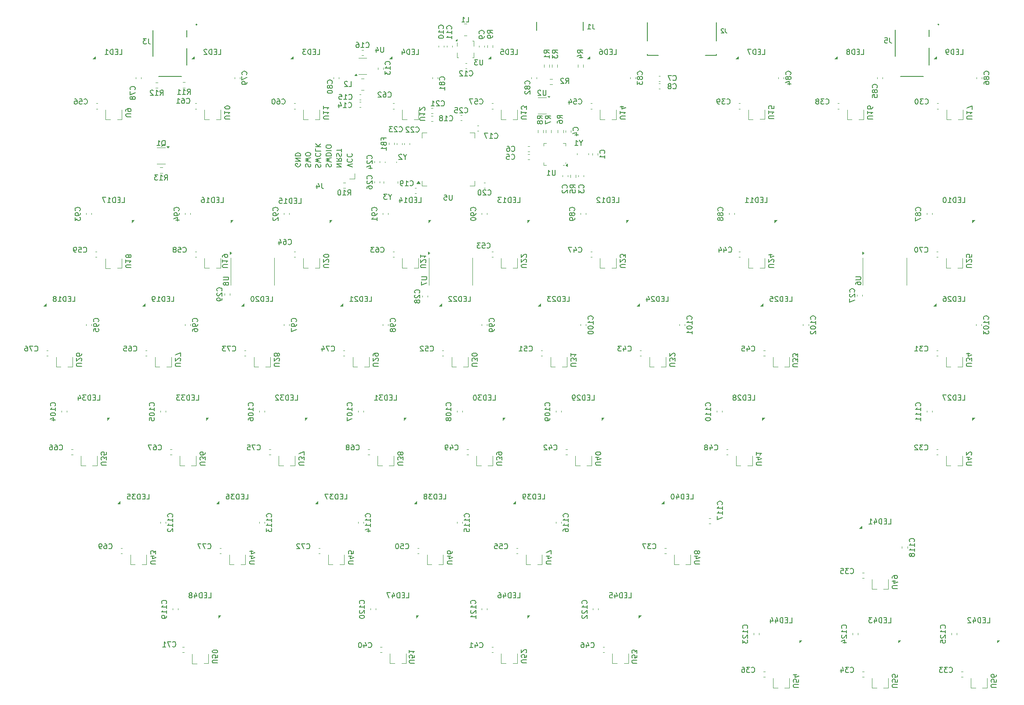
<source format=gbr>
%TF.GenerationSoftware,KiCad,Pcbnew,9.0.4*%
%TF.CreationDate,2025-09-14T11:33:08-05:00*%
%TF.ProjectId,shek-rounded,7368656b-2d72-46f7-956e-6465642e6b69,rev?*%
%TF.SameCoordinates,Original*%
%TF.FileFunction,Legend,Bot*%
%TF.FilePolarity,Positive*%
%FSLAX46Y46*%
G04 Gerber Fmt 4.6, Leading zero omitted, Abs format (unit mm)*
G04 Created by KiCad (PCBNEW 9.0.4) date 2025-09-14 11:33:08*
%MOMM*%
%LPD*%
G01*
G04 APERTURE LIST*
%ADD10C,0.150000*%
%ADD11C,0.120000*%
%ADD12C,0.200000*%
%ADD13C,0.127000*%
G04 APERTURE END LIST*
D10*
X338967800Y-81530839D02*
X338920180Y-81387982D01*
X338920180Y-81387982D02*
X338920180Y-81149887D01*
X338920180Y-81149887D02*
X338967800Y-81054649D01*
X338967800Y-81054649D02*
X339015419Y-81007030D01*
X339015419Y-81007030D02*
X339110657Y-80959411D01*
X339110657Y-80959411D02*
X339205895Y-80959411D01*
X339205895Y-80959411D02*
X339301133Y-81007030D01*
X339301133Y-81007030D02*
X339348752Y-81054649D01*
X339348752Y-81054649D02*
X339396371Y-81149887D01*
X339396371Y-81149887D02*
X339443990Y-81340363D01*
X339443990Y-81340363D02*
X339491609Y-81435601D01*
X339491609Y-81435601D02*
X339539228Y-81483220D01*
X339539228Y-81483220D02*
X339634466Y-81530839D01*
X339634466Y-81530839D02*
X339729704Y-81530839D01*
X339729704Y-81530839D02*
X339824942Y-81483220D01*
X339824942Y-81483220D02*
X339872561Y-81435601D01*
X339872561Y-81435601D02*
X339920180Y-81340363D01*
X339920180Y-81340363D02*
X339920180Y-81102268D01*
X339920180Y-81102268D02*
X339872561Y-80959411D01*
X339920180Y-80626077D02*
X338920180Y-80387982D01*
X338920180Y-80387982D02*
X339634466Y-80197506D01*
X339634466Y-80197506D02*
X338920180Y-80007030D01*
X338920180Y-80007030D02*
X339920180Y-79768935D01*
X339015419Y-78816554D02*
X338967800Y-78864173D01*
X338967800Y-78864173D02*
X338920180Y-79007030D01*
X338920180Y-79007030D02*
X338920180Y-79102268D01*
X338920180Y-79102268D02*
X338967800Y-79245125D01*
X338967800Y-79245125D02*
X339063038Y-79340363D01*
X339063038Y-79340363D02*
X339158276Y-79387982D01*
X339158276Y-79387982D02*
X339348752Y-79435601D01*
X339348752Y-79435601D02*
X339491609Y-79435601D01*
X339491609Y-79435601D02*
X339682085Y-79387982D01*
X339682085Y-79387982D02*
X339777323Y-79340363D01*
X339777323Y-79340363D02*
X339872561Y-79245125D01*
X339872561Y-79245125D02*
X339920180Y-79102268D01*
X339920180Y-79102268D02*
X339920180Y-79007030D01*
X339920180Y-79007030D02*
X339872561Y-78864173D01*
X339872561Y-78864173D02*
X339824942Y-78816554D01*
X338920180Y-77911792D02*
X338920180Y-78387982D01*
X338920180Y-78387982D02*
X339920180Y-78387982D01*
X338920180Y-77578458D02*
X339920180Y-77578458D01*
X338920180Y-77007030D02*
X339491609Y-77435601D01*
X339920180Y-77007030D02*
X339348752Y-77578458D01*
X346020180Y-81486077D02*
X345020180Y-81152744D01*
X345020180Y-81152744D02*
X346020180Y-80819411D01*
X345115419Y-79914649D02*
X345067800Y-79962268D01*
X345067800Y-79962268D02*
X345020180Y-80105125D01*
X345020180Y-80105125D02*
X345020180Y-80200363D01*
X345020180Y-80200363D02*
X345067800Y-80343220D01*
X345067800Y-80343220D02*
X345163038Y-80438458D01*
X345163038Y-80438458D02*
X345258276Y-80486077D01*
X345258276Y-80486077D02*
X345448752Y-80533696D01*
X345448752Y-80533696D02*
X345591609Y-80533696D01*
X345591609Y-80533696D02*
X345782085Y-80486077D01*
X345782085Y-80486077D02*
X345877323Y-80438458D01*
X345877323Y-80438458D02*
X345972561Y-80343220D01*
X345972561Y-80343220D02*
X346020180Y-80200363D01*
X346020180Y-80200363D02*
X346020180Y-80105125D01*
X346020180Y-80105125D02*
X345972561Y-79962268D01*
X345972561Y-79962268D02*
X345924942Y-79914649D01*
X345115419Y-78914649D02*
X345067800Y-78962268D01*
X345067800Y-78962268D02*
X345020180Y-79105125D01*
X345020180Y-79105125D02*
X345020180Y-79200363D01*
X345020180Y-79200363D02*
X345067800Y-79343220D01*
X345067800Y-79343220D02*
X345163038Y-79438458D01*
X345163038Y-79438458D02*
X345258276Y-79486077D01*
X345258276Y-79486077D02*
X345448752Y-79533696D01*
X345448752Y-79533696D02*
X345591609Y-79533696D01*
X345591609Y-79533696D02*
X345782085Y-79486077D01*
X345782085Y-79486077D02*
X345877323Y-79438458D01*
X345877323Y-79438458D02*
X345972561Y-79343220D01*
X345972561Y-79343220D02*
X346020180Y-79200363D01*
X346020180Y-79200363D02*
X346020180Y-79105125D01*
X346020180Y-79105125D02*
X345972561Y-78962268D01*
X345972561Y-78962268D02*
X345924942Y-78914649D01*
X342970180Y-81413220D02*
X343970180Y-81413220D01*
X343970180Y-81413220D02*
X342970180Y-80841792D01*
X342970180Y-80841792D02*
X343970180Y-80841792D01*
X342970180Y-79794173D02*
X343446371Y-80127506D01*
X342970180Y-80365601D02*
X343970180Y-80365601D01*
X343970180Y-80365601D02*
X343970180Y-79984649D01*
X343970180Y-79984649D02*
X343922561Y-79889411D01*
X343922561Y-79889411D02*
X343874942Y-79841792D01*
X343874942Y-79841792D02*
X343779704Y-79794173D01*
X343779704Y-79794173D02*
X343636847Y-79794173D01*
X343636847Y-79794173D02*
X343541609Y-79841792D01*
X343541609Y-79841792D02*
X343493990Y-79889411D01*
X343493990Y-79889411D02*
X343446371Y-79984649D01*
X343446371Y-79984649D02*
X343446371Y-80365601D01*
X343017800Y-79413220D02*
X342970180Y-79270363D01*
X342970180Y-79270363D02*
X342970180Y-79032268D01*
X342970180Y-79032268D02*
X343017800Y-78937030D01*
X343017800Y-78937030D02*
X343065419Y-78889411D01*
X343065419Y-78889411D02*
X343160657Y-78841792D01*
X343160657Y-78841792D02*
X343255895Y-78841792D01*
X343255895Y-78841792D02*
X343351133Y-78889411D01*
X343351133Y-78889411D02*
X343398752Y-78937030D01*
X343398752Y-78937030D02*
X343446371Y-79032268D01*
X343446371Y-79032268D02*
X343493990Y-79222744D01*
X343493990Y-79222744D02*
X343541609Y-79317982D01*
X343541609Y-79317982D02*
X343589228Y-79365601D01*
X343589228Y-79365601D02*
X343684466Y-79413220D01*
X343684466Y-79413220D02*
X343779704Y-79413220D01*
X343779704Y-79413220D02*
X343874942Y-79365601D01*
X343874942Y-79365601D02*
X343922561Y-79317982D01*
X343922561Y-79317982D02*
X343970180Y-79222744D01*
X343970180Y-79222744D02*
X343970180Y-78984649D01*
X343970180Y-78984649D02*
X343922561Y-78841792D01*
X343970180Y-78556077D02*
X343970180Y-77984649D01*
X342970180Y-78270363D02*
X343970180Y-78270363D01*
X341007800Y-81440839D02*
X340960180Y-81297982D01*
X340960180Y-81297982D02*
X340960180Y-81059887D01*
X340960180Y-81059887D02*
X341007800Y-80964649D01*
X341007800Y-80964649D02*
X341055419Y-80917030D01*
X341055419Y-80917030D02*
X341150657Y-80869411D01*
X341150657Y-80869411D02*
X341245895Y-80869411D01*
X341245895Y-80869411D02*
X341341133Y-80917030D01*
X341341133Y-80917030D02*
X341388752Y-80964649D01*
X341388752Y-80964649D02*
X341436371Y-81059887D01*
X341436371Y-81059887D02*
X341483990Y-81250363D01*
X341483990Y-81250363D02*
X341531609Y-81345601D01*
X341531609Y-81345601D02*
X341579228Y-81393220D01*
X341579228Y-81393220D02*
X341674466Y-81440839D01*
X341674466Y-81440839D02*
X341769704Y-81440839D01*
X341769704Y-81440839D02*
X341864942Y-81393220D01*
X341864942Y-81393220D02*
X341912561Y-81345601D01*
X341912561Y-81345601D02*
X341960180Y-81250363D01*
X341960180Y-81250363D02*
X341960180Y-81012268D01*
X341960180Y-81012268D02*
X341912561Y-80869411D01*
X341960180Y-80536077D02*
X340960180Y-80297982D01*
X340960180Y-80297982D02*
X341674466Y-80107506D01*
X341674466Y-80107506D02*
X340960180Y-79917030D01*
X340960180Y-79917030D02*
X341960180Y-79678935D01*
X340960180Y-79297982D02*
X341960180Y-79297982D01*
X341960180Y-79297982D02*
X341960180Y-79059887D01*
X341960180Y-79059887D02*
X341912561Y-78917030D01*
X341912561Y-78917030D02*
X341817323Y-78821792D01*
X341817323Y-78821792D02*
X341722085Y-78774173D01*
X341722085Y-78774173D02*
X341531609Y-78726554D01*
X341531609Y-78726554D02*
X341388752Y-78726554D01*
X341388752Y-78726554D02*
X341198276Y-78774173D01*
X341198276Y-78774173D02*
X341103038Y-78821792D01*
X341103038Y-78821792D02*
X341007800Y-78917030D01*
X341007800Y-78917030D02*
X340960180Y-79059887D01*
X340960180Y-79059887D02*
X340960180Y-79297982D01*
X340960180Y-78297982D02*
X341960180Y-78297982D01*
X341960180Y-77631316D02*
X341960180Y-77440840D01*
X341960180Y-77440840D02*
X341912561Y-77345602D01*
X341912561Y-77345602D02*
X341817323Y-77250364D01*
X341817323Y-77250364D02*
X341626847Y-77202745D01*
X341626847Y-77202745D02*
X341293514Y-77202745D01*
X341293514Y-77202745D02*
X341103038Y-77250364D01*
X341103038Y-77250364D02*
X341007800Y-77345602D01*
X341007800Y-77345602D02*
X340960180Y-77440840D01*
X340960180Y-77440840D02*
X340960180Y-77631316D01*
X340960180Y-77631316D02*
X341007800Y-77726554D01*
X341007800Y-77726554D02*
X341103038Y-77821792D01*
X341103038Y-77821792D02*
X341293514Y-77869411D01*
X341293514Y-77869411D02*
X341626847Y-77869411D01*
X341626847Y-77869411D02*
X341817323Y-77821792D01*
X341817323Y-77821792D02*
X341912561Y-77726554D01*
X341912561Y-77726554D02*
X341960180Y-77631316D01*
X336012561Y-80839411D02*
X336060180Y-80934649D01*
X336060180Y-80934649D02*
X336060180Y-81077506D01*
X336060180Y-81077506D02*
X336012561Y-81220363D01*
X336012561Y-81220363D02*
X335917323Y-81315601D01*
X335917323Y-81315601D02*
X335822085Y-81363220D01*
X335822085Y-81363220D02*
X335631609Y-81410839D01*
X335631609Y-81410839D02*
X335488752Y-81410839D01*
X335488752Y-81410839D02*
X335298276Y-81363220D01*
X335298276Y-81363220D02*
X335203038Y-81315601D01*
X335203038Y-81315601D02*
X335107800Y-81220363D01*
X335107800Y-81220363D02*
X335060180Y-81077506D01*
X335060180Y-81077506D02*
X335060180Y-80982268D01*
X335060180Y-80982268D02*
X335107800Y-80839411D01*
X335107800Y-80839411D02*
X335155419Y-80791792D01*
X335155419Y-80791792D02*
X335488752Y-80791792D01*
X335488752Y-80791792D02*
X335488752Y-80982268D01*
X335060180Y-80363220D02*
X336060180Y-80363220D01*
X336060180Y-80363220D02*
X335060180Y-79791792D01*
X335060180Y-79791792D02*
X336060180Y-79791792D01*
X335060180Y-79315601D02*
X336060180Y-79315601D01*
X336060180Y-79315601D02*
X336060180Y-79077506D01*
X336060180Y-79077506D02*
X336012561Y-78934649D01*
X336012561Y-78934649D02*
X335917323Y-78839411D01*
X335917323Y-78839411D02*
X335822085Y-78791792D01*
X335822085Y-78791792D02*
X335631609Y-78744173D01*
X335631609Y-78744173D02*
X335488752Y-78744173D01*
X335488752Y-78744173D02*
X335298276Y-78791792D01*
X335298276Y-78791792D02*
X335203038Y-78839411D01*
X335203038Y-78839411D02*
X335107800Y-78934649D01*
X335107800Y-78934649D02*
X335060180Y-79077506D01*
X335060180Y-79077506D02*
X335060180Y-79315601D01*
X337047800Y-81440839D02*
X337000180Y-81297982D01*
X337000180Y-81297982D02*
X337000180Y-81059887D01*
X337000180Y-81059887D02*
X337047800Y-80964649D01*
X337047800Y-80964649D02*
X337095419Y-80917030D01*
X337095419Y-80917030D02*
X337190657Y-80869411D01*
X337190657Y-80869411D02*
X337285895Y-80869411D01*
X337285895Y-80869411D02*
X337381133Y-80917030D01*
X337381133Y-80917030D02*
X337428752Y-80964649D01*
X337428752Y-80964649D02*
X337476371Y-81059887D01*
X337476371Y-81059887D02*
X337523990Y-81250363D01*
X337523990Y-81250363D02*
X337571609Y-81345601D01*
X337571609Y-81345601D02*
X337619228Y-81393220D01*
X337619228Y-81393220D02*
X337714466Y-81440839D01*
X337714466Y-81440839D02*
X337809704Y-81440839D01*
X337809704Y-81440839D02*
X337904942Y-81393220D01*
X337904942Y-81393220D02*
X337952561Y-81345601D01*
X337952561Y-81345601D02*
X338000180Y-81250363D01*
X338000180Y-81250363D02*
X338000180Y-81012268D01*
X338000180Y-81012268D02*
X337952561Y-80869411D01*
X338000180Y-80536077D02*
X337000180Y-80297982D01*
X337000180Y-80297982D02*
X337714466Y-80107506D01*
X337714466Y-80107506D02*
X337000180Y-79917030D01*
X337000180Y-79917030D02*
X338000180Y-79678935D01*
X338000180Y-79107506D02*
X338000180Y-78917030D01*
X338000180Y-78917030D02*
X337952561Y-78821792D01*
X337952561Y-78821792D02*
X337857323Y-78726554D01*
X337857323Y-78726554D02*
X337666847Y-78678935D01*
X337666847Y-78678935D02*
X337333514Y-78678935D01*
X337333514Y-78678935D02*
X337143038Y-78726554D01*
X337143038Y-78726554D02*
X337047800Y-78821792D01*
X337047800Y-78821792D02*
X337000180Y-78917030D01*
X337000180Y-78917030D02*
X337000180Y-79107506D01*
X337000180Y-79107506D02*
X337047800Y-79202744D01*
X337047800Y-79202744D02*
X337143038Y-79297982D01*
X337143038Y-79297982D02*
X337333514Y-79345601D01*
X337333514Y-79345601D02*
X337666847Y-79345601D01*
X337666847Y-79345601D02*
X337857323Y-79297982D01*
X337857323Y-79297982D02*
X337952561Y-79202744D01*
X337952561Y-79202744D02*
X338000180Y-79107506D01*
X379602680Y-72243094D02*
X378793157Y-72243094D01*
X378793157Y-72243094D02*
X378697919Y-72195475D01*
X378697919Y-72195475D02*
X378650300Y-72147856D01*
X378650300Y-72147856D02*
X378602680Y-72052618D01*
X378602680Y-72052618D02*
X378602680Y-71862142D01*
X378602680Y-71862142D02*
X378650300Y-71766904D01*
X378650300Y-71766904D02*
X378697919Y-71719285D01*
X378697919Y-71719285D02*
X378793157Y-71671666D01*
X378793157Y-71671666D02*
X379602680Y-71671666D01*
X378602680Y-70671666D02*
X378602680Y-71243094D01*
X378602680Y-70957380D02*
X379602680Y-70957380D01*
X379602680Y-70957380D02*
X379459823Y-71052618D01*
X379459823Y-71052618D02*
X379364585Y-71147856D01*
X379364585Y-71147856D02*
X379316966Y-71243094D01*
X379602680Y-70338332D02*
X379602680Y-69719285D01*
X379602680Y-69719285D02*
X379221728Y-70052618D01*
X379221728Y-70052618D02*
X379221728Y-69909761D01*
X379221728Y-69909761D02*
X379174109Y-69814523D01*
X379174109Y-69814523D02*
X379126490Y-69766904D01*
X379126490Y-69766904D02*
X379031252Y-69719285D01*
X379031252Y-69719285D02*
X378793157Y-69719285D01*
X378793157Y-69719285D02*
X378697919Y-69766904D01*
X378697919Y-69766904D02*
X378650300Y-69814523D01*
X378650300Y-69814523D02*
X378602680Y-69909761D01*
X378602680Y-69909761D02*
X378602680Y-70195475D01*
X378602680Y-70195475D02*
X378650300Y-70290713D01*
X378650300Y-70290713D02*
X378697919Y-70338332D01*
X322452680Y-72243094D02*
X321643157Y-72243094D01*
X321643157Y-72243094D02*
X321547919Y-72195475D01*
X321547919Y-72195475D02*
X321500300Y-72147856D01*
X321500300Y-72147856D02*
X321452680Y-72052618D01*
X321452680Y-72052618D02*
X321452680Y-71862142D01*
X321452680Y-71862142D02*
X321500300Y-71766904D01*
X321500300Y-71766904D02*
X321547919Y-71719285D01*
X321547919Y-71719285D02*
X321643157Y-71671666D01*
X321643157Y-71671666D02*
X322452680Y-71671666D01*
X321452680Y-70671666D02*
X321452680Y-71243094D01*
X321452680Y-70957380D02*
X322452680Y-70957380D01*
X322452680Y-70957380D02*
X322309823Y-71052618D01*
X322309823Y-71052618D02*
X322214585Y-71147856D01*
X322214585Y-71147856D02*
X322166966Y-71243094D01*
X322452680Y-70052618D02*
X322452680Y-69957380D01*
X322452680Y-69957380D02*
X322405061Y-69862142D01*
X322405061Y-69862142D02*
X322357442Y-69814523D01*
X322357442Y-69814523D02*
X322262204Y-69766904D01*
X322262204Y-69766904D02*
X322071728Y-69719285D01*
X322071728Y-69719285D02*
X321833633Y-69719285D01*
X321833633Y-69719285D02*
X321643157Y-69766904D01*
X321643157Y-69766904D02*
X321547919Y-69814523D01*
X321547919Y-69814523D02*
X321500300Y-69862142D01*
X321500300Y-69862142D02*
X321452680Y-69957380D01*
X321452680Y-69957380D02*
X321452680Y-70052618D01*
X321452680Y-70052618D02*
X321500300Y-70147856D01*
X321500300Y-70147856D02*
X321547919Y-70195475D01*
X321547919Y-70195475D02*
X321643157Y-70243094D01*
X321643157Y-70243094D02*
X321833633Y-70290713D01*
X321833633Y-70290713D02*
X322071728Y-70290713D01*
X322071728Y-70290713D02*
X322262204Y-70243094D01*
X322262204Y-70243094D02*
X322357442Y-70195475D01*
X322357442Y-70195475D02*
X322405061Y-70147856D01*
X322405061Y-70147856D02*
X322452680Y-70052618D01*
X424846430Y-138918094D02*
X424036907Y-138918094D01*
X424036907Y-138918094D02*
X423941669Y-138870475D01*
X423941669Y-138870475D02*
X423894050Y-138822856D01*
X423894050Y-138822856D02*
X423846430Y-138727618D01*
X423846430Y-138727618D02*
X423846430Y-138537142D01*
X423846430Y-138537142D02*
X423894050Y-138441904D01*
X423894050Y-138441904D02*
X423941669Y-138394285D01*
X423941669Y-138394285D02*
X424036907Y-138346666D01*
X424036907Y-138346666D02*
X424846430Y-138346666D01*
X424513097Y-137441904D02*
X423846430Y-137441904D01*
X424894050Y-137679999D02*
X424179764Y-137918094D01*
X424179764Y-137918094D02*
X424179764Y-137299047D01*
X423846430Y-136394285D02*
X423846430Y-136965713D01*
X423846430Y-136679999D02*
X424846430Y-136679999D01*
X424846430Y-136679999D02*
X424703573Y-136775237D01*
X424703573Y-136775237D02*
X424608335Y-136870475D01*
X424608335Y-136870475D02*
X424560716Y-136965713D01*
X431850180Y-119978094D02*
X431040657Y-119978094D01*
X431040657Y-119978094D02*
X430945419Y-119930475D01*
X430945419Y-119930475D02*
X430897800Y-119882856D01*
X430897800Y-119882856D02*
X430850180Y-119787618D01*
X430850180Y-119787618D02*
X430850180Y-119597142D01*
X430850180Y-119597142D02*
X430897800Y-119501904D01*
X430897800Y-119501904D02*
X430945419Y-119454285D01*
X430945419Y-119454285D02*
X431040657Y-119406666D01*
X431040657Y-119406666D02*
X431850180Y-119406666D01*
X431850180Y-119025713D02*
X431850180Y-118406666D01*
X431850180Y-118406666D02*
X431469228Y-118739999D01*
X431469228Y-118739999D02*
X431469228Y-118597142D01*
X431469228Y-118597142D02*
X431421609Y-118501904D01*
X431421609Y-118501904D02*
X431373990Y-118454285D01*
X431373990Y-118454285D02*
X431278752Y-118406666D01*
X431278752Y-118406666D02*
X431040657Y-118406666D01*
X431040657Y-118406666D02*
X430945419Y-118454285D01*
X430945419Y-118454285D02*
X430897800Y-118501904D01*
X430897800Y-118501904D02*
X430850180Y-118597142D01*
X430850180Y-118597142D02*
X430850180Y-118882856D01*
X430850180Y-118882856D02*
X430897800Y-118978094D01*
X430897800Y-118978094D02*
X430945419Y-119025713D01*
X431850180Y-118073332D02*
X431850180Y-117454285D01*
X431850180Y-117454285D02*
X431469228Y-117787618D01*
X431469228Y-117787618D02*
X431469228Y-117644761D01*
X431469228Y-117644761D02*
X431421609Y-117549523D01*
X431421609Y-117549523D02*
X431373990Y-117501904D01*
X431373990Y-117501904D02*
X431278752Y-117454285D01*
X431278752Y-117454285D02*
X431040657Y-117454285D01*
X431040657Y-117454285D02*
X430945419Y-117501904D01*
X430945419Y-117501904D02*
X430897800Y-117549523D01*
X430897800Y-117549523D02*
X430850180Y-117644761D01*
X430850180Y-117644761D02*
X430850180Y-117930475D01*
X430850180Y-117930475D02*
X430897800Y-118025713D01*
X430897800Y-118025713D02*
X430945419Y-118073332D01*
X465327680Y-119868094D02*
X464518157Y-119868094D01*
X464518157Y-119868094D02*
X464422919Y-119820475D01*
X464422919Y-119820475D02*
X464375300Y-119772856D01*
X464375300Y-119772856D02*
X464327680Y-119677618D01*
X464327680Y-119677618D02*
X464327680Y-119487142D01*
X464327680Y-119487142D02*
X464375300Y-119391904D01*
X464375300Y-119391904D02*
X464422919Y-119344285D01*
X464422919Y-119344285D02*
X464518157Y-119296666D01*
X464518157Y-119296666D02*
X465327680Y-119296666D01*
X465327680Y-118915713D02*
X465327680Y-118296666D01*
X465327680Y-118296666D02*
X464946728Y-118629999D01*
X464946728Y-118629999D02*
X464946728Y-118487142D01*
X464946728Y-118487142D02*
X464899109Y-118391904D01*
X464899109Y-118391904D02*
X464851490Y-118344285D01*
X464851490Y-118344285D02*
X464756252Y-118296666D01*
X464756252Y-118296666D02*
X464518157Y-118296666D01*
X464518157Y-118296666D02*
X464422919Y-118344285D01*
X464422919Y-118344285D02*
X464375300Y-118391904D01*
X464375300Y-118391904D02*
X464327680Y-118487142D01*
X464327680Y-118487142D02*
X464327680Y-118772856D01*
X464327680Y-118772856D02*
X464375300Y-118868094D01*
X464375300Y-118868094D02*
X464422919Y-118915713D01*
X464994347Y-117439523D02*
X464327680Y-117439523D01*
X465375300Y-117677618D02*
X464661014Y-117915713D01*
X464661014Y-117915713D02*
X464661014Y-117296666D01*
X341502680Y-72243094D02*
X340693157Y-72243094D01*
X340693157Y-72243094D02*
X340597919Y-72195475D01*
X340597919Y-72195475D02*
X340550300Y-72147856D01*
X340550300Y-72147856D02*
X340502680Y-72052618D01*
X340502680Y-72052618D02*
X340502680Y-71862142D01*
X340502680Y-71862142D02*
X340550300Y-71766904D01*
X340550300Y-71766904D02*
X340597919Y-71719285D01*
X340597919Y-71719285D02*
X340693157Y-71671666D01*
X340693157Y-71671666D02*
X341502680Y-71671666D01*
X340502680Y-70671666D02*
X340502680Y-71243094D01*
X340502680Y-70957380D02*
X341502680Y-70957380D01*
X341502680Y-70957380D02*
X341359823Y-71052618D01*
X341359823Y-71052618D02*
X341264585Y-71147856D01*
X341264585Y-71147856D02*
X341216966Y-71243094D01*
X340502680Y-69719285D02*
X340502680Y-70290713D01*
X340502680Y-70004999D02*
X341502680Y-70004999D01*
X341502680Y-70004999D02*
X341359823Y-70100237D01*
X341359823Y-70100237D02*
X341264585Y-70195475D01*
X341264585Y-70195475D02*
X341216966Y-70290713D01*
X336740180Y-138918094D02*
X335930657Y-138918094D01*
X335930657Y-138918094D02*
X335835419Y-138870475D01*
X335835419Y-138870475D02*
X335787800Y-138822856D01*
X335787800Y-138822856D02*
X335740180Y-138727618D01*
X335740180Y-138727618D02*
X335740180Y-138537142D01*
X335740180Y-138537142D02*
X335787800Y-138441904D01*
X335787800Y-138441904D02*
X335835419Y-138394285D01*
X335835419Y-138394285D02*
X335930657Y-138346666D01*
X335930657Y-138346666D02*
X336740180Y-138346666D01*
X336740180Y-137965713D02*
X336740180Y-137346666D01*
X336740180Y-137346666D02*
X336359228Y-137679999D01*
X336359228Y-137679999D02*
X336359228Y-137537142D01*
X336359228Y-137537142D02*
X336311609Y-137441904D01*
X336311609Y-137441904D02*
X336263990Y-137394285D01*
X336263990Y-137394285D02*
X336168752Y-137346666D01*
X336168752Y-137346666D02*
X335930657Y-137346666D01*
X335930657Y-137346666D02*
X335835419Y-137394285D01*
X335835419Y-137394285D02*
X335787800Y-137441904D01*
X335787800Y-137441904D02*
X335740180Y-137537142D01*
X335740180Y-137537142D02*
X335740180Y-137822856D01*
X335740180Y-137822856D02*
X335787800Y-137918094D01*
X335787800Y-137918094D02*
X335835419Y-137965713D01*
X336740180Y-137013332D02*
X336740180Y-136346666D01*
X336740180Y-136346666D02*
X335740180Y-136775237D01*
X400863930Y-177088094D02*
X400054407Y-177088094D01*
X400054407Y-177088094D02*
X399959169Y-177040475D01*
X399959169Y-177040475D02*
X399911550Y-176992856D01*
X399911550Y-176992856D02*
X399863930Y-176897618D01*
X399863930Y-176897618D02*
X399863930Y-176707142D01*
X399863930Y-176707142D02*
X399911550Y-176611904D01*
X399911550Y-176611904D02*
X399959169Y-176564285D01*
X399959169Y-176564285D02*
X400054407Y-176516666D01*
X400054407Y-176516666D02*
X400863930Y-176516666D01*
X400863930Y-175564285D02*
X400863930Y-176040475D01*
X400863930Y-176040475D02*
X400387740Y-176088094D01*
X400387740Y-176088094D02*
X400435359Y-176040475D01*
X400435359Y-176040475D02*
X400482978Y-175945237D01*
X400482978Y-175945237D02*
X400482978Y-175707142D01*
X400482978Y-175707142D02*
X400435359Y-175611904D01*
X400435359Y-175611904D02*
X400387740Y-175564285D01*
X400387740Y-175564285D02*
X400292502Y-175516666D01*
X400292502Y-175516666D02*
X400054407Y-175516666D01*
X400054407Y-175516666D02*
X399959169Y-175564285D01*
X399959169Y-175564285D02*
X399911550Y-175611904D01*
X399911550Y-175611904D02*
X399863930Y-175707142D01*
X399863930Y-175707142D02*
X399863930Y-175945237D01*
X399863930Y-175945237D02*
X399911550Y-176040475D01*
X399911550Y-176040475D02*
X399959169Y-176088094D01*
X400863930Y-175183332D02*
X400863930Y-174564285D01*
X400863930Y-174564285D02*
X400482978Y-174897618D01*
X400482978Y-174897618D02*
X400482978Y-174754761D01*
X400482978Y-174754761D02*
X400435359Y-174659523D01*
X400435359Y-174659523D02*
X400387740Y-174611904D01*
X400387740Y-174611904D02*
X400292502Y-174564285D01*
X400292502Y-174564285D02*
X400054407Y-174564285D01*
X400054407Y-174564285D02*
X399959169Y-174611904D01*
X399959169Y-174611904D02*
X399911550Y-174659523D01*
X399911550Y-174659523D02*
X399863930Y-174754761D01*
X399863930Y-174754761D02*
X399863930Y-175040475D01*
X399863930Y-175040475D02*
X399911550Y-175135713D01*
X399911550Y-175135713D02*
X399959169Y-175183332D01*
X412940180Y-157968094D02*
X412130657Y-157968094D01*
X412130657Y-157968094D02*
X412035419Y-157920475D01*
X412035419Y-157920475D02*
X411987800Y-157872856D01*
X411987800Y-157872856D02*
X411940180Y-157777618D01*
X411940180Y-157777618D02*
X411940180Y-157587142D01*
X411940180Y-157587142D02*
X411987800Y-157491904D01*
X411987800Y-157491904D02*
X412035419Y-157444285D01*
X412035419Y-157444285D02*
X412130657Y-157396666D01*
X412130657Y-157396666D02*
X412940180Y-157396666D01*
X412606847Y-156491904D02*
X411940180Y-156491904D01*
X412987800Y-156729999D02*
X412273514Y-156968094D01*
X412273514Y-156968094D02*
X412273514Y-156349047D01*
X412511609Y-155825237D02*
X412559228Y-155920475D01*
X412559228Y-155920475D02*
X412606847Y-155968094D01*
X412606847Y-155968094D02*
X412702085Y-156015713D01*
X412702085Y-156015713D02*
X412749704Y-156015713D01*
X412749704Y-156015713D02*
X412844942Y-155968094D01*
X412844942Y-155968094D02*
X412892561Y-155920475D01*
X412892561Y-155920475D02*
X412940180Y-155825237D01*
X412940180Y-155825237D02*
X412940180Y-155634761D01*
X412940180Y-155634761D02*
X412892561Y-155539523D01*
X412892561Y-155539523D02*
X412844942Y-155491904D01*
X412844942Y-155491904D02*
X412749704Y-155444285D01*
X412749704Y-155444285D02*
X412702085Y-155444285D01*
X412702085Y-155444285D02*
X412606847Y-155491904D01*
X412606847Y-155491904D02*
X412559228Y-155539523D01*
X412559228Y-155539523D02*
X412511609Y-155634761D01*
X412511609Y-155634761D02*
X412511609Y-155825237D01*
X412511609Y-155825237D02*
X412463990Y-155920475D01*
X412463990Y-155920475D02*
X412416371Y-155968094D01*
X412416371Y-155968094D02*
X412321133Y-156015713D01*
X412321133Y-156015713D02*
X412130657Y-156015713D01*
X412130657Y-156015713D02*
X412035419Y-155968094D01*
X412035419Y-155968094D02*
X411987800Y-155920475D01*
X411987800Y-155920475D02*
X411940180Y-155825237D01*
X411940180Y-155825237D02*
X411940180Y-155634761D01*
X411940180Y-155634761D02*
X411987800Y-155539523D01*
X411987800Y-155539523D02*
X412035419Y-155491904D01*
X412035419Y-155491904D02*
X412130657Y-155444285D01*
X412130657Y-155444285D02*
X412321133Y-155444285D01*
X412321133Y-155444285D02*
X412416371Y-155491904D01*
X412416371Y-155491904D02*
X412463990Y-155539523D01*
X412463990Y-155539523D02*
X412511609Y-155634761D01*
X327215180Y-157968094D02*
X326405657Y-157968094D01*
X326405657Y-157968094D02*
X326310419Y-157920475D01*
X326310419Y-157920475D02*
X326262800Y-157872856D01*
X326262800Y-157872856D02*
X326215180Y-157777618D01*
X326215180Y-157777618D02*
X326215180Y-157587142D01*
X326215180Y-157587142D02*
X326262800Y-157491904D01*
X326262800Y-157491904D02*
X326310419Y-157444285D01*
X326310419Y-157444285D02*
X326405657Y-157396666D01*
X326405657Y-157396666D02*
X327215180Y-157396666D01*
X326881847Y-156491904D02*
X326215180Y-156491904D01*
X327262800Y-156729999D02*
X326548514Y-156968094D01*
X326548514Y-156968094D02*
X326548514Y-156349047D01*
X326881847Y-155539523D02*
X326215180Y-155539523D01*
X327262800Y-155777618D02*
X326548514Y-156015713D01*
X326548514Y-156015713D02*
X326548514Y-155396666D01*
X331977680Y-119868094D02*
X331168157Y-119868094D01*
X331168157Y-119868094D02*
X331072919Y-119820475D01*
X331072919Y-119820475D02*
X331025300Y-119772856D01*
X331025300Y-119772856D02*
X330977680Y-119677618D01*
X330977680Y-119677618D02*
X330977680Y-119487142D01*
X330977680Y-119487142D02*
X331025300Y-119391904D01*
X331025300Y-119391904D02*
X331072919Y-119344285D01*
X331072919Y-119344285D02*
X331168157Y-119296666D01*
X331168157Y-119296666D02*
X331977680Y-119296666D01*
X331882442Y-118868094D02*
X331930061Y-118820475D01*
X331930061Y-118820475D02*
X331977680Y-118725237D01*
X331977680Y-118725237D02*
X331977680Y-118487142D01*
X331977680Y-118487142D02*
X331930061Y-118391904D01*
X331930061Y-118391904D02*
X331882442Y-118344285D01*
X331882442Y-118344285D02*
X331787204Y-118296666D01*
X331787204Y-118296666D02*
X331691966Y-118296666D01*
X331691966Y-118296666D02*
X331549109Y-118344285D01*
X331549109Y-118344285D02*
X330977680Y-118915713D01*
X330977680Y-118915713D02*
X330977680Y-118296666D01*
X331549109Y-117725237D02*
X331596728Y-117820475D01*
X331596728Y-117820475D02*
X331644347Y-117868094D01*
X331644347Y-117868094D02*
X331739585Y-117915713D01*
X331739585Y-117915713D02*
X331787204Y-117915713D01*
X331787204Y-117915713D02*
X331882442Y-117868094D01*
X331882442Y-117868094D02*
X331930061Y-117820475D01*
X331930061Y-117820475D02*
X331977680Y-117725237D01*
X331977680Y-117725237D02*
X331977680Y-117534761D01*
X331977680Y-117534761D02*
X331930061Y-117439523D01*
X331930061Y-117439523D02*
X331882442Y-117391904D01*
X331882442Y-117391904D02*
X331787204Y-117344285D01*
X331787204Y-117344285D02*
X331739585Y-117344285D01*
X331739585Y-117344285D02*
X331644347Y-117391904D01*
X331644347Y-117391904D02*
X331596728Y-117439523D01*
X331596728Y-117439523D02*
X331549109Y-117534761D01*
X331549109Y-117534761D02*
X331549109Y-117725237D01*
X331549109Y-117725237D02*
X331501490Y-117820475D01*
X331501490Y-117820475D02*
X331453871Y-117868094D01*
X331453871Y-117868094D02*
X331358633Y-117915713D01*
X331358633Y-117915713D02*
X331168157Y-117915713D01*
X331168157Y-117915713D02*
X331072919Y-117868094D01*
X331072919Y-117868094D02*
X331025300Y-117820475D01*
X331025300Y-117820475D02*
X330977680Y-117725237D01*
X330977680Y-117725237D02*
X330977680Y-117534761D01*
X330977680Y-117534761D02*
X331025300Y-117439523D01*
X331025300Y-117439523D02*
X331072919Y-117391904D01*
X331072919Y-117391904D02*
X331168157Y-117344285D01*
X331168157Y-117344285D02*
X331358633Y-117344285D01*
X331358633Y-117344285D02*
X331453871Y-117391904D01*
X331453871Y-117391904D02*
X331501490Y-117439523D01*
X331501490Y-117439523D02*
X331549109Y-117534761D01*
X384365180Y-157968094D02*
X383555657Y-157968094D01*
X383555657Y-157968094D02*
X383460419Y-157920475D01*
X383460419Y-157920475D02*
X383412800Y-157872856D01*
X383412800Y-157872856D02*
X383365180Y-157777618D01*
X383365180Y-157777618D02*
X383365180Y-157587142D01*
X383365180Y-157587142D02*
X383412800Y-157491904D01*
X383412800Y-157491904D02*
X383460419Y-157444285D01*
X383460419Y-157444285D02*
X383555657Y-157396666D01*
X383555657Y-157396666D02*
X384365180Y-157396666D01*
X384031847Y-156491904D02*
X383365180Y-156491904D01*
X384412800Y-156729999D02*
X383698514Y-156968094D01*
X383698514Y-156968094D02*
X383698514Y-156349047D01*
X384365180Y-156063332D02*
X384365180Y-155396666D01*
X384365180Y-155396666D02*
X383365180Y-155825237D01*
X465402680Y-72243094D02*
X464593157Y-72243094D01*
X464593157Y-72243094D02*
X464497919Y-72195475D01*
X464497919Y-72195475D02*
X464450300Y-72147856D01*
X464450300Y-72147856D02*
X464402680Y-72052618D01*
X464402680Y-72052618D02*
X464402680Y-71862142D01*
X464402680Y-71862142D02*
X464450300Y-71766904D01*
X464450300Y-71766904D02*
X464497919Y-71719285D01*
X464497919Y-71719285D02*
X464593157Y-71671666D01*
X464593157Y-71671666D02*
X465402680Y-71671666D01*
X464402680Y-70671666D02*
X464402680Y-71243094D01*
X464402680Y-70957380D02*
X465402680Y-70957380D01*
X465402680Y-70957380D02*
X465259823Y-71052618D01*
X465259823Y-71052618D02*
X465164585Y-71147856D01*
X465164585Y-71147856D02*
X465116966Y-71243094D01*
X465402680Y-70338332D02*
X465402680Y-69671666D01*
X465402680Y-69671666D02*
X464402680Y-70100237D01*
X465327680Y-138918094D02*
X464518157Y-138918094D01*
X464518157Y-138918094D02*
X464422919Y-138870475D01*
X464422919Y-138870475D02*
X464375300Y-138822856D01*
X464375300Y-138822856D02*
X464327680Y-138727618D01*
X464327680Y-138727618D02*
X464327680Y-138537142D01*
X464327680Y-138537142D02*
X464375300Y-138441904D01*
X464375300Y-138441904D02*
X464422919Y-138394285D01*
X464422919Y-138394285D02*
X464518157Y-138346666D01*
X464518157Y-138346666D02*
X465327680Y-138346666D01*
X464994347Y-137441904D02*
X464327680Y-137441904D01*
X465375300Y-137679999D02*
X464661014Y-137918094D01*
X464661014Y-137918094D02*
X464661014Y-137299047D01*
X465232442Y-136965713D02*
X465280061Y-136918094D01*
X465280061Y-136918094D02*
X465327680Y-136822856D01*
X465327680Y-136822856D02*
X465327680Y-136584761D01*
X465327680Y-136584761D02*
X465280061Y-136489523D01*
X465280061Y-136489523D02*
X465232442Y-136441904D01*
X465232442Y-136441904D02*
X465137204Y-136394285D01*
X465137204Y-136394285D02*
X465041966Y-136394285D01*
X465041966Y-136394285D02*
X464899109Y-136441904D01*
X464899109Y-136441904D02*
X464327680Y-137013332D01*
X464327680Y-137013332D02*
X464327680Y-136394285D01*
X374840180Y-138918094D02*
X374030657Y-138918094D01*
X374030657Y-138918094D02*
X373935419Y-138870475D01*
X373935419Y-138870475D02*
X373887800Y-138822856D01*
X373887800Y-138822856D02*
X373840180Y-138727618D01*
X373840180Y-138727618D02*
X373840180Y-138537142D01*
X373840180Y-138537142D02*
X373887800Y-138441904D01*
X373887800Y-138441904D02*
X373935419Y-138394285D01*
X373935419Y-138394285D02*
X374030657Y-138346666D01*
X374030657Y-138346666D02*
X374840180Y-138346666D01*
X374840180Y-137965713D02*
X374840180Y-137346666D01*
X374840180Y-137346666D02*
X374459228Y-137679999D01*
X374459228Y-137679999D02*
X374459228Y-137537142D01*
X374459228Y-137537142D02*
X374411609Y-137441904D01*
X374411609Y-137441904D02*
X374363990Y-137394285D01*
X374363990Y-137394285D02*
X374268752Y-137346666D01*
X374268752Y-137346666D02*
X374030657Y-137346666D01*
X374030657Y-137346666D02*
X373935419Y-137394285D01*
X373935419Y-137394285D02*
X373887800Y-137441904D01*
X373887800Y-137441904D02*
X373840180Y-137537142D01*
X373840180Y-137537142D02*
X373840180Y-137822856D01*
X373840180Y-137822856D02*
X373887800Y-137918094D01*
X373887800Y-137918094D02*
X373935419Y-137965713D01*
X373840180Y-136870475D02*
X373840180Y-136679999D01*
X373840180Y-136679999D02*
X373887800Y-136584761D01*
X373887800Y-136584761D02*
X373935419Y-136537142D01*
X373935419Y-136537142D02*
X374078276Y-136441904D01*
X374078276Y-136441904D02*
X374268752Y-136394285D01*
X374268752Y-136394285D02*
X374649704Y-136394285D01*
X374649704Y-136394285D02*
X374744942Y-136441904D01*
X374744942Y-136441904D02*
X374792561Y-136489523D01*
X374792561Y-136489523D02*
X374840180Y-136584761D01*
X374840180Y-136584761D02*
X374840180Y-136775237D01*
X374840180Y-136775237D02*
X374792561Y-136870475D01*
X374792561Y-136870475D02*
X374744942Y-136918094D01*
X374744942Y-136918094D02*
X374649704Y-136965713D01*
X374649704Y-136965713D02*
X374411609Y-136965713D01*
X374411609Y-136965713D02*
X374316371Y-136918094D01*
X374316371Y-136918094D02*
X374268752Y-136870475D01*
X374268752Y-136870475D02*
X374221133Y-136775237D01*
X374221133Y-136775237D02*
X374221133Y-136584761D01*
X374221133Y-136584761D02*
X374268752Y-136489523D01*
X374268752Y-136489523D02*
X374316371Y-136441904D01*
X374316371Y-136441904D02*
X374411609Y-136394285D01*
X398652680Y-100818094D02*
X397843157Y-100818094D01*
X397843157Y-100818094D02*
X397747919Y-100770475D01*
X397747919Y-100770475D02*
X397700300Y-100722856D01*
X397700300Y-100722856D02*
X397652680Y-100627618D01*
X397652680Y-100627618D02*
X397652680Y-100437142D01*
X397652680Y-100437142D02*
X397700300Y-100341904D01*
X397700300Y-100341904D02*
X397747919Y-100294285D01*
X397747919Y-100294285D02*
X397843157Y-100246666D01*
X397843157Y-100246666D02*
X398652680Y-100246666D01*
X398557442Y-99818094D02*
X398605061Y-99770475D01*
X398605061Y-99770475D02*
X398652680Y-99675237D01*
X398652680Y-99675237D02*
X398652680Y-99437142D01*
X398652680Y-99437142D02*
X398605061Y-99341904D01*
X398605061Y-99341904D02*
X398557442Y-99294285D01*
X398557442Y-99294285D02*
X398462204Y-99246666D01*
X398462204Y-99246666D02*
X398366966Y-99246666D01*
X398366966Y-99246666D02*
X398224109Y-99294285D01*
X398224109Y-99294285D02*
X397652680Y-99865713D01*
X397652680Y-99865713D02*
X397652680Y-99246666D01*
X398652680Y-98913332D02*
X398652680Y-98294285D01*
X398652680Y-98294285D02*
X398271728Y-98627618D01*
X398271728Y-98627618D02*
X398271728Y-98484761D01*
X398271728Y-98484761D02*
X398224109Y-98389523D01*
X398224109Y-98389523D02*
X398176490Y-98341904D01*
X398176490Y-98341904D02*
X398081252Y-98294285D01*
X398081252Y-98294285D02*
X397843157Y-98294285D01*
X397843157Y-98294285D02*
X397747919Y-98341904D01*
X397747919Y-98341904D02*
X397700300Y-98389523D01*
X397700300Y-98389523D02*
X397652680Y-98484761D01*
X397652680Y-98484761D02*
X397652680Y-98770475D01*
X397652680Y-98770475D02*
X397700300Y-98865713D01*
X397700300Y-98865713D02*
X397747919Y-98913332D01*
X346265180Y-157968094D02*
X345455657Y-157968094D01*
X345455657Y-157968094D02*
X345360419Y-157920475D01*
X345360419Y-157920475D02*
X345312800Y-157872856D01*
X345312800Y-157872856D02*
X345265180Y-157777618D01*
X345265180Y-157777618D02*
X345265180Y-157587142D01*
X345265180Y-157587142D02*
X345312800Y-157491904D01*
X345312800Y-157491904D02*
X345360419Y-157444285D01*
X345360419Y-157444285D02*
X345455657Y-157396666D01*
X345455657Y-157396666D02*
X346265180Y-157396666D01*
X345931847Y-156491904D02*
X345265180Y-156491904D01*
X346312800Y-156729999D02*
X345598514Y-156968094D01*
X345598514Y-156968094D02*
X345598514Y-156349047D01*
X346265180Y-155491904D02*
X346265180Y-155968094D01*
X346265180Y-155968094D02*
X345788990Y-156015713D01*
X345788990Y-156015713D02*
X345836609Y-155968094D01*
X345836609Y-155968094D02*
X345884228Y-155872856D01*
X345884228Y-155872856D02*
X345884228Y-155634761D01*
X345884228Y-155634761D02*
X345836609Y-155539523D01*
X345836609Y-155539523D02*
X345788990Y-155491904D01*
X345788990Y-155491904D02*
X345693752Y-155444285D01*
X345693752Y-155444285D02*
X345455657Y-155444285D01*
X345455657Y-155444285D02*
X345360419Y-155491904D01*
X345360419Y-155491904D02*
X345312800Y-155539523D01*
X345312800Y-155539523D02*
X345265180Y-155634761D01*
X345265180Y-155634761D02*
X345265180Y-155872856D01*
X345265180Y-155872856D02*
X345312800Y-155968094D01*
X345312800Y-155968094D02*
X345360419Y-156015713D01*
X360045180Y-72488094D02*
X359235657Y-72488094D01*
X359235657Y-72488094D02*
X359140419Y-72440475D01*
X359140419Y-72440475D02*
X359092800Y-72392856D01*
X359092800Y-72392856D02*
X359045180Y-72297618D01*
X359045180Y-72297618D02*
X359045180Y-72107142D01*
X359045180Y-72107142D02*
X359092800Y-72011904D01*
X359092800Y-72011904D02*
X359140419Y-71964285D01*
X359140419Y-71964285D02*
X359235657Y-71916666D01*
X359235657Y-71916666D02*
X360045180Y-71916666D01*
X359045180Y-70916666D02*
X359045180Y-71488094D01*
X359045180Y-71202380D02*
X360045180Y-71202380D01*
X360045180Y-71202380D02*
X359902323Y-71297618D01*
X359902323Y-71297618D02*
X359807085Y-71392856D01*
X359807085Y-71392856D02*
X359759466Y-71488094D01*
X359949942Y-70535713D02*
X359997561Y-70488094D01*
X359997561Y-70488094D02*
X360045180Y-70392856D01*
X360045180Y-70392856D02*
X360045180Y-70154761D01*
X360045180Y-70154761D02*
X359997561Y-70059523D01*
X359997561Y-70059523D02*
X359949942Y-70011904D01*
X359949942Y-70011904D02*
X359854704Y-69964285D01*
X359854704Y-69964285D02*
X359759466Y-69964285D01*
X359759466Y-69964285D02*
X359616609Y-70011904D01*
X359616609Y-70011904D02*
X359045180Y-70583332D01*
X359045180Y-70583332D02*
X359045180Y-69964285D01*
X358001430Y-177088094D02*
X357191907Y-177088094D01*
X357191907Y-177088094D02*
X357096669Y-177040475D01*
X357096669Y-177040475D02*
X357049050Y-176992856D01*
X357049050Y-176992856D02*
X357001430Y-176897618D01*
X357001430Y-176897618D02*
X357001430Y-176707142D01*
X357001430Y-176707142D02*
X357049050Y-176611904D01*
X357049050Y-176611904D02*
X357096669Y-176564285D01*
X357096669Y-176564285D02*
X357191907Y-176516666D01*
X357191907Y-176516666D02*
X358001430Y-176516666D01*
X358001430Y-175564285D02*
X358001430Y-176040475D01*
X358001430Y-176040475D02*
X357525240Y-176088094D01*
X357525240Y-176088094D02*
X357572859Y-176040475D01*
X357572859Y-176040475D02*
X357620478Y-175945237D01*
X357620478Y-175945237D02*
X357620478Y-175707142D01*
X357620478Y-175707142D02*
X357572859Y-175611904D01*
X357572859Y-175611904D02*
X357525240Y-175564285D01*
X357525240Y-175564285D02*
X357430002Y-175516666D01*
X357430002Y-175516666D02*
X357191907Y-175516666D01*
X357191907Y-175516666D02*
X357096669Y-175564285D01*
X357096669Y-175564285D02*
X357049050Y-175611904D01*
X357049050Y-175611904D02*
X357001430Y-175707142D01*
X357001430Y-175707142D02*
X357001430Y-175945237D01*
X357001430Y-175945237D02*
X357049050Y-176040475D01*
X357049050Y-176040475D02*
X357096669Y-176088094D01*
X357001430Y-174564285D02*
X357001430Y-175135713D01*
X357001430Y-174849999D02*
X358001430Y-174849999D01*
X358001430Y-174849999D02*
X357858573Y-174945237D01*
X357858573Y-174945237D02*
X357763335Y-175040475D01*
X357763335Y-175040475D02*
X357715716Y-175135713D01*
X427227680Y-72180594D02*
X426418157Y-72180594D01*
X426418157Y-72180594D02*
X426322919Y-72132975D01*
X426322919Y-72132975D02*
X426275300Y-72085356D01*
X426275300Y-72085356D02*
X426227680Y-71990118D01*
X426227680Y-71990118D02*
X426227680Y-71799642D01*
X426227680Y-71799642D02*
X426275300Y-71704404D01*
X426275300Y-71704404D02*
X426322919Y-71656785D01*
X426322919Y-71656785D02*
X426418157Y-71609166D01*
X426418157Y-71609166D02*
X427227680Y-71609166D01*
X426227680Y-70609166D02*
X426227680Y-71180594D01*
X426227680Y-70894880D02*
X427227680Y-70894880D01*
X427227680Y-70894880D02*
X427084823Y-70990118D01*
X427084823Y-70990118D02*
X426989585Y-71085356D01*
X426989585Y-71085356D02*
X426941966Y-71180594D01*
X427227680Y-69704404D02*
X427227680Y-70180594D01*
X427227680Y-70180594D02*
X426751490Y-70228213D01*
X426751490Y-70228213D02*
X426799109Y-70180594D01*
X426799109Y-70180594D02*
X426846728Y-70085356D01*
X426846728Y-70085356D02*
X426846728Y-69847261D01*
X426846728Y-69847261D02*
X426799109Y-69752023D01*
X426799109Y-69752023D02*
X426751490Y-69704404D01*
X426751490Y-69704404D02*
X426656252Y-69656785D01*
X426656252Y-69656785D02*
X426418157Y-69656785D01*
X426418157Y-69656785D02*
X426322919Y-69704404D01*
X426322919Y-69704404D02*
X426275300Y-69752023D01*
X426275300Y-69752023D02*
X426227680Y-69847261D01*
X426227680Y-69847261D02*
X426227680Y-70085356D01*
X426227680Y-70085356D02*
X426275300Y-70180594D01*
X426275300Y-70180594D02*
X426322919Y-70228213D01*
X303402680Y-71766904D02*
X302593157Y-71766904D01*
X302593157Y-71766904D02*
X302497919Y-71719285D01*
X302497919Y-71719285D02*
X302450300Y-71671666D01*
X302450300Y-71671666D02*
X302402680Y-71576428D01*
X302402680Y-71576428D02*
X302402680Y-71385952D01*
X302402680Y-71385952D02*
X302450300Y-71290714D01*
X302450300Y-71290714D02*
X302497919Y-71243095D01*
X302497919Y-71243095D02*
X302593157Y-71195476D01*
X302593157Y-71195476D02*
X303402680Y-71195476D01*
X302402680Y-70671666D02*
X302402680Y-70481190D01*
X302402680Y-70481190D02*
X302450300Y-70385952D01*
X302450300Y-70385952D02*
X302497919Y-70338333D01*
X302497919Y-70338333D02*
X302640776Y-70243095D01*
X302640776Y-70243095D02*
X302831252Y-70195476D01*
X302831252Y-70195476D02*
X303212204Y-70195476D01*
X303212204Y-70195476D02*
X303307442Y-70243095D01*
X303307442Y-70243095D02*
X303355061Y-70290714D01*
X303355061Y-70290714D02*
X303402680Y-70385952D01*
X303402680Y-70385952D02*
X303402680Y-70576428D01*
X303402680Y-70576428D02*
X303355061Y-70671666D01*
X303355061Y-70671666D02*
X303307442Y-70719285D01*
X303307442Y-70719285D02*
X303212204Y-70766904D01*
X303212204Y-70766904D02*
X302974109Y-70766904D01*
X302974109Y-70766904D02*
X302878871Y-70719285D01*
X302878871Y-70719285D02*
X302831252Y-70671666D01*
X302831252Y-70671666D02*
X302783633Y-70576428D01*
X302783633Y-70576428D02*
X302783633Y-70385952D01*
X302783633Y-70385952D02*
X302831252Y-70290714D01*
X302831252Y-70290714D02*
X302878871Y-70243095D01*
X302878871Y-70243095D02*
X302974109Y-70195476D01*
X446277680Y-72243094D02*
X445468157Y-72243094D01*
X445468157Y-72243094D02*
X445372919Y-72195475D01*
X445372919Y-72195475D02*
X445325300Y-72147856D01*
X445325300Y-72147856D02*
X445277680Y-72052618D01*
X445277680Y-72052618D02*
X445277680Y-71862142D01*
X445277680Y-71862142D02*
X445325300Y-71766904D01*
X445325300Y-71766904D02*
X445372919Y-71719285D01*
X445372919Y-71719285D02*
X445468157Y-71671666D01*
X445468157Y-71671666D02*
X446277680Y-71671666D01*
X445277680Y-70671666D02*
X445277680Y-71243094D01*
X445277680Y-70957380D02*
X446277680Y-70957380D01*
X446277680Y-70957380D02*
X446134823Y-71052618D01*
X446134823Y-71052618D02*
X446039585Y-71147856D01*
X446039585Y-71147856D02*
X445991966Y-71243094D01*
X446277680Y-69814523D02*
X446277680Y-70004999D01*
X446277680Y-70004999D02*
X446230061Y-70100237D01*
X446230061Y-70100237D02*
X446182442Y-70147856D01*
X446182442Y-70147856D02*
X446039585Y-70243094D01*
X446039585Y-70243094D02*
X445849109Y-70290713D01*
X445849109Y-70290713D02*
X445468157Y-70290713D01*
X445468157Y-70290713D02*
X445372919Y-70243094D01*
X445372919Y-70243094D02*
X445325300Y-70195475D01*
X445325300Y-70195475D02*
X445277680Y-70100237D01*
X445277680Y-70100237D02*
X445277680Y-69909761D01*
X445277680Y-69909761D02*
X445325300Y-69814523D01*
X445325300Y-69814523D02*
X445372919Y-69766904D01*
X445372919Y-69766904D02*
X445468157Y-69719285D01*
X445468157Y-69719285D02*
X445706252Y-69719285D01*
X445706252Y-69719285D02*
X445801490Y-69766904D01*
X445801490Y-69766904D02*
X445849109Y-69814523D01*
X445849109Y-69814523D02*
X445896728Y-69909761D01*
X445896728Y-69909761D02*
X445896728Y-70100237D01*
X445896728Y-70100237D02*
X445849109Y-70195475D01*
X445849109Y-70195475D02*
X445801490Y-70243094D01*
X445801490Y-70243094D02*
X445706252Y-70290713D01*
X431990180Y-181780594D02*
X431180657Y-181780594D01*
X431180657Y-181780594D02*
X431085419Y-181732975D01*
X431085419Y-181732975D02*
X431037800Y-181685356D01*
X431037800Y-181685356D02*
X430990180Y-181590118D01*
X430990180Y-181590118D02*
X430990180Y-181399642D01*
X430990180Y-181399642D02*
X431037800Y-181304404D01*
X431037800Y-181304404D02*
X431085419Y-181256785D01*
X431085419Y-181256785D02*
X431180657Y-181209166D01*
X431180657Y-181209166D02*
X431990180Y-181209166D01*
X431990180Y-180256785D02*
X431990180Y-180732975D01*
X431990180Y-180732975D02*
X431513990Y-180780594D01*
X431513990Y-180780594D02*
X431561609Y-180732975D01*
X431561609Y-180732975D02*
X431609228Y-180637737D01*
X431609228Y-180637737D02*
X431609228Y-180399642D01*
X431609228Y-180399642D02*
X431561609Y-180304404D01*
X431561609Y-180304404D02*
X431513990Y-180256785D01*
X431513990Y-180256785D02*
X431418752Y-180209166D01*
X431418752Y-180209166D02*
X431180657Y-180209166D01*
X431180657Y-180209166D02*
X431085419Y-180256785D01*
X431085419Y-180256785D02*
X431037800Y-180304404D01*
X431037800Y-180304404D02*
X430990180Y-180399642D01*
X430990180Y-180399642D02*
X430990180Y-180637737D01*
X430990180Y-180637737D02*
X431037800Y-180732975D01*
X431037800Y-180732975D02*
X431085419Y-180780594D01*
X431656847Y-179352023D02*
X430990180Y-179352023D01*
X432037800Y-179590118D02*
X431323514Y-179828213D01*
X431323514Y-179828213D02*
X431323514Y-179209166D01*
X465327680Y-100818094D02*
X464518157Y-100818094D01*
X464518157Y-100818094D02*
X464422919Y-100770475D01*
X464422919Y-100770475D02*
X464375300Y-100722856D01*
X464375300Y-100722856D02*
X464327680Y-100627618D01*
X464327680Y-100627618D02*
X464327680Y-100437142D01*
X464327680Y-100437142D02*
X464375300Y-100341904D01*
X464375300Y-100341904D02*
X464422919Y-100294285D01*
X464422919Y-100294285D02*
X464518157Y-100246666D01*
X464518157Y-100246666D02*
X465327680Y-100246666D01*
X465232442Y-99818094D02*
X465280061Y-99770475D01*
X465280061Y-99770475D02*
X465327680Y-99675237D01*
X465327680Y-99675237D02*
X465327680Y-99437142D01*
X465327680Y-99437142D02*
X465280061Y-99341904D01*
X465280061Y-99341904D02*
X465232442Y-99294285D01*
X465232442Y-99294285D02*
X465137204Y-99246666D01*
X465137204Y-99246666D02*
X465041966Y-99246666D01*
X465041966Y-99246666D02*
X464899109Y-99294285D01*
X464899109Y-99294285D02*
X464327680Y-99865713D01*
X464327680Y-99865713D02*
X464327680Y-99246666D01*
X465327680Y-98341904D02*
X465327680Y-98818094D01*
X465327680Y-98818094D02*
X464851490Y-98865713D01*
X464851490Y-98865713D02*
X464899109Y-98818094D01*
X464899109Y-98818094D02*
X464946728Y-98722856D01*
X464946728Y-98722856D02*
X464946728Y-98484761D01*
X464946728Y-98484761D02*
X464899109Y-98389523D01*
X464899109Y-98389523D02*
X464851490Y-98341904D01*
X464851490Y-98341904D02*
X464756252Y-98294285D01*
X464756252Y-98294285D02*
X464518157Y-98294285D01*
X464518157Y-98294285D02*
X464422919Y-98341904D01*
X464422919Y-98341904D02*
X464375300Y-98389523D01*
X464375300Y-98389523D02*
X464327680Y-98484761D01*
X464327680Y-98484761D02*
X464327680Y-98722856D01*
X464327680Y-98722856D02*
X464375300Y-98818094D01*
X464375300Y-98818094D02*
X464422919Y-98865713D01*
X451040180Y-162730594D02*
X450230657Y-162730594D01*
X450230657Y-162730594D02*
X450135419Y-162682975D01*
X450135419Y-162682975D02*
X450087800Y-162635356D01*
X450087800Y-162635356D02*
X450040180Y-162540118D01*
X450040180Y-162540118D02*
X450040180Y-162349642D01*
X450040180Y-162349642D02*
X450087800Y-162254404D01*
X450087800Y-162254404D02*
X450135419Y-162206785D01*
X450135419Y-162206785D02*
X450230657Y-162159166D01*
X450230657Y-162159166D02*
X451040180Y-162159166D01*
X450706847Y-161254404D02*
X450040180Y-161254404D01*
X451087800Y-161492499D02*
X450373514Y-161730594D01*
X450373514Y-161730594D02*
X450373514Y-161111547D01*
X450040180Y-160682975D02*
X450040180Y-160492499D01*
X450040180Y-160492499D02*
X450087800Y-160397261D01*
X450087800Y-160397261D02*
X450135419Y-160349642D01*
X450135419Y-160349642D02*
X450278276Y-160254404D01*
X450278276Y-160254404D02*
X450468752Y-160206785D01*
X450468752Y-160206785D02*
X450849704Y-160206785D01*
X450849704Y-160206785D02*
X450944942Y-160254404D01*
X450944942Y-160254404D02*
X450992561Y-160302023D01*
X450992561Y-160302023D02*
X451040180Y-160397261D01*
X451040180Y-160397261D02*
X451040180Y-160587737D01*
X451040180Y-160587737D02*
X450992561Y-160682975D01*
X450992561Y-160682975D02*
X450944942Y-160730594D01*
X450944942Y-160730594D02*
X450849704Y-160778213D01*
X450849704Y-160778213D02*
X450611609Y-160778213D01*
X450611609Y-160778213D02*
X450516371Y-160730594D01*
X450516371Y-160730594D02*
X450468752Y-160682975D01*
X450468752Y-160682975D02*
X450421133Y-160587737D01*
X450421133Y-160587737D02*
X450421133Y-160397261D01*
X450421133Y-160397261D02*
X450468752Y-160302023D01*
X450468752Y-160302023D02*
X450516371Y-160254404D01*
X450516371Y-160254404D02*
X450611609Y-160206785D01*
X408177680Y-119868094D02*
X407368157Y-119868094D01*
X407368157Y-119868094D02*
X407272919Y-119820475D01*
X407272919Y-119820475D02*
X407225300Y-119772856D01*
X407225300Y-119772856D02*
X407177680Y-119677618D01*
X407177680Y-119677618D02*
X407177680Y-119487142D01*
X407177680Y-119487142D02*
X407225300Y-119391904D01*
X407225300Y-119391904D02*
X407272919Y-119344285D01*
X407272919Y-119344285D02*
X407368157Y-119296666D01*
X407368157Y-119296666D02*
X408177680Y-119296666D01*
X408177680Y-118915713D02*
X408177680Y-118296666D01*
X408177680Y-118296666D02*
X407796728Y-118629999D01*
X407796728Y-118629999D02*
X407796728Y-118487142D01*
X407796728Y-118487142D02*
X407749109Y-118391904D01*
X407749109Y-118391904D02*
X407701490Y-118344285D01*
X407701490Y-118344285D02*
X407606252Y-118296666D01*
X407606252Y-118296666D02*
X407368157Y-118296666D01*
X407368157Y-118296666D02*
X407272919Y-118344285D01*
X407272919Y-118344285D02*
X407225300Y-118391904D01*
X407225300Y-118391904D02*
X407177680Y-118487142D01*
X407177680Y-118487142D02*
X407177680Y-118772856D01*
X407177680Y-118772856D02*
X407225300Y-118868094D01*
X407225300Y-118868094D02*
X407272919Y-118915713D01*
X408082442Y-117915713D02*
X408130061Y-117868094D01*
X408130061Y-117868094D02*
X408177680Y-117772856D01*
X408177680Y-117772856D02*
X408177680Y-117534761D01*
X408177680Y-117534761D02*
X408130061Y-117439523D01*
X408130061Y-117439523D02*
X408082442Y-117391904D01*
X408082442Y-117391904D02*
X407987204Y-117344285D01*
X407987204Y-117344285D02*
X407891966Y-117344285D01*
X407891966Y-117344285D02*
X407749109Y-117391904D01*
X407749109Y-117391904D02*
X407177680Y-117963332D01*
X407177680Y-117963332D02*
X407177680Y-117344285D01*
X470090180Y-181780594D02*
X469280657Y-181780594D01*
X469280657Y-181780594D02*
X469185419Y-181732975D01*
X469185419Y-181732975D02*
X469137800Y-181685356D01*
X469137800Y-181685356D02*
X469090180Y-181590118D01*
X469090180Y-181590118D02*
X469090180Y-181399642D01*
X469090180Y-181399642D02*
X469137800Y-181304404D01*
X469137800Y-181304404D02*
X469185419Y-181256785D01*
X469185419Y-181256785D02*
X469280657Y-181209166D01*
X469280657Y-181209166D02*
X470090180Y-181209166D01*
X470090180Y-180256785D02*
X470090180Y-180732975D01*
X470090180Y-180732975D02*
X469613990Y-180780594D01*
X469613990Y-180780594D02*
X469661609Y-180732975D01*
X469661609Y-180732975D02*
X469709228Y-180637737D01*
X469709228Y-180637737D02*
X469709228Y-180399642D01*
X469709228Y-180399642D02*
X469661609Y-180304404D01*
X469661609Y-180304404D02*
X469613990Y-180256785D01*
X469613990Y-180256785D02*
X469518752Y-180209166D01*
X469518752Y-180209166D02*
X469280657Y-180209166D01*
X469280657Y-180209166D02*
X469185419Y-180256785D01*
X469185419Y-180256785D02*
X469137800Y-180304404D01*
X469137800Y-180304404D02*
X469090180Y-180399642D01*
X469090180Y-180399642D02*
X469090180Y-180637737D01*
X469090180Y-180637737D02*
X469137800Y-180732975D01*
X469137800Y-180732975D02*
X469185419Y-180780594D01*
X470090180Y-179352023D02*
X470090180Y-179542499D01*
X470090180Y-179542499D02*
X470042561Y-179637737D01*
X470042561Y-179637737D02*
X469994942Y-179685356D01*
X469994942Y-179685356D02*
X469852085Y-179780594D01*
X469852085Y-179780594D02*
X469661609Y-179828213D01*
X469661609Y-179828213D02*
X469280657Y-179828213D01*
X469280657Y-179828213D02*
X469185419Y-179780594D01*
X469185419Y-179780594D02*
X469137800Y-179732975D01*
X469137800Y-179732975D02*
X469090180Y-179637737D01*
X469090180Y-179637737D02*
X469090180Y-179447261D01*
X469090180Y-179447261D02*
X469137800Y-179352023D01*
X469137800Y-179352023D02*
X469185419Y-179304404D01*
X469185419Y-179304404D02*
X469280657Y-179256785D01*
X469280657Y-179256785D02*
X469518752Y-179256785D01*
X469518752Y-179256785D02*
X469613990Y-179304404D01*
X469613990Y-179304404D02*
X469661609Y-179352023D01*
X469661609Y-179352023D02*
X469709228Y-179447261D01*
X469709228Y-179447261D02*
X469709228Y-179637737D01*
X469709228Y-179637737D02*
X469661609Y-179732975D01*
X469661609Y-179732975D02*
X469613990Y-179780594D01*
X469613990Y-179780594D02*
X469518752Y-179828213D01*
X355790180Y-138918094D02*
X354980657Y-138918094D01*
X354980657Y-138918094D02*
X354885419Y-138870475D01*
X354885419Y-138870475D02*
X354837800Y-138822856D01*
X354837800Y-138822856D02*
X354790180Y-138727618D01*
X354790180Y-138727618D02*
X354790180Y-138537142D01*
X354790180Y-138537142D02*
X354837800Y-138441904D01*
X354837800Y-138441904D02*
X354885419Y-138394285D01*
X354885419Y-138394285D02*
X354980657Y-138346666D01*
X354980657Y-138346666D02*
X355790180Y-138346666D01*
X355790180Y-137965713D02*
X355790180Y-137346666D01*
X355790180Y-137346666D02*
X355409228Y-137679999D01*
X355409228Y-137679999D02*
X355409228Y-137537142D01*
X355409228Y-137537142D02*
X355361609Y-137441904D01*
X355361609Y-137441904D02*
X355313990Y-137394285D01*
X355313990Y-137394285D02*
X355218752Y-137346666D01*
X355218752Y-137346666D02*
X354980657Y-137346666D01*
X354980657Y-137346666D02*
X354885419Y-137394285D01*
X354885419Y-137394285D02*
X354837800Y-137441904D01*
X354837800Y-137441904D02*
X354790180Y-137537142D01*
X354790180Y-137537142D02*
X354790180Y-137822856D01*
X354790180Y-137822856D02*
X354837800Y-137918094D01*
X354837800Y-137918094D02*
X354885419Y-137965713D01*
X355361609Y-136775237D02*
X355409228Y-136870475D01*
X355409228Y-136870475D02*
X355456847Y-136918094D01*
X355456847Y-136918094D02*
X355552085Y-136965713D01*
X355552085Y-136965713D02*
X355599704Y-136965713D01*
X355599704Y-136965713D02*
X355694942Y-136918094D01*
X355694942Y-136918094D02*
X355742561Y-136870475D01*
X355742561Y-136870475D02*
X355790180Y-136775237D01*
X355790180Y-136775237D02*
X355790180Y-136584761D01*
X355790180Y-136584761D02*
X355742561Y-136489523D01*
X355742561Y-136489523D02*
X355694942Y-136441904D01*
X355694942Y-136441904D02*
X355599704Y-136394285D01*
X355599704Y-136394285D02*
X355552085Y-136394285D01*
X355552085Y-136394285D02*
X355456847Y-136441904D01*
X355456847Y-136441904D02*
X355409228Y-136489523D01*
X355409228Y-136489523D02*
X355361609Y-136584761D01*
X355361609Y-136584761D02*
X355361609Y-136775237D01*
X355361609Y-136775237D02*
X355313990Y-136870475D01*
X355313990Y-136870475D02*
X355266371Y-136918094D01*
X355266371Y-136918094D02*
X355171133Y-136965713D01*
X355171133Y-136965713D02*
X354980657Y-136965713D01*
X354980657Y-136965713D02*
X354885419Y-136918094D01*
X354885419Y-136918094D02*
X354837800Y-136870475D01*
X354837800Y-136870475D02*
X354790180Y-136775237D01*
X354790180Y-136775237D02*
X354790180Y-136584761D01*
X354790180Y-136584761D02*
X354837800Y-136489523D01*
X354837800Y-136489523D02*
X354885419Y-136441904D01*
X354885419Y-136441904D02*
X354980657Y-136394285D01*
X354980657Y-136394285D02*
X355171133Y-136394285D01*
X355171133Y-136394285D02*
X355266371Y-136441904D01*
X355266371Y-136441904D02*
X355313990Y-136489523D01*
X355313990Y-136489523D02*
X355361609Y-136584761D01*
X398652680Y-72243094D02*
X397843157Y-72243094D01*
X397843157Y-72243094D02*
X397747919Y-72195475D01*
X397747919Y-72195475D02*
X397700300Y-72147856D01*
X397700300Y-72147856D02*
X397652680Y-72052618D01*
X397652680Y-72052618D02*
X397652680Y-71862142D01*
X397652680Y-71862142D02*
X397700300Y-71766904D01*
X397700300Y-71766904D02*
X397747919Y-71719285D01*
X397747919Y-71719285D02*
X397843157Y-71671666D01*
X397843157Y-71671666D02*
X398652680Y-71671666D01*
X397652680Y-70671666D02*
X397652680Y-71243094D01*
X397652680Y-70957380D02*
X398652680Y-70957380D01*
X398652680Y-70957380D02*
X398509823Y-71052618D01*
X398509823Y-71052618D02*
X398414585Y-71147856D01*
X398414585Y-71147856D02*
X398366966Y-71243094D01*
X398319347Y-69814523D02*
X397652680Y-69814523D01*
X398700300Y-70052618D02*
X397986014Y-70290713D01*
X397986014Y-70290713D02*
X397986014Y-69671666D01*
X427227680Y-100818094D02*
X426418157Y-100818094D01*
X426418157Y-100818094D02*
X426322919Y-100770475D01*
X426322919Y-100770475D02*
X426275300Y-100722856D01*
X426275300Y-100722856D02*
X426227680Y-100627618D01*
X426227680Y-100627618D02*
X426227680Y-100437142D01*
X426227680Y-100437142D02*
X426275300Y-100341904D01*
X426275300Y-100341904D02*
X426322919Y-100294285D01*
X426322919Y-100294285D02*
X426418157Y-100246666D01*
X426418157Y-100246666D02*
X427227680Y-100246666D01*
X427132442Y-99818094D02*
X427180061Y-99770475D01*
X427180061Y-99770475D02*
X427227680Y-99675237D01*
X427227680Y-99675237D02*
X427227680Y-99437142D01*
X427227680Y-99437142D02*
X427180061Y-99341904D01*
X427180061Y-99341904D02*
X427132442Y-99294285D01*
X427132442Y-99294285D02*
X427037204Y-99246666D01*
X427037204Y-99246666D02*
X426941966Y-99246666D01*
X426941966Y-99246666D02*
X426799109Y-99294285D01*
X426799109Y-99294285D02*
X426227680Y-99865713D01*
X426227680Y-99865713D02*
X426227680Y-99246666D01*
X426894347Y-98389523D02*
X426227680Y-98389523D01*
X427275300Y-98627618D02*
X426561014Y-98865713D01*
X426561014Y-98865713D02*
X426561014Y-98246666D01*
X393890180Y-138918094D02*
X393080657Y-138918094D01*
X393080657Y-138918094D02*
X392985419Y-138870475D01*
X392985419Y-138870475D02*
X392937800Y-138822856D01*
X392937800Y-138822856D02*
X392890180Y-138727618D01*
X392890180Y-138727618D02*
X392890180Y-138537142D01*
X392890180Y-138537142D02*
X392937800Y-138441904D01*
X392937800Y-138441904D02*
X392985419Y-138394285D01*
X392985419Y-138394285D02*
X393080657Y-138346666D01*
X393080657Y-138346666D02*
X393890180Y-138346666D01*
X393556847Y-137441904D02*
X392890180Y-137441904D01*
X393937800Y-137679999D02*
X393223514Y-137918094D01*
X393223514Y-137918094D02*
X393223514Y-137299047D01*
X393890180Y-136727618D02*
X393890180Y-136632380D01*
X393890180Y-136632380D02*
X393842561Y-136537142D01*
X393842561Y-136537142D02*
X393794942Y-136489523D01*
X393794942Y-136489523D02*
X393699704Y-136441904D01*
X393699704Y-136441904D02*
X393509228Y-136394285D01*
X393509228Y-136394285D02*
X393271133Y-136394285D01*
X393271133Y-136394285D02*
X393080657Y-136441904D01*
X393080657Y-136441904D02*
X392985419Y-136489523D01*
X392985419Y-136489523D02*
X392937800Y-136537142D01*
X392937800Y-136537142D02*
X392890180Y-136632380D01*
X392890180Y-136632380D02*
X392890180Y-136727618D01*
X392890180Y-136727618D02*
X392937800Y-136822856D01*
X392937800Y-136822856D02*
X392985419Y-136870475D01*
X392985419Y-136870475D02*
X393080657Y-136918094D01*
X393080657Y-136918094D02*
X393271133Y-136965713D01*
X393271133Y-136965713D02*
X393509228Y-136965713D01*
X393509228Y-136965713D02*
X393699704Y-136918094D01*
X393699704Y-136918094D02*
X393794942Y-136870475D01*
X393794942Y-136870475D02*
X393842561Y-136822856D01*
X393842561Y-136822856D02*
X393890180Y-136727618D01*
X293877680Y-119868094D02*
X293068157Y-119868094D01*
X293068157Y-119868094D02*
X292972919Y-119820475D01*
X292972919Y-119820475D02*
X292925300Y-119772856D01*
X292925300Y-119772856D02*
X292877680Y-119677618D01*
X292877680Y-119677618D02*
X292877680Y-119487142D01*
X292877680Y-119487142D02*
X292925300Y-119391904D01*
X292925300Y-119391904D02*
X292972919Y-119344285D01*
X292972919Y-119344285D02*
X293068157Y-119296666D01*
X293068157Y-119296666D02*
X293877680Y-119296666D01*
X293782442Y-118868094D02*
X293830061Y-118820475D01*
X293830061Y-118820475D02*
X293877680Y-118725237D01*
X293877680Y-118725237D02*
X293877680Y-118487142D01*
X293877680Y-118487142D02*
X293830061Y-118391904D01*
X293830061Y-118391904D02*
X293782442Y-118344285D01*
X293782442Y-118344285D02*
X293687204Y-118296666D01*
X293687204Y-118296666D02*
X293591966Y-118296666D01*
X293591966Y-118296666D02*
X293449109Y-118344285D01*
X293449109Y-118344285D02*
X292877680Y-118915713D01*
X292877680Y-118915713D02*
X292877680Y-118296666D01*
X293877680Y-117439523D02*
X293877680Y-117629999D01*
X293877680Y-117629999D02*
X293830061Y-117725237D01*
X293830061Y-117725237D02*
X293782442Y-117772856D01*
X293782442Y-117772856D02*
X293639585Y-117868094D01*
X293639585Y-117868094D02*
X293449109Y-117915713D01*
X293449109Y-117915713D02*
X293068157Y-117915713D01*
X293068157Y-117915713D02*
X292972919Y-117868094D01*
X292972919Y-117868094D02*
X292925300Y-117820475D01*
X292925300Y-117820475D02*
X292877680Y-117725237D01*
X292877680Y-117725237D02*
X292877680Y-117534761D01*
X292877680Y-117534761D02*
X292925300Y-117439523D01*
X292925300Y-117439523D02*
X292972919Y-117391904D01*
X292972919Y-117391904D02*
X293068157Y-117344285D01*
X293068157Y-117344285D02*
X293306252Y-117344285D01*
X293306252Y-117344285D02*
X293401490Y-117391904D01*
X293401490Y-117391904D02*
X293449109Y-117439523D01*
X293449109Y-117439523D02*
X293496728Y-117534761D01*
X293496728Y-117534761D02*
X293496728Y-117725237D01*
X293496728Y-117725237D02*
X293449109Y-117820475D01*
X293449109Y-117820475D02*
X293401490Y-117868094D01*
X293401490Y-117868094D02*
X293306252Y-117915713D01*
X379602680Y-177018094D02*
X378793157Y-177018094D01*
X378793157Y-177018094D02*
X378697919Y-176970475D01*
X378697919Y-176970475D02*
X378650300Y-176922856D01*
X378650300Y-176922856D02*
X378602680Y-176827618D01*
X378602680Y-176827618D02*
X378602680Y-176637142D01*
X378602680Y-176637142D02*
X378650300Y-176541904D01*
X378650300Y-176541904D02*
X378697919Y-176494285D01*
X378697919Y-176494285D02*
X378793157Y-176446666D01*
X378793157Y-176446666D02*
X379602680Y-176446666D01*
X379602680Y-175494285D02*
X379602680Y-175970475D01*
X379602680Y-175970475D02*
X379126490Y-176018094D01*
X379126490Y-176018094D02*
X379174109Y-175970475D01*
X379174109Y-175970475D02*
X379221728Y-175875237D01*
X379221728Y-175875237D02*
X379221728Y-175637142D01*
X379221728Y-175637142D02*
X379174109Y-175541904D01*
X379174109Y-175541904D02*
X379126490Y-175494285D01*
X379126490Y-175494285D02*
X379031252Y-175446666D01*
X379031252Y-175446666D02*
X378793157Y-175446666D01*
X378793157Y-175446666D02*
X378697919Y-175494285D01*
X378697919Y-175494285D02*
X378650300Y-175541904D01*
X378650300Y-175541904D02*
X378602680Y-175637142D01*
X378602680Y-175637142D02*
X378602680Y-175875237D01*
X378602680Y-175875237D02*
X378650300Y-175970475D01*
X378650300Y-175970475D02*
X378697919Y-176018094D01*
X379507442Y-175065713D02*
X379555061Y-175018094D01*
X379555061Y-175018094D02*
X379602680Y-174922856D01*
X379602680Y-174922856D02*
X379602680Y-174684761D01*
X379602680Y-174684761D02*
X379555061Y-174589523D01*
X379555061Y-174589523D02*
X379507442Y-174541904D01*
X379507442Y-174541904D02*
X379412204Y-174494285D01*
X379412204Y-174494285D02*
X379316966Y-174494285D01*
X379316966Y-174494285D02*
X379174109Y-174541904D01*
X379174109Y-174541904D02*
X378602680Y-175113332D01*
X378602680Y-175113332D02*
X378602680Y-174494285D01*
X308165180Y-157968094D02*
X307355657Y-157968094D01*
X307355657Y-157968094D02*
X307260419Y-157920475D01*
X307260419Y-157920475D02*
X307212800Y-157872856D01*
X307212800Y-157872856D02*
X307165180Y-157777618D01*
X307165180Y-157777618D02*
X307165180Y-157587142D01*
X307165180Y-157587142D02*
X307212800Y-157491904D01*
X307212800Y-157491904D02*
X307260419Y-157444285D01*
X307260419Y-157444285D02*
X307355657Y-157396666D01*
X307355657Y-157396666D02*
X308165180Y-157396666D01*
X307831847Y-156491904D02*
X307165180Y-156491904D01*
X308212800Y-156729999D02*
X307498514Y-156968094D01*
X307498514Y-156968094D02*
X307498514Y-156349047D01*
X308165180Y-156063332D02*
X308165180Y-155444285D01*
X308165180Y-155444285D02*
X307784228Y-155777618D01*
X307784228Y-155777618D02*
X307784228Y-155634761D01*
X307784228Y-155634761D02*
X307736609Y-155539523D01*
X307736609Y-155539523D02*
X307688990Y-155491904D01*
X307688990Y-155491904D02*
X307593752Y-155444285D01*
X307593752Y-155444285D02*
X307355657Y-155444285D01*
X307355657Y-155444285D02*
X307260419Y-155491904D01*
X307260419Y-155491904D02*
X307212800Y-155539523D01*
X307212800Y-155539523D02*
X307165180Y-155634761D01*
X307165180Y-155634761D02*
X307165180Y-155920475D01*
X307165180Y-155920475D02*
X307212800Y-156015713D01*
X307212800Y-156015713D02*
X307260419Y-156063332D01*
X312927680Y-119868094D02*
X312118157Y-119868094D01*
X312118157Y-119868094D02*
X312022919Y-119820475D01*
X312022919Y-119820475D02*
X311975300Y-119772856D01*
X311975300Y-119772856D02*
X311927680Y-119677618D01*
X311927680Y-119677618D02*
X311927680Y-119487142D01*
X311927680Y-119487142D02*
X311975300Y-119391904D01*
X311975300Y-119391904D02*
X312022919Y-119344285D01*
X312022919Y-119344285D02*
X312118157Y-119296666D01*
X312118157Y-119296666D02*
X312927680Y-119296666D01*
X312832442Y-118868094D02*
X312880061Y-118820475D01*
X312880061Y-118820475D02*
X312927680Y-118725237D01*
X312927680Y-118725237D02*
X312927680Y-118487142D01*
X312927680Y-118487142D02*
X312880061Y-118391904D01*
X312880061Y-118391904D02*
X312832442Y-118344285D01*
X312832442Y-118344285D02*
X312737204Y-118296666D01*
X312737204Y-118296666D02*
X312641966Y-118296666D01*
X312641966Y-118296666D02*
X312499109Y-118344285D01*
X312499109Y-118344285D02*
X311927680Y-118915713D01*
X311927680Y-118915713D02*
X311927680Y-118296666D01*
X312927680Y-117963332D02*
X312927680Y-117296666D01*
X312927680Y-117296666D02*
X311927680Y-117725237D01*
X303402680Y-100880594D02*
X302593157Y-100880594D01*
X302593157Y-100880594D02*
X302497919Y-100832975D01*
X302497919Y-100832975D02*
X302450300Y-100785356D01*
X302450300Y-100785356D02*
X302402680Y-100690118D01*
X302402680Y-100690118D02*
X302402680Y-100499642D01*
X302402680Y-100499642D02*
X302450300Y-100404404D01*
X302450300Y-100404404D02*
X302497919Y-100356785D01*
X302497919Y-100356785D02*
X302593157Y-100309166D01*
X302593157Y-100309166D02*
X303402680Y-100309166D01*
X302402680Y-99309166D02*
X302402680Y-99880594D01*
X302402680Y-99594880D02*
X303402680Y-99594880D01*
X303402680Y-99594880D02*
X303259823Y-99690118D01*
X303259823Y-99690118D02*
X303164585Y-99785356D01*
X303164585Y-99785356D02*
X303116966Y-99880594D01*
X302974109Y-98737737D02*
X303021728Y-98832975D01*
X303021728Y-98832975D02*
X303069347Y-98880594D01*
X303069347Y-98880594D02*
X303164585Y-98928213D01*
X303164585Y-98928213D02*
X303212204Y-98928213D01*
X303212204Y-98928213D02*
X303307442Y-98880594D01*
X303307442Y-98880594D02*
X303355061Y-98832975D01*
X303355061Y-98832975D02*
X303402680Y-98737737D01*
X303402680Y-98737737D02*
X303402680Y-98547261D01*
X303402680Y-98547261D02*
X303355061Y-98452023D01*
X303355061Y-98452023D02*
X303307442Y-98404404D01*
X303307442Y-98404404D02*
X303212204Y-98356785D01*
X303212204Y-98356785D02*
X303164585Y-98356785D01*
X303164585Y-98356785D02*
X303069347Y-98404404D01*
X303069347Y-98404404D02*
X303021728Y-98452023D01*
X303021728Y-98452023D02*
X302974109Y-98547261D01*
X302974109Y-98547261D02*
X302974109Y-98737737D01*
X302974109Y-98737737D02*
X302926490Y-98832975D01*
X302926490Y-98832975D02*
X302878871Y-98880594D01*
X302878871Y-98880594D02*
X302783633Y-98928213D01*
X302783633Y-98928213D02*
X302593157Y-98928213D01*
X302593157Y-98928213D02*
X302497919Y-98880594D01*
X302497919Y-98880594D02*
X302450300Y-98832975D01*
X302450300Y-98832975D02*
X302402680Y-98737737D01*
X302402680Y-98737737D02*
X302402680Y-98547261D01*
X302402680Y-98547261D02*
X302450300Y-98452023D01*
X302450300Y-98452023D02*
X302497919Y-98404404D01*
X302497919Y-98404404D02*
X302593157Y-98356785D01*
X302593157Y-98356785D02*
X302783633Y-98356785D01*
X302783633Y-98356785D02*
X302878871Y-98404404D01*
X302878871Y-98404404D02*
X302926490Y-98452023D01*
X302926490Y-98452023D02*
X302974109Y-98547261D01*
X351027680Y-119868094D02*
X350218157Y-119868094D01*
X350218157Y-119868094D02*
X350122919Y-119820475D01*
X350122919Y-119820475D02*
X350075300Y-119772856D01*
X350075300Y-119772856D02*
X350027680Y-119677618D01*
X350027680Y-119677618D02*
X350027680Y-119487142D01*
X350027680Y-119487142D02*
X350075300Y-119391904D01*
X350075300Y-119391904D02*
X350122919Y-119344285D01*
X350122919Y-119344285D02*
X350218157Y-119296666D01*
X350218157Y-119296666D02*
X351027680Y-119296666D01*
X350932442Y-118868094D02*
X350980061Y-118820475D01*
X350980061Y-118820475D02*
X351027680Y-118725237D01*
X351027680Y-118725237D02*
X351027680Y-118487142D01*
X351027680Y-118487142D02*
X350980061Y-118391904D01*
X350980061Y-118391904D02*
X350932442Y-118344285D01*
X350932442Y-118344285D02*
X350837204Y-118296666D01*
X350837204Y-118296666D02*
X350741966Y-118296666D01*
X350741966Y-118296666D02*
X350599109Y-118344285D01*
X350599109Y-118344285D02*
X350027680Y-118915713D01*
X350027680Y-118915713D02*
X350027680Y-118296666D01*
X350027680Y-117820475D02*
X350027680Y-117629999D01*
X350027680Y-117629999D02*
X350075300Y-117534761D01*
X350075300Y-117534761D02*
X350122919Y-117487142D01*
X350122919Y-117487142D02*
X350265776Y-117391904D01*
X350265776Y-117391904D02*
X350456252Y-117344285D01*
X350456252Y-117344285D02*
X350837204Y-117344285D01*
X350837204Y-117344285D02*
X350932442Y-117391904D01*
X350932442Y-117391904D02*
X350980061Y-117439523D01*
X350980061Y-117439523D02*
X351027680Y-117534761D01*
X351027680Y-117534761D02*
X351027680Y-117725237D01*
X351027680Y-117725237D02*
X350980061Y-117820475D01*
X350980061Y-117820475D02*
X350932442Y-117868094D01*
X350932442Y-117868094D02*
X350837204Y-117915713D01*
X350837204Y-117915713D02*
X350599109Y-117915713D01*
X350599109Y-117915713D02*
X350503871Y-117868094D01*
X350503871Y-117868094D02*
X350456252Y-117820475D01*
X350456252Y-117820475D02*
X350408633Y-117725237D01*
X350408633Y-117725237D02*
X350408633Y-117534761D01*
X350408633Y-117534761D02*
X350456252Y-117439523D01*
X350456252Y-117439523D02*
X350503871Y-117391904D01*
X350503871Y-117391904D02*
X350599109Y-117344285D01*
X379602680Y-100818094D02*
X378793157Y-100818094D01*
X378793157Y-100818094D02*
X378697919Y-100770475D01*
X378697919Y-100770475D02*
X378650300Y-100722856D01*
X378650300Y-100722856D02*
X378602680Y-100627618D01*
X378602680Y-100627618D02*
X378602680Y-100437142D01*
X378602680Y-100437142D02*
X378650300Y-100341904D01*
X378650300Y-100341904D02*
X378697919Y-100294285D01*
X378697919Y-100294285D02*
X378793157Y-100246666D01*
X378793157Y-100246666D02*
X379602680Y-100246666D01*
X379507442Y-99818094D02*
X379555061Y-99770475D01*
X379555061Y-99770475D02*
X379602680Y-99675237D01*
X379602680Y-99675237D02*
X379602680Y-99437142D01*
X379602680Y-99437142D02*
X379555061Y-99341904D01*
X379555061Y-99341904D02*
X379507442Y-99294285D01*
X379507442Y-99294285D02*
X379412204Y-99246666D01*
X379412204Y-99246666D02*
X379316966Y-99246666D01*
X379316966Y-99246666D02*
X379174109Y-99294285D01*
X379174109Y-99294285D02*
X378602680Y-99865713D01*
X378602680Y-99865713D02*
X378602680Y-99246666D01*
X379507442Y-98865713D02*
X379555061Y-98818094D01*
X379555061Y-98818094D02*
X379602680Y-98722856D01*
X379602680Y-98722856D02*
X379602680Y-98484761D01*
X379602680Y-98484761D02*
X379555061Y-98389523D01*
X379555061Y-98389523D02*
X379507442Y-98341904D01*
X379507442Y-98341904D02*
X379412204Y-98294285D01*
X379412204Y-98294285D02*
X379316966Y-98294285D01*
X379316966Y-98294285D02*
X379174109Y-98341904D01*
X379174109Y-98341904D02*
X378602680Y-98913332D01*
X378602680Y-98913332D02*
X378602680Y-98294285D01*
X365315180Y-157968094D02*
X364505657Y-157968094D01*
X364505657Y-157968094D02*
X364410419Y-157920475D01*
X364410419Y-157920475D02*
X364362800Y-157872856D01*
X364362800Y-157872856D02*
X364315180Y-157777618D01*
X364315180Y-157777618D02*
X364315180Y-157587142D01*
X364315180Y-157587142D02*
X364362800Y-157491904D01*
X364362800Y-157491904D02*
X364410419Y-157444285D01*
X364410419Y-157444285D02*
X364505657Y-157396666D01*
X364505657Y-157396666D02*
X365315180Y-157396666D01*
X364981847Y-156491904D02*
X364315180Y-156491904D01*
X365362800Y-156729999D02*
X364648514Y-156968094D01*
X364648514Y-156968094D02*
X364648514Y-156349047D01*
X365315180Y-155539523D02*
X365315180Y-155729999D01*
X365315180Y-155729999D02*
X365267561Y-155825237D01*
X365267561Y-155825237D02*
X365219942Y-155872856D01*
X365219942Y-155872856D02*
X365077085Y-155968094D01*
X365077085Y-155968094D02*
X364886609Y-156015713D01*
X364886609Y-156015713D02*
X364505657Y-156015713D01*
X364505657Y-156015713D02*
X364410419Y-155968094D01*
X364410419Y-155968094D02*
X364362800Y-155920475D01*
X364362800Y-155920475D02*
X364315180Y-155825237D01*
X364315180Y-155825237D02*
X364315180Y-155634761D01*
X364315180Y-155634761D02*
X364362800Y-155539523D01*
X364362800Y-155539523D02*
X364410419Y-155491904D01*
X364410419Y-155491904D02*
X364505657Y-155444285D01*
X364505657Y-155444285D02*
X364743752Y-155444285D01*
X364743752Y-155444285D02*
X364838990Y-155491904D01*
X364838990Y-155491904D02*
X364886609Y-155539523D01*
X364886609Y-155539523D02*
X364934228Y-155634761D01*
X364934228Y-155634761D02*
X364934228Y-155825237D01*
X364934228Y-155825237D02*
X364886609Y-155920475D01*
X364886609Y-155920475D02*
X364838990Y-155968094D01*
X364838990Y-155968094D02*
X364743752Y-156015713D01*
X322035180Y-100848094D02*
X321225657Y-100848094D01*
X321225657Y-100848094D02*
X321130419Y-100800475D01*
X321130419Y-100800475D02*
X321082800Y-100752856D01*
X321082800Y-100752856D02*
X321035180Y-100657618D01*
X321035180Y-100657618D02*
X321035180Y-100467142D01*
X321035180Y-100467142D02*
X321082800Y-100371904D01*
X321082800Y-100371904D02*
X321130419Y-100324285D01*
X321130419Y-100324285D02*
X321225657Y-100276666D01*
X321225657Y-100276666D02*
X322035180Y-100276666D01*
X321035180Y-99276666D02*
X321035180Y-99848094D01*
X321035180Y-99562380D02*
X322035180Y-99562380D01*
X322035180Y-99562380D02*
X321892323Y-99657618D01*
X321892323Y-99657618D02*
X321797085Y-99752856D01*
X321797085Y-99752856D02*
X321749466Y-99848094D01*
X321035180Y-98800475D02*
X321035180Y-98609999D01*
X321035180Y-98609999D02*
X321082800Y-98514761D01*
X321082800Y-98514761D02*
X321130419Y-98467142D01*
X321130419Y-98467142D02*
X321273276Y-98371904D01*
X321273276Y-98371904D02*
X321463752Y-98324285D01*
X321463752Y-98324285D02*
X321844704Y-98324285D01*
X321844704Y-98324285D02*
X321939942Y-98371904D01*
X321939942Y-98371904D02*
X321987561Y-98419523D01*
X321987561Y-98419523D02*
X322035180Y-98514761D01*
X322035180Y-98514761D02*
X322035180Y-98705237D01*
X322035180Y-98705237D02*
X321987561Y-98800475D01*
X321987561Y-98800475D02*
X321939942Y-98848094D01*
X321939942Y-98848094D02*
X321844704Y-98895713D01*
X321844704Y-98895713D02*
X321606609Y-98895713D01*
X321606609Y-98895713D02*
X321511371Y-98848094D01*
X321511371Y-98848094D02*
X321463752Y-98800475D01*
X321463752Y-98800475D02*
X321416133Y-98705237D01*
X321416133Y-98705237D02*
X321416133Y-98514761D01*
X321416133Y-98514761D02*
X321463752Y-98419523D01*
X321463752Y-98419523D02*
X321511371Y-98371904D01*
X321511371Y-98371904D02*
X321606609Y-98324285D01*
X341502680Y-100818094D02*
X340693157Y-100818094D01*
X340693157Y-100818094D02*
X340597919Y-100770475D01*
X340597919Y-100770475D02*
X340550300Y-100722856D01*
X340550300Y-100722856D02*
X340502680Y-100627618D01*
X340502680Y-100627618D02*
X340502680Y-100437142D01*
X340502680Y-100437142D02*
X340550300Y-100341904D01*
X340550300Y-100341904D02*
X340597919Y-100294285D01*
X340597919Y-100294285D02*
X340693157Y-100246666D01*
X340693157Y-100246666D02*
X341502680Y-100246666D01*
X341407442Y-99818094D02*
X341455061Y-99770475D01*
X341455061Y-99770475D02*
X341502680Y-99675237D01*
X341502680Y-99675237D02*
X341502680Y-99437142D01*
X341502680Y-99437142D02*
X341455061Y-99341904D01*
X341455061Y-99341904D02*
X341407442Y-99294285D01*
X341407442Y-99294285D02*
X341312204Y-99246666D01*
X341312204Y-99246666D02*
X341216966Y-99246666D01*
X341216966Y-99246666D02*
X341074109Y-99294285D01*
X341074109Y-99294285D02*
X340502680Y-99865713D01*
X340502680Y-99865713D02*
X340502680Y-99246666D01*
X341502680Y-98627618D02*
X341502680Y-98532380D01*
X341502680Y-98532380D02*
X341455061Y-98437142D01*
X341455061Y-98437142D02*
X341407442Y-98389523D01*
X341407442Y-98389523D02*
X341312204Y-98341904D01*
X341312204Y-98341904D02*
X341121728Y-98294285D01*
X341121728Y-98294285D02*
X340883633Y-98294285D01*
X340883633Y-98294285D02*
X340693157Y-98341904D01*
X340693157Y-98341904D02*
X340597919Y-98389523D01*
X340597919Y-98389523D02*
X340550300Y-98437142D01*
X340550300Y-98437142D02*
X340502680Y-98532380D01*
X340502680Y-98532380D02*
X340502680Y-98627618D01*
X340502680Y-98627618D02*
X340550300Y-98722856D01*
X340550300Y-98722856D02*
X340597919Y-98770475D01*
X340597919Y-98770475D02*
X340693157Y-98818094D01*
X340693157Y-98818094D02*
X340883633Y-98865713D01*
X340883633Y-98865713D02*
X341121728Y-98865713D01*
X341121728Y-98865713D02*
X341312204Y-98818094D01*
X341312204Y-98818094D02*
X341407442Y-98770475D01*
X341407442Y-98770475D02*
X341455061Y-98722856D01*
X341455061Y-98722856D02*
X341502680Y-98627618D01*
X360205180Y-100878094D02*
X359395657Y-100878094D01*
X359395657Y-100878094D02*
X359300419Y-100830475D01*
X359300419Y-100830475D02*
X359252800Y-100782856D01*
X359252800Y-100782856D02*
X359205180Y-100687618D01*
X359205180Y-100687618D02*
X359205180Y-100497142D01*
X359205180Y-100497142D02*
X359252800Y-100401904D01*
X359252800Y-100401904D02*
X359300419Y-100354285D01*
X359300419Y-100354285D02*
X359395657Y-100306666D01*
X359395657Y-100306666D02*
X360205180Y-100306666D01*
X360109942Y-99878094D02*
X360157561Y-99830475D01*
X360157561Y-99830475D02*
X360205180Y-99735237D01*
X360205180Y-99735237D02*
X360205180Y-99497142D01*
X360205180Y-99497142D02*
X360157561Y-99401904D01*
X360157561Y-99401904D02*
X360109942Y-99354285D01*
X360109942Y-99354285D02*
X360014704Y-99306666D01*
X360014704Y-99306666D02*
X359919466Y-99306666D01*
X359919466Y-99306666D02*
X359776609Y-99354285D01*
X359776609Y-99354285D02*
X359205180Y-99925713D01*
X359205180Y-99925713D02*
X359205180Y-99306666D01*
X359205180Y-98354285D02*
X359205180Y-98925713D01*
X359205180Y-98639999D02*
X360205180Y-98639999D01*
X360205180Y-98639999D02*
X360062323Y-98735237D01*
X360062323Y-98735237D02*
X359967085Y-98830475D01*
X359967085Y-98830475D02*
X359919466Y-98925713D01*
X320071430Y-177080594D02*
X319261907Y-177080594D01*
X319261907Y-177080594D02*
X319166669Y-177032975D01*
X319166669Y-177032975D02*
X319119050Y-176985356D01*
X319119050Y-176985356D02*
X319071430Y-176890118D01*
X319071430Y-176890118D02*
X319071430Y-176699642D01*
X319071430Y-176699642D02*
X319119050Y-176604404D01*
X319119050Y-176604404D02*
X319166669Y-176556785D01*
X319166669Y-176556785D02*
X319261907Y-176509166D01*
X319261907Y-176509166D02*
X320071430Y-176509166D01*
X320071430Y-175556785D02*
X320071430Y-176032975D01*
X320071430Y-176032975D02*
X319595240Y-176080594D01*
X319595240Y-176080594D02*
X319642859Y-176032975D01*
X319642859Y-176032975D02*
X319690478Y-175937737D01*
X319690478Y-175937737D02*
X319690478Y-175699642D01*
X319690478Y-175699642D02*
X319642859Y-175604404D01*
X319642859Y-175604404D02*
X319595240Y-175556785D01*
X319595240Y-175556785D02*
X319500002Y-175509166D01*
X319500002Y-175509166D02*
X319261907Y-175509166D01*
X319261907Y-175509166D02*
X319166669Y-175556785D01*
X319166669Y-175556785D02*
X319119050Y-175604404D01*
X319119050Y-175604404D02*
X319071430Y-175699642D01*
X319071430Y-175699642D02*
X319071430Y-175937737D01*
X319071430Y-175937737D02*
X319119050Y-176032975D01*
X319119050Y-176032975D02*
X319166669Y-176080594D01*
X320071430Y-174890118D02*
X320071430Y-174794880D01*
X320071430Y-174794880D02*
X320023811Y-174699642D01*
X320023811Y-174699642D02*
X319976192Y-174652023D01*
X319976192Y-174652023D02*
X319880954Y-174604404D01*
X319880954Y-174604404D02*
X319690478Y-174556785D01*
X319690478Y-174556785D02*
X319452383Y-174556785D01*
X319452383Y-174556785D02*
X319261907Y-174604404D01*
X319261907Y-174604404D02*
X319166669Y-174652023D01*
X319166669Y-174652023D02*
X319119050Y-174699642D01*
X319119050Y-174699642D02*
X319071430Y-174794880D01*
X319071430Y-174794880D02*
X319071430Y-174890118D01*
X319071430Y-174890118D02*
X319119050Y-174985356D01*
X319119050Y-174985356D02*
X319166669Y-175032975D01*
X319166669Y-175032975D02*
X319261907Y-175080594D01*
X319261907Y-175080594D02*
X319452383Y-175128213D01*
X319452383Y-175128213D02*
X319690478Y-175128213D01*
X319690478Y-175128213D02*
X319880954Y-175080594D01*
X319880954Y-175080594D02*
X319976192Y-175032975D01*
X319976192Y-175032975D02*
X320023811Y-174985356D01*
X320023811Y-174985356D02*
X320071430Y-174890118D01*
X389127680Y-119868094D02*
X388318157Y-119868094D01*
X388318157Y-119868094D02*
X388222919Y-119820475D01*
X388222919Y-119820475D02*
X388175300Y-119772856D01*
X388175300Y-119772856D02*
X388127680Y-119677618D01*
X388127680Y-119677618D02*
X388127680Y-119487142D01*
X388127680Y-119487142D02*
X388175300Y-119391904D01*
X388175300Y-119391904D02*
X388222919Y-119344285D01*
X388222919Y-119344285D02*
X388318157Y-119296666D01*
X388318157Y-119296666D02*
X389127680Y-119296666D01*
X389127680Y-118915713D02*
X389127680Y-118296666D01*
X389127680Y-118296666D02*
X388746728Y-118629999D01*
X388746728Y-118629999D02*
X388746728Y-118487142D01*
X388746728Y-118487142D02*
X388699109Y-118391904D01*
X388699109Y-118391904D02*
X388651490Y-118344285D01*
X388651490Y-118344285D02*
X388556252Y-118296666D01*
X388556252Y-118296666D02*
X388318157Y-118296666D01*
X388318157Y-118296666D02*
X388222919Y-118344285D01*
X388222919Y-118344285D02*
X388175300Y-118391904D01*
X388175300Y-118391904D02*
X388127680Y-118487142D01*
X388127680Y-118487142D02*
X388127680Y-118772856D01*
X388127680Y-118772856D02*
X388175300Y-118868094D01*
X388175300Y-118868094D02*
X388222919Y-118915713D01*
X388127680Y-117344285D02*
X388127680Y-117915713D01*
X388127680Y-117629999D02*
X389127680Y-117629999D01*
X389127680Y-117629999D02*
X388984823Y-117725237D01*
X388984823Y-117725237D02*
X388889585Y-117820475D01*
X388889585Y-117820475D02*
X388841966Y-117915713D01*
X317690180Y-138918094D02*
X316880657Y-138918094D01*
X316880657Y-138918094D02*
X316785419Y-138870475D01*
X316785419Y-138870475D02*
X316737800Y-138822856D01*
X316737800Y-138822856D02*
X316690180Y-138727618D01*
X316690180Y-138727618D02*
X316690180Y-138537142D01*
X316690180Y-138537142D02*
X316737800Y-138441904D01*
X316737800Y-138441904D02*
X316785419Y-138394285D01*
X316785419Y-138394285D02*
X316880657Y-138346666D01*
X316880657Y-138346666D02*
X317690180Y-138346666D01*
X317690180Y-137965713D02*
X317690180Y-137346666D01*
X317690180Y-137346666D02*
X317309228Y-137679999D01*
X317309228Y-137679999D02*
X317309228Y-137537142D01*
X317309228Y-137537142D02*
X317261609Y-137441904D01*
X317261609Y-137441904D02*
X317213990Y-137394285D01*
X317213990Y-137394285D02*
X317118752Y-137346666D01*
X317118752Y-137346666D02*
X316880657Y-137346666D01*
X316880657Y-137346666D02*
X316785419Y-137394285D01*
X316785419Y-137394285D02*
X316737800Y-137441904D01*
X316737800Y-137441904D02*
X316690180Y-137537142D01*
X316690180Y-137537142D02*
X316690180Y-137822856D01*
X316690180Y-137822856D02*
X316737800Y-137918094D01*
X316737800Y-137918094D02*
X316785419Y-137965713D01*
X317690180Y-136489523D02*
X317690180Y-136679999D01*
X317690180Y-136679999D02*
X317642561Y-136775237D01*
X317642561Y-136775237D02*
X317594942Y-136822856D01*
X317594942Y-136822856D02*
X317452085Y-136918094D01*
X317452085Y-136918094D02*
X317261609Y-136965713D01*
X317261609Y-136965713D02*
X316880657Y-136965713D01*
X316880657Y-136965713D02*
X316785419Y-136918094D01*
X316785419Y-136918094D02*
X316737800Y-136870475D01*
X316737800Y-136870475D02*
X316690180Y-136775237D01*
X316690180Y-136775237D02*
X316690180Y-136584761D01*
X316690180Y-136584761D02*
X316737800Y-136489523D01*
X316737800Y-136489523D02*
X316785419Y-136441904D01*
X316785419Y-136441904D02*
X316880657Y-136394285D01*
X316880657Y-136394285D02*
X317118752Y-136394285D01*
X317118752Y-136394285D02*
X317213990Y-136441904D01*
X317213990Y-136441904D02*
X317261609Y-136489523D01*
X317261609Y-136489523D02*
X317309228Y-136584761D01*
X317309228Y-136584761D02*
X317309228Y-136775237D01*
X317309228Y-136775237D02*
X317261609Y-136870475D01*
X317261609Y-136870475D02*
X317213990Y-136918094D01*
X317213990Y-136918094D02*
X317118752Y-136965713D01*
X370077680Y-119868094D02*
X369268157Y-119868094D01*
X369268157Y-119868094D02*
X369172919Y-119820475D01*
X369172919Y-119820475D02*
X369125300Y-119772856D01*
X369125300Y-119772856D02*
X369077680Y-119677618D01*
X369077680Y-119677618D02*
X369077680Y-119487142D01*
X369077680Y-119487142D02*
X369125300Y-119391904D01*
X369125300Y-119391904D02*
X369172919Y-119344285D01*
X369172919Y-119344285D02*
X369268157Y-119296666D01*
X369268157Y-119296666D02*
X370077680Y-119296666D01*
X370077680Y-118915713D02*
X370077680Y-118296666D01*
X370077680Y-118296666D02*
X369696728Y-118629999D01*
X369696728Y-118629999D02*
X369696728Y-118487142D01*
X369696728Y-118487142D02*
X369649109Y-118391904D01*
X369649109Y-118391904D02*
X369601490Y-118344285D01*
X369601490Y-118344285D02*
X369506252Y-118296666D01*
X369506252Y-118296666D02*
X369268157Y-118296666D01*
X369268157Y-118296666D02*
X369172919Y-118344285D01*
X369172919Y-118344285D02*
X369125300Y-118391904D01*
X369125300Y-118391904D02*
X369077680Y-118487142D01*
X369077680Y-118487142D02*
X369077680Y-118772856D01*
X369077680Y-118772856D02*
X369125300Y-118868094D01*
X369125300Y-118868094D02*
X369172919Y-118915713D01*
X370077680Y-117677618D02*
X370077680Y-117582380D01*
X370077680Y-117582380D02*
X370030061Y-117487142D01*
X370030061Y-117487142D02*
X369982442Y-117439523D01*
X369982442Y-117439523D02*
X369887204Y-117391904D01*
X369887204Y-117391904D02*
X369696728Y-117344285D01*
X369696728Y-117344285D02*
X369458633Y-117344285D01*
X369458633Y-117344285D02*
X369268157Y-117391904D01*
X369268157Y-117391904D02*
X369172919Y-117439523D01*
X369172919Y-117439523D02*
X369125300Y-117487142D01*
X369125300Y-117487142D02*
X369077680Y-117582380D01*
X369077680Y-117582380D02*
X369077680Y-117677618D01*
X369077680Y-117677618D02*
X369125300Y-117772856D01*
X369125300Y-117772856D02*
X369172919Y-117820475D01*
X369172919Y-117820475D02*
X369268157Y-117868094D01*
X369268157Y-117868094D02*
X369458633Y-117915713D01*
X369458633Y-117915713D02*
X369696728Y-117915713D01*
X369696728Y-117915713D02*
X369887204Y-117868094D01*
X369887204Y-117868094D02*
X369982442Y-117820475D01*
X369982442Y-117820475D02*
X370030061Y-117772856D01*
X370030061Y-117772856D02*
X370077680Y-117677618D01*
X298640180Y-138918094D02*
X297830657Y-138918094D01*
X297830657Y-138918094D02*
X297735419Y-138870475D01*
X297735419Y-138870475D02*
X297687800Y-138822856D01*
X297687800Y-138822856D02*
X297640180Y-138727618D01*
X297640180Y-138727618D02*
X297640180Y-138537142D01*
X297640180Y-138537142D02*
X297687800Y-138441904D01*
X297687800Y-138441904D02*
X297735419Y-138394285D01*
X297735419Y-138394285D02*
X297830657Y-138346666D01*
X297830657Y-138346666D02*
X298640180Y-138346666D01*
X298640180Y-137965713D02*
X298640180Y-137346666D01*
X298640180Y-137346666D02*
X298259228Y-137679999D01*
X298259228Y-137679999D02*
X298259228Y-137537142D01*
X298259228Y-137537142D02*
X298211609Y-137441904D01*
X298211609Y-137441904D02*
X298163990Y-137394285D01*
X298163990Y-137394285D02*
X298068752Y-137346666D01*
X298068752Y-137346666D02*
X297830657Y-137346666D01*
X297830657Y-137346666D02*
X297735419Y-137394285D01*
X297735419Y-137394285D02*
X297687800Y-137441904D01*
X297687800Y-137441904D02*
X297640180Y-137537142D01*
X297640180Y-137537142D02*
X297640180Y-137822856D01*
X297640180Y-137822856D02*
X297687800Y-137918094D01*
X297687800Y-137918094D02*
X297735419Y-137965713D01*
X298640180Y-136441904D02*
X298640180Y-136918094D01*
X298640180Y-136918094D02*
X298163990Y-136965713D01*
X298163990Y-136965713D02*
X298211609Y-136918094D01*
X298211609Y-136918094D02*
X298259228Y-136822856D01*
X298259228Y-136822856D02*
X298259228Y-136584761D01*
X298259228Y-136584761D02*
X298211609Y-136489523D01*
X298211609Y-136489523D02*
X298163990Y-136441904D01*
X298163990Y-136441904D02*
X298068752Y-136394285D01*
X298068752Y-136394285D02*
X297830657Y-136394285D01*
X297830657Y-136394285D02*
X297735419Y-136441904D01*
X297735419Y-136441904D02*
X297687800Y-136489523D01*
X297687800Y-136489523D02*
X297640180Y-136584761D01*
X297640180Y-136584761D02*
X297640180Y-136822856D01*
X297640180Y-136822856D02*
X297687800Y-136918094D01*
X297687800Y-136918094D02*
X297735419Y-136965713D01*
X451040180Y-181780594D02*
X450230657Y-181780594D01*
X450230657Y-181780594D02*
X450135419Y-181732975D01*
X450135419Y-181732975D02*
X450087800Y-181685356D01*
X450087800Y-181685356D02*
X450040180Y-181590118D01*
X450040180Y-181590118D02*
X450040180Y-181399642D01*
X450040180Y-181399642D02*
X450087800Y-181304404D01*
X450087800Y-181304404D02*
X450135419Y-181256785D01*
X450135419Y-181256785D02*
X450230657Y-181209166D01*
X450230657Y-181209166D02*
X451040180Y-181209166D01*
X451040180Y-180256785D02*
X451040180Y-180732975D01*
X451040180Y-180732975D02*
X450563990Y-180780594D01*
X450563990Y-180780594D02*
X450611609Y-180732975D01*
X450611609Y-180732975D02*
X450659228Y-180637737D01*
X450659228Y-180637737D02*
X450659228Y-180399642D01*
X450659228Y-180399642D02*
X450611609Y-180304404D01*
X450611609Y-180304404D02*
X450563990Y-180256785D01*
X450563990Y-180256785D02*
X450468752Y-180209166D01*
X450468752Y-180209166D02*
X450230657Y-180209166D01*
X450230657Y-180209166D02*
X450135419Y-180256785D01*
X450135419Y-180256785D02*
X450087800Y-180304404D01*
X450087800Y-180304404D02*
X450040180Y-180399642D01*
X450040180Y-180399642D02*
X450040180Y-180637737D01*
X450040180Y-180637737D02*
X450087800Y-180732975D01*
X450087800Y-180732975D02*
X450135419Y-180780594D01*
X451040180Y-179304404D02*
X451040180Y-179780594D01*
X451040180Y-179780594D02*
X450563990Y-179828213D01*
X450563990Y-179828213D02*
X450611609Y-179780594D01*
X450611609Y-179780594D02*
X450659228Y-179685356D01*
X450659228Y-179685356D02*
X450659228Y-179447261D01*
X450659228Y-179447261D02*
X450611609Y-179352023D01*
X450611609Y-179352023D02*
X450563990Y-179304404D01*
X450563990Y-179304404D02*
X450468752Y-179256785D01*
X450468752Y-179256785D02*
X450230657Y-179256785D01*
X450230657Y-179256785D02*
X450135419Y-179304404D01*
X450135419Y-179304404D02*
X450087800Y-179352023D01*
X450087800Y-179352023D02*
X450040180Y-179447261D01*
X450040180Y-179447261D02*
X450040180Y-179685356D01*
X450040180Y-179685356D02*
X450087800Y-179780594D01*
X450087800Y-179780594D02*
X450135419Y-179828213D01*
X352061904Y-58344819D02*
X352061904Y-59154342D01*
X352061904Y-59154342D02*
X352014285Y-59249580D01*
X352014285Y-59249580D02*
X351966666Y-59297200D01*
X351966666Y-59297200D02*
X351871428Y-59344819D01*
X351871428Y-59344819D02*
X351680952Y-59344819D01*
X351680952Y-59344819D02*
X351585714Y-59297200D01*
X351585714Y-59297200D02*
X351538095Y-59249580D01*
X351538095Y-59249580D02*
X351490476Y-59154342D01*
X351490476Y-59154342D02*
X351490476Y-58344819D01*
X350585714Y-58678152D02*
X350585714Y-59344819D01*
X350823809Y-58297200D02*
X351061904Y-59011485D01*
X351061904Y-59011485D02*
X350442857Y-59011485D01*
X382664819Y-72173333D02*
X382188628Y-71840000D01*
X382664819Y-71601905D02*
X381664819Y-71601905D01*
X381664819Y-71601905D02*
X381664819Y-71982857D01*
X381664819Y-71982857D02*
X381712438Y-72078095D01*
X381712438Y-72078095D02*
X381760057Y-72125714D01*
X381760057Y-72125714D02*
X381855295Y-72173333D01*
X381855295Y-72173333D02*
X381998152Y-72173333D01*
X381998152Y-72173333D02*
X382093390Y-72125714D01*
X382093390Y-72125714D02*
X382141009Y-72078095D01*
X382141009Y-72078095D02*
X382188628Y-71982857D01*
X382188628Y-71982857D02*
X382188628Y-71601905D01*
X382093390Y-72744762D02*
X382045771Y-72649524D01*
X382045771Y-72649524D02*
X381998152Y-72601905D01*
X381998152Y-72601905D02*
X381902914Y-72554286D01*
X381902914Y-72554286D02*
X381855295Y-72554286D01*
X381855295Y-72554286D02*
X381760057Y-72601905D01*
X381760057Y-72601905D02*
X381712438Y-72649524D01*
X381712438Y-72649524D02*
X381664819Y-72744762D01*
X381664819Y-72744762D02*
X381664819Y-72935238D01*
X381664819Y-72935238D02*
X381712438Y-73030476D01*
X381712438Y-73030476D02*
X381760057Y-73078095D01*
X381760057Y-73078095D02*
X381855295Y-73125714D01*
X381855295Y-73125714D02*
X381902914Y-73125714D01*
X381902914Y-73125714D02*
X381998152Y-73078095D01*
X381998152Y-73078095D02*
X382045771Y-73030476D01*
X382045771Y-73030476D02*
X382093390Y-72935238D01*
X382093390Y-72935238D02*
X382093390Y-72744762D01*
X382093390Y-72744762D02*
X382141009Y-72649524D01*
X382141009Y-72649524D02*
X382188628Y-72601905D01*
X382188628Y-72601905D02*
X382283866Y-72554286D01*
X382283866Y-72554286D02*
X382474342Y-72554286D01*
X382474342Y-72554286D02*
X382569580Y-72601905D01*
X382569580Y-72601905D02*
X382617200Y-72649524D01*
X382617200Y-72649524D02*
X382664819Y-72744762D01*
X382664819Y-72744762D02*
X382664819Y-72935238D01*
X382664819Y-72935238D02*
X382617200Y-73030476D01*
X382617200Y-73030476D02*
X382569580Y-73078095D01*
X382569580Y-73078095D02*
X382474342Y-73125714D01*
X382474342Y-73125714D02*
X382283866Y-73125714D01*
X382283866Y-73125714D02*
X382188628Y-73078095D01*
X382188628Y-73078095D02*
X382141009Y-73030476D01*
X382141009Y-73030476D02*
X382093390Y-72935238D01*
X349257738Y-107392319D02*
X349733928Y-107392319D01*
X349733928Y-107392319D02*
X349733928Y-106392319D01*
X348924404Y-106868509D02*
X348591071Y-106868509D01*
X348448214Y-107392319D02*
X348924404Y-107392319D01*
X348924404Y-107392319D02*
X348924404Y-106392319D01*
X348924404Y-106392319D02*
X348448214Y-106392319D01*
X348019642Y-107392319D02*
X348019642Y-106392319D01*
X348019642Y-106392319D02*
X347781547Y-106392319D01*
X347781547Y-106392319D02*
X347638690Y-106439938D01*
X347638690Y-106439938D02*
X347543452Y-106535176D01*
X347543452Y-106535176D02*
X347495833Y-106630414D01*
X347495833Y-106630414D02*
X347448214Y-106820890D01*
X347448214Y-106820890D02*
X347448214Y-106963747D01*
X347448214Y-106963747D02*
X347495833Y-107154223D01*
X347495833Y-107154223D02*
X347543452Y-107249461D01*
X347543452Y-107249461D02*
X347638690Y-107344700D01*
X347638690Y-107344700D02*
X347781547Y-107392319D01*
X347781547Y-107392319D02*
X348019642Y-107392319D01*
X347067261Y-106487557D02*
X347019642Y-106439938D01*
X347019642Y-106439938D02*
X346924404Y-106392319D01*
X346924404Y-106392319D02*
X346686309Y-106392319D01*
X346686309Y-106392319D02*
X346591071Y-106439938D01*
X346591071Y-106439938D02*
X346543452Y-106487557D01*
X346543452Y-106487557D02*
X346495833Y-106582795D01*
X346495833Y-106582795D02*
X346495833Y-106678033D01*
X346495833Y-106678033D02*
X346543452Y-106820890D01*
X346543452Y-106820890D02*
X347114880Y-107392319D01*
X347114880Y-107392319D02*
X346495833Y-107392319D01*
X345543452Y-107392319D02*
X346114880Y-107392319D01*
X345829166Y-107392319D02*
X345829166Y-106392319D01*
X345829166Y-106392319D02*
X345924404Y-106535176D01*
X345924404Y-106535176D02*
X346019642Y-106630414D01*
X346019642Y-106630414D02*
X346114880Y-106678033D01*
X339256547Y-59767319D02*
X339732737Y-59767319D01*
X339732737Y-59767319D02*
X339732737Y-58767319D01*
X338923213Y-59243509D02*
X338589880Y-59243509D01*
X338447023Y-59767319D02*
X338923213Y-59767319D01*
X338923213Y-59767319D02*
X338923213Y-58767319D01*
X338923213Y-58767319D02*
X338447023Y-58767319D01*
X338018451Y-59767319D02*
X338018451Y-58767319D01*
X338018451Y-58767319D02*
X337780356Y-58767319D01*
X337780356Y-58767319D02*
X337637499Y-58814938D01*
X337637499Y-58814938D02*
X337542261Y-58910176D01*
X337542261Y-58910176D02*
X337494642Y-59005414D01*
X337494642Y-59005414D02*
X337447023Y-59195890D01*
X337447023Y-59195890D02*
X337447023Y-59338747D01*
X337447023Y-59338747D02*
X337494642Y-59529223D01*
X337494642Y-59529223D02*
X337542261Y-59624461D01*
X337542261Y-59624461D02*
X337637499Y-59719700D01*
X337637499Y-59719700D02*
X337780356Y-59767319D01*
X337780356Y-59767319D02*
X338018451Y-59767319D01*
X337113689Y-58767319D02*
X336494642Y-58767319D01*
X336494642Y-58767319D02*
X336827975Y-59148271D01*
X336827975Y-59148271D02*
X336685118Y-59148271D01*
X336685118Y-59148271D02*
X336589880Y-59195890D01*
X336589880Y-59195890D02*
X336542261Y-59243509D01*
X336542261Y-59243509D02*
X336494642Y-59338747D01*
X336494642Y-59338747D02*
X336494642Y-59576842D01*
X336494642Y-59576842D02*
X336542261Y-59672080D01*
X336542261Y-59672080D02*
X336589880Y-59719700D01*
X336589880Y-59719700D02*
X336685118Y-59767319D01*
X336685118Y-59767319D02*
X336970832Y-59767319D01*
X336970832Y-59767319D02*
X337066070Y-59719700D01*
X337066070Y-59719700D02*
X337113689Y-59672080D01*
X301627738Y-88332319D02*
X302103928Y-88332319D01*
X302103928Y-88332319D02*
X302103928Y-87332319D01*
X301294404Y-87808509D02*
X300961071Y-87808509D01*
X300818214Y-88332319D02*
X301294404Y-88332319D01*
X301294404Y-88332319D02*
X301294404Y-87332319D01*
X301294404Y-87332319D02*
X300818214Y-87332319D01*
X300389642Y-88332319D02*
X300389642Y-87332319D01*
X300389642Y-87332319D02*
X300151547Y-87332319D01*
X300151547Y-87332319D02*
X300008690Y-87379938D01*
X300008690Y-87379938D02*
X299913452Y-87475176D01*
X299913452Y-87475176D02*
X299865833Y-87570414D01*
X299865833Y-87570414D02*
X299818214Y-87760890D01*
X299818214Y-87760890D02*
X299818214Y-87903747D01*
X299818214Y-87903747D02*
X299865833Y-88094223D01*
X299865833Y-88094223D02*
X299913452Y-88189461D01*
X299913452Y-88189461D02*
X300008690Y-88284700D01*
X300008690Y-88284700D02*
X300151547Y-88332319D01*
X300151547Y-88332319D02*
X300389642Y-88332319D01*
X298865833Y-88332319D02*
X299437261Y-88332319D01*
X299151547Y-88332319D02*
X299151547Y-87332319D01*
X299151547Y-87332319D02*
X299246785Y-87475176D01*
X299246785Y-87475176D02*
X299342023Y-87570414D01*
X299342023Y-87570414D02*
X299437261Y-87618033D01*
X298532499Y-87332319D02*
X297865833Y-87332319D01*
X297865833Y-87332319D02*
X298294404Y-88332319D01*
X392314580Y-110799702D02*
X392362200Y-110752083D01*
X392362200Y-110752083D02*
X392409819Y-110609226D01*
X392409819Y-110609226D02*
X392409819Y-110513988D01*
X392409819Y-110513988D02*
X392362200Y-110371131D01*
X392362200Y-110371131D02*
X392266961Y-110275893D01*
X392266961Y-110275893D02*
X392171723Y-110228274D01*
X392171723Y-110228274D02*
X391981247Y-110180655D01*
X391981247Y-110180655D02*
X391838390Y-110180655D01*
X391838390Y-110180655D02*
X391647914Y-110228274D01*
X391647914Y-110228274D02*
X391552676Y-110275893D01*
X391552676Y-110275893D02*
X391457438Y-110371131D01*
X391457438Y-110371131D02*
X391409819Y-110513988D01*
X391409819Y-110513988D02*
X391409819Y-110609226D01*
X391409819Y-110609226D02*
X391457438Y-110752083D01*
X391457438Y-110752083D02*
X391505057Y-110799702D01*
X392409819Y-111752083D02*
X392409819Y-111180655D01*
X392409819Y-111466369D02*
X391409819Y-111466369D01*
X391409819Y-111466369D02*
X391552676Y-111371131D01*
X391552676Y-111371131D02*
X391647914Y-111275893D01*
X391647914Y-111275893D02*
X391695533Y-111180655D01*
X391409819Y-112371131D02*
X391409819Y-112466369D01*
X391409819Y-112466369D02*
X391457438Y-112561607D01*
X391457438Y-112561607D02*
X391505057Y-112609226D01*
X391505057Y-112609226D02*
X391600295Y-112656845D01*
X391600295Y-112656845D02*
X391790771Y-112704464D01*
X391790771Y-112704464D02*
X392028866Y-112704464D01*
X392028866Y-112704464D02*
X392219342Y-112656845D01*
X392219342Y-112656845D02*
X392314580Y-112609226D01*
X392314580Y-112609226D02*
X392362200Y-112561607D01*
X392362200Y-112561607D02*
X392409819Y-112466369D01*
X392409819Y-112466369D02*
X392409819Y-112371131D01*
X392409819Y-112371131D02*
X392362200Y-112275893D01*
X392362200Y-112275893D02*
X392314580Y-112228274D01*
X392314580Y-112228274D02*
X392219342Y-112180655D01*
X392219342Y-112180655D02*
X392028866Y-112133036D01*
X392028866Y-112133036D02*
X391790771Y-112133036D01*
X391790771Y-112133036D02*
X391600295Y-112180655D01*
X391600295Y-112180655D02*
X391505057Y-112228274D01*
X391505057Y-112228274D02*
X391457438Y-112275893D01*
X391457438Y-112275893D02*
X391409819Y-112371131D01*
X391409819Y-113323512D02*
X391409819Y-113418750D01*
X391409819Y-113418750D02*
X391457438Y-113513988D01*
X391457438Y-113513988D02*
X391505057Y-113561607D01*
X391505057Y-113561607D02*
X391600295Y-113609226D01*
X391600295Y-113609226D02*
X391790771Y-113656845D01*
X391790771Y-113656845D02*
X392028866Y-113656845D01*
X392028866Y-113656845D02*
X392219342Y-113609226D01*
X392219342Y-113609226D02*
X392314580Y-113561607D01*
X392314580Y-113561607D02*
X392362200Y-113513988D01*
X392362200Y-113513988D02*
X392409819Y-113418750D01*
X392409819Y-113418750D02*
X392409819Y-113323512D01*
X392409819Y-113323512D02*
X392362200Y-113228274D01*
X392362200Y-113228274D02*
X392314580Y-113180655D01*
X392314580Y-113180655D02*
X392219342Y-113133036D01*
X392219342Y-113133036D02*
X392028866Y-113085417D01*
X392028866Y-113085417D02*
X391790771Y-113085417D01*
X391790771Y-113085417D02*
X391600295Y-113133036D01*
X391600295Y-113133036D02*
X391505057Y-113180655D01*
X391505057Y-113180655D02*
X391457438Y-113228274D01*
X391457438Y-113228274D02*
X391409819Y-113323512D01*
X365109580Y-54847142D02*
X365157200Y-54799523D01*
X365157200Y-54799523D02*
X365204819Y-54656666D01*
X365204819Y-54656666D02*
X365204819Y-54561428D01*
X365204819Y-54561428D02*
X365157200Y-54418571D01*
X365157200Y-54418571D02*
X365061961Y-54323333D01*
X365061961Y-54323333D02*
X364966723Y-54275714D01*
X364966723Y-54275714D02*
X364776247Y-54228095D01*
X364776247Y-54228095D02*
X364633390Y-54228095D01*
X364633390Y-54228095D02*
X364442914Y-54275714D01*
X364442914Y-54275714D02*
X364347676Y-54323333D01*
X364347676Y-54323333D02*
X364252438Y-54418571D01*
X364252438Y-54418571D02*
X364204819Y-54561428D01*
X364204819Y-54561428D02*
X364204819Y-54656666D01*
X364204819Y-54656666D02*
X364252438Y-54799523D01*
X364252438Y-54799523D02*
X364300057Y-54847142D01*
X365204819Y-55799523D02*
X365204819Y-55228095D01*
X365204819Y-55513809D02*
X364204819Y-55513809D01*
X364204819Y-55513809D02*
X364347676Y-55418571D01*
X364347676Y-55418571D02*
X364442914Y-55323333D01*
X364442914Y-55323333D02*
X364490533Y-55228095D01*
X365204819Y-56751904D02*
X365204819Y-56180476D01*
X365204819Y-56466190D02*
X364204819Y-56466190D01*
X364204819Y-56466190D02*
X364347676Y-56370952D01*
X364347676Y-56370952D02*
X364442914Y-56275714D01*
X364442914Y-56275714D02*
X364490533Y-56180476D01*
X311396607Y-173859580D02*
X311444226Y-173907200D01*
X311444226Y-173907200D02*
X311587083Y-173954819D01*
X311587083Y-173954819D02*
X311682321Y-173954819D01*
X311682321Y-173954819D02*
X311825178Y-173907200D01*
X311825178Y-173907200D02*
X311920416Y-173811961D01*
X311920416Y-173811961D02*
X311968035Y-173716723D01*
X311968035Y-173716723D02*
X312015654Y-173526247D01*
X312015654Y-173526247D02*
X312015654Y-173383390D01*
X312015654Y-173383390D02*
X311968035Y-173192914D01*
X311968035Y-173192914D02*
X311920416Y-173097676D01*
X311920416Y-173097676D02*
X311825178Y-173002438D01*
X311825178Y-173002438D02*
X311682321Y-172954819D01*
X311682321Y-172954819D02*
X311587083Y-172954819D01*
X311587083Y-172954819D02*
X311444226Y-173002438D01*
X311444226Y-173002438D02*
X311396607Y-173050057D01*
X311063273Y-172954819D02*
X310396607Y-172954819D01*
X310396607Y-172954819D02*
X310825178Y-173954819D01*
X309491845Y-173954819D02*
X310063273Y-173954819D01*
X309777559Y-173954819D02*
X309777559Y-172954819D01*
X309777559Y-172954819D02*
X309872797Y-173097676D01*
X309872797Y-173097676D02*
X309968035Y-173192914D01*
X309968035Y-173192914D02*
X310063273Y-173240533D01*
X363709580Y-64707142D02*
X363757200Y-64659523D01*
X363757200Y-64659523D02*
X363804819Y-64516666D01*
X363804819Y-64516666D02*
X363804819Y-64421428D01*
X363804819Y-64421428D02*
X363757200Y-64278571D01*
X363757200Y-64278571D02*
X363661961Y-64183333D01*
X363661961Y-64183333D02*
X363566723Y-64135714D01*
X363566723Y-64135714D02*
X363376247Y-64088095D01*
X363376247Y-64088095D02*
X363233390Y-64088095D01*
X363233390Y-64088095D02*
X363042914Y-64135714D01*
X363042914Y-64135714D02*
X362947676Y-64183333D01*
X362947676Y-64183333D02*
X362852438Y-64278571D01*
X362852438Y-64278571D02*
X362804819Y-64421428D01*
X362804819Y-64421428D02*
X362804819Y-64516666D01*
X362804819Y-64516666D02*
X362852438Y-64659523D01*
X362852438Y-64659523D02*
X362900057Y-64707142D01*
X363233390Y-65278571D02*
X363185771Y-65183333D01*
X363185771Y-65183333D02*
X363138152Y-65135714D01*
X363138152Y-65135714D02*
X363042914Y-65088095D01*
X363042914Y-65088095D02*
X362995295Y-65088095D01*
X362995295Y-65088095D02*
X362900057Y-65135714D01*
X362900057Y-65135714D02*
X362852438Y-65183333D01*
X362852438Y-65183333D02*
X362804819Y-65278571D01*
X362804819Y-65278571D02*
X362804819Y-65469047D01*
X362804819Y-65469047D02*
X362852438Y-65564285D01*
X362852438Y-65564285D02*
X362900057Y-65611904D01*
X362900057Y-65611904D02*
X362995295Y-65659523D01*
X362995295Y-65659523D02*
X363042914Y-65659523D01*
X363042914Y-65659523D02*
X363138152Y-65611904D01*
X363138152Y-65611904D02*
X363185771Y-65564285D01*
X363185771Y-65564285D02*
X363233390Y-65469047D01*
X363233390Y-65469047D02*
X363233390Y-65278571D01*
X363233390Y-65278571D02*
X363281009Y-65183333D01*
X363281009Y-65183333D02*
X363328628Y-65135714D01*
X363328628Y-65135714D02*
X363423866Y-65088095D01*
X363423866Y-65088095D02*
X363614342Y-65088095D01*
X363614342Y-65088095D02*
X363709580Y-65135714D01*
X363709580Y-65135714D02*
X363757200Y-65183333D01*
X363757200Y-65183333D02*
X363804819Y-65278571D01*
X363804819Y-65278571D02*
X363804819Y-65469047D01*
X363804819Y-65469047D02*
X363757200Y-65564285D01*
X363757200Y-65564285D02*
X363709580Y-65611904D01*
X363709580Y-65611904D02*
X363614342Y-65659523D01*
X363614342Y-65659523D02*
X363423866Y-65659523D01*
X363423866Y-65659523D02*
X363328628Y-65611904D01*
X363328628Y-65611904D02*
X363281009Y-65564285D01*
X363281009Y-65564285D02*
X363233390Y-65469047D01*
X363804819Y-66611904D02*
X363804819Y-66040476D01*
X363804819Y-66326190D02*
X362804819Y-66326190D01*
X362804819Y-66326190D02*
X362947676Y-66230952D01*
X362947676Y-66230952D02*
X363042914Y-66135714D01*
X363042914Y-66135714D02*
X363090533Y-66040476D01*
X344495238Y-145492319D02*
X344971428Y-145492319D01*
X344971428Y-145492319D02*
X344971428Y-144492319D01*
X344161904Y-144968509D02*
X343828571Y-144968509D01*
X343685714Y-145492319D02*
X344161904Y-145492319D01*
X344161904Y-145492319D02*
X344161904Y-144492319D01*
X344161904Y-144492319D02*
X343685714Y-144492319D01*
X343257142Y-145492319D02*
X343257142Y-144492319D01*
X343257142Y-144492319D02*
X343019047Y-144492319D01*
X343019047Y-144492319D02*
X342876190Y-144539938D01*
X342876190Y-144539938D02*
X342780952Y-144635176D01*
X342780952Y-144635176D02*
X342733333Y-144730414D01*
X342733333Y-144730414D02*
X342685714Y-144920890D01*
X342685714Y-144920890D02*
X342685714Y-145063747D01*
X342685714Y-145063747D02*
X342733333Y-145254223D01*
X342733333Y-145254223D02*
X342780952Y-145349461D01*
X342780952Y-145349461D02*
X342876190Y-145444700D01*
X342876190Y-145444700D02*
X343019047Y-145492319D01*
X343019047Y-145492319D02*
X343257142Y-145492319D01*
X342352380Y-144492319D02*
X341733333Y-144492319D01*
X341733333Y-144492319D02*
X342066666Y-144873271D01*
X342066666Y-144873271D02*
X341923809Y-144873271D01*
X341923809Y-144873271D02*
X341828571Y-144920890D01*
X341828571Y-144920890D02*
X341780952Y-144968509D01*
X341780952Y-144968509D02*
X341733333Y-145063747D01*
X341733333Y-145063747D02*
X341733333Y-145301842D01*
X341733333Y-145301842D02*
X341780952Y-145397080D01*
X341780952Y-145397080D02*
X341828571Y-145444700D01*
X341828571Y-145444700D02*
X341923809Y-145492319D01*
X341923809Y-145492319D02*
X342209523Y-145492319D01*
X342209523Y-145492319D02*
X342304761Y-145444700D01*
X342304761Y-145444700D02*
X342352380Y-145397080D01*
X341399999Y-144492319D02*
X340733333Y-144492319D01*
X340733333Y-144492319D02*
X341161904Y-145492319D01*
X375317857Y-154969580D02*
X375365476Y-155017200D01*
X375365476Y-155017200D02*
X375508333Y-155064819D01*
X375508333Y-155064819D02*
X375603571Y-155064819D01*
X375603571Y-155064819D02*
X375746428Y-155017200D01*
X375746428Y-155017200D02*
X375841666Y-154921961D01*
X375841666Y-154921961D02*
X375889285Y-154826723D01*
X375889285Y-154826723D02*
X375936904Y-154636247D01*
X375936904Y-154636247D02*
X375936904Y-154493390D01*
X375936904Y-154493390D02*
X375889285Y-154302914D01*
X375889285Y-154302914D02*
X375841666Y-154207676D01*
X375841666Y-154207676D02*
X375746428Y-154112438D01*
X375746428Y-154112438D02*
X375603571Y-154064819D01*
X375603571Y-154064819D02*
X375508333Y-154064819D01*
X375508333Y-154064819D02*
X375365476Y-154112438D01*
X375365476Y-154112438D02*
X375317857Y-154160057D01*
X374413095Y-154064819D02*
X374889285Y-154064819D01*
X374889285Y-154064819D02*
X374936904Y-154541009D01*
X374936904Y-154541009D02*
X374889285Y-154493390D01*
X374889285Y-154493390D02*
X374794047Y-154445771D01*
X374794047Y-154445771D02*
X374555952Y-154445771D01*
X374555952Y-154445771D02*
X374460714Y-154493390D01*
X374460714Y-154493390D02*
X374413095Y-154541009D01*
X374413095Y-154541009D02*
X374365476Y-154636247D01*
X374365476Y-154636247D02*
X374365476Y-154874342D01*
X374365476Y-154874342D02*
X374413095Y-154969580D01*
X374413095Y-154969580D02*
X374460714Y-155017200D01*
X374460714Y-155017200D02*
X374555952Y-155064819D01*
X374555952Y-155064819D02*
X374794047Y-155064819D01*
X374794047Y-155064819D02*
X374889285Y-155017200D01*
X374889285Y-155017200D02*
X374936904Y-154969580D01*
X373460714Y-154064819D02*
X373936904Y-154064819D01*
X373936904Y-154064819D02*
X373984523Y-154541009D01*
X373984523Y-154541009D02*
X373936904Y-154493390D01*
X373936904Y-154493390D02*
X373841666Y-154445771D01*
X373841666Y-154445771D02*
X373603571Y-154445771D01*
X373603571Y-154445771D02*
X373508333Y-154493390D01*
X373508333Y-154493390D02*
X373460714Y-154541009D01*
X373460714Y-154541009D02*
X373413095Y-154636247D01*
X373413095Y-154636247D02*
X373413095Y-154874342D01*
X373413095Y-154874342D02*
X373460714Y-154969580D01*
X373460714Y-154969580D02*
X373508333Y-155017200D01*
X373508333Y-155017200D02*
X373603571Y-155064819D01*
X373603571Y-155064819D02*
X373841666Y-155064819D01*
X373841666Y-155064819D02*
X373936904Y-155017200D01*
X373936904Y-155017200D02*
X373984523Y-154969580D01*
X316114580Y-111275892D02*
X316162200Y-111228273D01*
X316162200Y-111228273D02*
X316209819Y-111085416D01*
X316209819Y-111085416D02*
X316209819Y-110990178D01*
X316209819Y-110990178D02*
X316162200Y-110847321D01*
X316162200Y-110847321D02*
X316066961Y-110752083D01*
X316066961Y-110752083D02*
X315971723Y-110704464D01*
X315971723Y-110704464D02*
X315781247Y-110656845D01*
X315781247Y-110656845D02*
X315638390Y-110656845D01*
X315638390Y-110656845D02*
X315447914Y-110704464D01*
X315447914Y-110704464D02*
X315352676Y-110752083D01*
X315352676Y-110752083D02*
X315257438Y-110847321D01*
X315257438Y-110847321D02*
X315209819Y-110990178D01*
X315209819Y-110990178D02*
X315209819Y-111085416D01*
X315209819Y-111085416D02*
X315257438Y-111228273D01*
X315257438Y-111228273D02*
X315305057Y-111275892D01*
X316209819Y-111752083D02*
X316209819Y-111942559D01*
X316209819Y-111942559D02*
X316162200Y-112037797D01*
X316162200Y-112037797D02*
X316114580Y-112085416D01*
X316114580Y-112085416D02*
X315971723Y-112180654D01*
X315971723Y-112180654D02*
X315781247Y-112228273D01*
X315781247Y-112228273D02*
X315400295Y-112228273D01*
X315400295Y-112228273D02*
X315305057Y-112180654D01*
X315305057Y-112180654D02*
X315257438Y-112133035D01*
X315257438Y-112133035D02*
X315209819Y-112037797D01*
X315209819Y-112037797D02*
X315209819Y-111847321D01*
X315209819Y-111847321D02*
X315257438Y-111752083D01*
X315257438Y-111752083D02*
X315305057Y-111704464D01*
X315305057Y-111704464D02*
X315400295Y-111656845D01*
X315400295Y-111656845D02*
X315638390Y-111656845D01*
X315638390Y-111656845D02*
X315733628Y-111704464D01*
X315733628Y-111704464D02*
X315781247Y-111752083D01*
X315781247Y-111752083D02*
X315828866Y-111847321D01*
X315828866Y-111847321D02*
X315828866Y-112037797D01*
X315828866Y-112037797D02*
X315781247Y-112133035D01*
X315781247Y-112133035D02*
X315733628Y-112180654D01*
X315733628Y-112180654D02*
X315638390Y-112228273D01*
X315209819Y-113085416D02*
X315209819Y-112894940D01*
X315209819Y-112894940D02*
X315257438Y-112799702D01*
X315257438Y-112799702D02*
X315305057Y-112752083D01*
X315305057Y-112752083D02*
X315447914Y-112656845D01*
X315447914Y-112656845D02*
X315638390Y-112609226D01*
X315638390Y-112609226D02*
X316019342Y-112609226D01*
X316019342Y-112609226D02*
X316114580Y-112656845D01*
X316114580Y-112656845D02*
X316162200Y-112704464D01*
X316162200Y-112704464D02*
X316209819Y-112799702D01*
X316209819Y-112799702D02*
X316209819Y-112990178D01*
X316209819Y-112990178D02*
X316162200Y-113085416D01*
X316162200Y-113085416D02*
X316114580Y-113133035D01*
X316114580Y-113133035D02*
X316019342Y-113180654D01*
X316019342Y-113180654D02*
X315781247Y-113180654D01*
X315781247Y-113180654D02*
X315686009Y-113133035D01*
X315686009Y-113133035D02*
X315638390Y-113085416D01*
X315638390Y-113085416D02*
X315590771Y-112990178D01*
X315590771Y-112990178D02*
X315590771Y-112799702D01*
X315590771Y-112799702D02*
X315638390Y-112704464D01*
X315638390Y-112704464D02*
X315686009Y-112656845D01*
X315686009Y-112656845D02*
X315781247Y-112609226D01*
X363142857Y-69609580D02*
X363190476Y-69657200D01*
X363190476Y-69657200D02*
X363333333Y-69704819D01*
X363333333Y-69704819D02*
X363428571Y-69704819D01*
X363428571Y-69704819D02*
X363571428Y-69657200D01*
X363571428Y-69657200D02*
X363666666Y-69561961D01*
X363666666Y-69561961D02*
X363714285Y-69466723D01*
X363714285Y-69466723D02*
X363761904Y-69276247D01*
X363761904Y-69276247D02*
X363761904Y-69133390D01*
X363761904Y-69133390D02*
X363714285Y-68942914D01*
X363714285Y-68942914D02*
X363666666Y-68847676D01*
X363666666Y-68847676D02*
X363571428Y-68752438D01*
X363571428Y-68752438D02*
X363428571Y-68704819D01*
X363428571Y-68704819D02*
X363333333Y-68704819D01*
X363333333Y-68704819D02*
X363190476Y-68752438D01*
X363190476Y-68752438D02*
X363142857Y-68800057D01*
X362761904Y-68800057D02*
X362714285Y-68752438D01*
X362714285Y-68752438D02*
X362619047Y-68704819D01*
X362619047Y-68704819D02*
X362380952Y-68704819D01*
X362380952Y-68704819D02*
X362285714Y-68752438D01*
X362285714Y-68752438D02*
X362238095Y-68800057D01*
X362238095Y-68800057D02*
X362190476Y-68895295D01*
X362190476Y-68895295D02*
X362190476Y-68990533D01*
X362190476Y-68990533D02*
X362238095Y-69133390D01*
X362238095Y-69133390D02*
X362809523Y-69704819D01*
X362809523Y-69704819D02*
X362190476Y-69704819D01*
X361238095Y-69704819D02*
X361809523Y-69704819D01*
X361523809Y-69704819D02*
X361523809Y-68704819D01*
X361523809Y-68704819D02*
X361619047Y-68847676D01*
X361619047Y-68847676D02*
X361714285Y-68942914D01*
X361714285Y-68942914D02*
X361809523Y-68990533D01*
X325445238Y-145492319D02*
X325921428Y-145492319D01*
X325921428Y-145492319D02*
X325921428Y-144492319D01*
X325111904Y-144968509D02*
X324778571Y-144968509D01*
X324635714Y-145492319D02*
X325111904Y-145492319D01*
X325111904Y-145492319D02*
X325111904Y-144492319D01*
X325111904Y-144492319D02*
X324635714Y-144492319D01*
X324207142Y-145492319D02*
X324207142Y-144492319D01*
X324207142Y-144492319D02*
X323969047Y-144492319D01*
X323969047Y-144492319D02*
X323826190Y-144539938D01*
X323826190Y-144539938D02*
X323730952Y-144635176D01*
X323730952Y-144635176D02*
X323683333Y-144730414D01*
X323683333Y-144730414D02*
X323635714Y-144920890D01*
X323635714Y-144920890D02*
X323635714Y-145063747D01*
X323635714Y-145063747D02*
X323683333Y-145254223D01*
X323683333Y-145254223D02*
X323730952Y-145349461D01*
X323730952Y-145349461D02*
X323826190Y-145444700D01*
X323826190Y-145444700D02*
X323969047Y-145492319D01*
X323969047Y-145492319D02*
X324207142Y-145492319D01*
X323302380Y-144492319D02*
X322683333Y-144492319D01*
X322683333Y-144492319D02*
X323016666Y-144873271D01*
X323016666Y-144873271D02*
X322873809Y-144873271D01*
X322873809Y-144873271D02*
X322778571Y-144920890D01*
X322778571Y-144920890D02*
X322730952Y-144968509D01*
X322730952Y-144968509D02*
X322683333Y-145063747D01*
X322683333Y-145063747D02*
X322683333Y-145301842D01*
X322683333Y-145301842D02*
X322730952Y-145397080D01*
X322730952Y-145397080D02*
X322778571Y-145444700D01*
X322778571Y-145444700D02*
X322873809Y-145492319D01*
X322873809Y-145492319D02*
X323159523Y-145492319D01*
X323159523Y-145492319D02*
X323254761Y-145444700D01*
X323254761Y-145444700D02*
X323302380Y-145397080D01*
X321826190Y-144492319D02*
X322016666Y-144492319D01*
X322016666Y-144492319D02*
X322111904Y-144539938D01*
X322111904Y-144539938D02*
X322159523Y-144587557D01*
X322159523Y-144587557D02*
X322254761Y-144730414D01*
X322254761Y-144730414D02*
X322302380Y-144920890D01*
X322302380Y-144920890D02*
X322302380Y-145301842D01*
X322302380Y-145301842D02*
X322254761Y-145397080D01*
X322254761Y-145397080D02*
X322207142Y-145444700D01*
X322207142Y-145444700D02*
X322111904Y-145492319D01*
X322111904Y-145492319D02*
X321921428Y-145492319D01*
X321921428Y-145492319D02*
X321826190Y-145444700D01*
X321826190Y-145444700D02*
X321778571Y-145397080D01*
X321778571Y-145397080D02*
X321730952Y-145301842D01*
X321730952Y-145301842D02*
X321730952Y-145063747D01*
X321730952Y-145063747D02*
X321778571Y-144968509D01*
X321778571Y-144968509D02*
X321826190Y-144920890D01*
X321826190Y-144920890D02*
X321921428Y-144873271D01*
X321921428Y-144873271D02*
X322111904Y-144873271D01*
X322111904Y-144873271D02*
X322207142Y-144920890D01*
X322207142Y-144920890D02*
X322254761Y-144968509D01*
X322254761Y-144968509D02*
X322302380Y-145063747D01*
X437230357Y-69244580D02*
X437277976Y-69292200D01*
X437277976Y-69292200D02*
X437420833Y-69339819D01*
X437420833Y-69339819D02*
X437516071Y-69339819D01*
X437516071Y-69339819D02*
X437658928Y-69292200D01*
X437658928Y-69292200D02*
X437754166Y-69196961D01*
X437754166Y-69196961D02*
X437801785Y-69101723D01*
X437801785Y-69101723D02*
X437849404Y-68911247D01*
X437849404Y-68911247D02*
X437849404Y-68768390D01*
X437849404Y-68768390D02*
X437801785Y-68577914D01*
X437801785Y-68577914D02*
X437754166Y-68482676D01*
X437754166Y-68482676D02*
X437658928Y-68387438D01*
X437658928Y-68387438D02*
X437516071Y-68339819D01*
X437516071Y-68339819D02*
X437420833Y-68339819D01*
X437420833Y-68339819D02*
X437277976Y-68387438D01*
X437277976Y-68387438D02*
X437230357Y-68435057D01*
X436897023Y-68339819D02*
X436277976Y-68339819D01*
X436277976Y-68339819D02*
X436611309Y-68720771D01*
X436611309Y-68720771D02*
X436468452Y-68720771D01*
X436468452Y-68720771D02*
X436373214Y-68768390D01*
X436373214Y-68768390D02*
X436325595Y-68816009D01*
X436325595Y-68816009D02*
X436277976Y-68911247D01*
X436277976Y-68911247D02*
X436277976Y-69149342D01*
X436277976Y-69149342D02*
X436325595Y-69244580D01*
X436325595Y-69244580D02*
X436373214Y-69292200D01*
X436373214Y-69292200D02*
X436468452Y-69339819D01*
X436468452Y-69339819D02*
X436754166Y-69339819D01*
X436754166Y-69339819D02*
X436849404Y-69292200D01*
X436849404Y-69292200D02*
X436897023Y-69244580D01*
X435706547Y-68768390D02*
X435801785Y-68720771D01*
X435801785Y-68720771D02*
X435849404Y-68673152D01*
X435849404Y-68673152D02*
X435897023Y-68577914D01*
X435897023Y-68577914D02*
X435897023Y-68530295D01*
X435897023Y-68530295D02*
X435849404Y-68435057D01*
X435849404Y-68435057D02*
X435801785Y-68387438D01*
X435801785Y-68387438D02*
X435706547Y-68339819D01*
X435706547Y-68339819D02*
X435516071Y-68339819D01*
X435516071Y-68339819D02*
X435420833Y-68387438D01*
X435420833Y-68387438D02*
X435373214Y-68435057D01*
X435373214Y-68435057D02*
X435325595Y-68530295D01*
X435325595Y-68530295D02*
X435325595Y-68577914D01*
X435325595Y-68577914D02*
X435373214Y-68673152D01*
X435373214Y-68673152D02*
X435420833Y-68720771D01*
X435420833Y-68720771D02*
X435516071Y-68768390D01*
X435516071Y-68768390D02*
X435706547Y-68768390D01*
X435706547Y-68768390D02*
X435801785Y-68816009D01*
X435801785Y-68816009D02*
X435849404Y-68863628D01*
X435849404Y-68863628D02*
X435897023Y-68958866D01*
X435897023Y-68958866D02*
X435897023Y-69149342D01*
X435897023Y-69149342D02*
X435849404Y-69244580D01*
X435849404Y-69244580D02*
X435801785Y-69292200D01*
X435801785Y-69292200D02*
X435706547Y-69339819D01*
X435706547Y-69339819D02*
X435516071Y-69339819D01*
X435516071Y-69339819D02*
X435420833Y-69292200D01*
X435420833Y-69292200D02*
X435373214Y-69244580D01*
X435373214Y-69244580D02*
X435325595Y-69149342D01*
X435325595Y-69149342D02*
X435325595Y-68958866D01*
X435325595Y-68958866D02*
X435373214Y-68863628D01*
X435373214Y-68863628D02*
X435420833Y-68816009D01*
X435420833Y-68816009D02*
X435516071Y-68768390D01*
X371151904Y-60814819D02*
X371151904Y-61624342D01*
X371151904Y-61624342D02*
X371104285Y-61719580D01*
X371104285Y-61719580D02*
X371056666Y-61767200D01*
X371056666Y-61767200D02*
X370961428Y-61814819D01*
X370961428Y-61814819D02*
X370770952Y-61814819D01*
X370770952Y-61814819D02*
X370675714Y-61767200D01*
X370675714Y-61767200D02*
X370628095Y-61719580D01*
X370628095Y-61719580D02*
X370580476Y-61624342D01*
X370580476Y-61624342D02*
X370580476Y-60814819D01*
X370199523Y-60814819D02*
X369580476Y-60814819D01*
X369580476Y-60814819D02*
X369913809Y-61195771D01*
X369913809Y-61195771D02*
X369770952Y-61195771D01*
X369770952Y-61195771D02*
X369675714Y-61243390D01*
X369675714Y-61243390D02*
X369628095Y-61291009D01*
X369628095Y-61291009D02*
X369580476Y-61386247D01*
X369580476Y-61386247D02*
X369580476Y-61624342D01*
X369580476Y-61624342D02*
X369628095Y-61719580D01*
X369628095Y-61719580D02*
X369675714Y-61767200D01*
X369675714Y-61767200D02*
X369770952Y-61814819D01*
X369770952Y-61814819D02*
X370056666Y-61814819D01*
X370056666Y-61814819D02*
X370151904Y-61767200D01*
X370151904Y-61767200D02*
X370199523Y-61719580D01*
X415799107Y-135919580D02*
X415846726Y-135967200D01*
X415846726Y-135967200D02*
X415989583Y-136014819D01*
X415989583Y-136014819D02*
X416084821Y-136014819D01*
X416084821Y-136014819D02*
X416227678Y-135967200D01*
X416227678Y-135967200D02*
X416322916Y-135871961D01*
X416322916Y-135871961D02*
X416370535Y-135776723D01*
X416370535Y-135776723D02*
X416418154Y-135586247D01*
X416418154Y-135586247D02*
X416418154Y-135443390D01*
X416418154Y-135443390D02*
X416370535Y-135252914D01*
X416370535Y-135252914D02*
X416322916Y-135157676D01*
X416322916Y-135157676D02*
X416227678Y-135062438D01*
X416227678Y-135062438D02*
X416084821Y-135014819D01*
X416084821Y-135014819D02*
X415989583Y-135014819D01*
X415989583Y-135014819D02*
X415846726Y-135062438D01*
X415846726Y-135062438D02*
X415799107Y-135110057D01*
X414941964Y-135348152D02*
X414941964Y-136014819D01*
X415180059Y-134967200D02*
X415418154Y-135681485D01*
X415418154Y-135681485D02*
X414799107Y-135681485D01*
X414275297Y-135443390D02*
X414370535Y-135395771D01*
X414370535Y-135395771D02*
X414418154Y-135348152D01*
X414418154Y-135348152D02*
X414465773Y-135252914D01*
X414465773Y-135252914D02*
X414465773Y-135205295D01*
X414465773Y-135205295D02*
X414418154Y-135110057D01*
X414418154Y-135110057D02*
X414370535Y-135062438D01*
X414370535Y-135062438D02*
X414275297Y-135014819D01*
X414275297Y-135014819D02*
X414084821Y-135014819D01*
X414084821Y-135014819D02*
X413989583Y-135062438D01*
X413989583Y-135062438D02*
X413941964Y-135110057D01*
X413941964Y-135110057D02*
X413894345Y-135205295D01*
X413894345Y-135205295D02*
X413894345Y-135252914D01*
X413894345Y-135252914D02*
X413941964Y-135348152D01*
X413941964Y-135348152D02*
X413989583Y-135395771D01*
X413989583Y-135395771D02*
X414084821Y-135443390D01*
X414084821Y-135443390D02*
X414275297Y-135443390D01*
X414275297Y-135443390D02*
X414370535Y-135491009D01*
X414370535Y-135491009D02*
X414418154Y-135538628D01*
X414418154Y-135538628D02*
X414465773Y-135633866D01*
X414465773Y-135633866D02*
X414465773Y-135824342D01*
X414465773Y-135824342D02*
X414418154Y-135919580D01*
X414418154Y-135919580D02*
X414370535Y-135967200D01*
X414370535Y-135967200D02*
X414275297Y-136014819D01*
X414275297Y-136014819D02*
X414084821Y-136014819D01*
X414084821Y-136014819D02*
X413989583Y-135967200D01*
X413989583Y-135967200D02*
X413941964Y-135919580D01*
X413941964Y-135919580D02*
X413894345Y-135824342D01*
X413894345Y-135824342D02*
X413894345Y-135633866D01*
X413894345Y-135633866D02*
X413941964Y-135538628D01*
X413941964Y-135538628D02*
X413989583Y-135491009D01*
X413989583Y-135491009D02*
X414084821Y-135443390D01*
X350664580Y-89877142D02*
X350712200Y-89829523D01*
X350712200Y-89829523D02*
X350759819Y-89686666D01*
X350759819Y-89686666D02*
X350759819Y-89591428D01*
X350759819Y-89591428D02*
X350712200Y-89448571D01*
X350712200Y-89448571D02*
X350616961Y-89353333D01*
X350616961Y-89353333D02*
X350521723Y-89305714D01*
X350521723Y-89305714D02*
X350331247Y-89258095D01*
X350331247Y-89258095D02*
X350188390Y-89258095D01*
X350188390Y-89258095D02*
X349997914Y-89305714D01*
X349997914Y-89305714D02*
X349902676Y-89353333D01*
X349902676Y-89353333D02*
X349807438Y-89448571D01*
X349807438Y-89448571D02*
X349759819Y-89591428D01*
X349759819Y-89591428D02*
X349759819Y-89686666D01*
X349759819Y-89686666D02*
X349807438Y-89829523D01*
X349807438Y-89829523D02*
X349855057Y-89877142D01*
X350759819Y-90353333D02*
X350759819Y-90543809D01*
X350759819Y-90543809D02*
X350712200Y-90639047D01*
X350712200Y-90639047D02*
X350664580Y-90686666D01*
X350664580Y-90686666D02*
X350521723Y-90781904D01*
X350521723Y-90781904D02*
X350331247Y-90829523D01*
X350331247Y-90829523D02*
X349950295Y-90829523D01*
X349950295Y-90829523D02*
X349855057Y-90781904D01*
X349855057Y-90781904D02*
X349807438Y-90734285D01*
X349807438Y-90734285D02*
X349759819Y-90639047D01*
X349759819Y-90639047D02*
X349759819Y-90448571D01*
X349759819Y-90448571D02*
X349807438Y-90353333D01*
X349807438Y-90353333D02*
X349855057Y-90305714D01*
X349855057Y-90305714D02*
X349950295Y-90258095D01*
X349950295Y-90258095D02*
X350188390Y-90258095D01*
X350188390Y-90258095D02*
X350283628Y-90305714D01*
X350283628Y-90305714D02*
X350331247Y-90353333D01*
X350331247Y-90353333D02*
X350378866Y-90448571D01*
X350378866Y-90448571D02*
X350378866Y-90639047D01*
X350378866Y-90639047D02*
X350331247Y-90734285D01*
X350331247Y-90734285D02*
X350283628Y-90781904D01*
X350283628Y-90781904D02*
X350188390Y-90829523D01*
X350759819Y-91781904D02*
X350759819Y-91210476D01*
X350759819Y-91496190D02*
X349759819Y-91496190D01*
X349759819Y-91496190D02*
X349902676Y-91400952D01*
X349902676Y-91400952D02*
X349997914Y-91305714D01*
X349997914Y-91305714D02*
X350045533Y-91210476D01*
X388764580Y-89877142D02*
X388812200Y-89829523D01*
X388812200Y-89829523D02*
X388859819Y-89686666D01*
X388859819Y-89686666D02*
X388859819Y-89591428D01*
X388859819Y-89591428D02*
X388812200Y-89448571D01*
X388812200Y-89448571D02*
X388716961Y-89353333D01*
X388716961Y-89353333D02*
X388621723Y-89305714D01*
X388621723Y-89305714D02*
X388431247Y-89258095D01*
X388431247Y-89258095D02*
X388288390Y-89258095D01*
X388288390Y-89258095D02*
X388097914Y-89305714D01*
X388097914Y-89305714D02*
X388002676Y-89353333D01*
X388002676Y-89353333D02*
X387907438Y-89448571D01*
X387907438Y-89448571D02*
X387859819Y-89591428D01*
X387859819Y-89591428D02*
X387859819Y-89686666D01*
X387859819Y-89686666D02*
X387907438Y-89829523D01*
X387907438Y-89829523D02*
X387955057Y-89877142D01*
X388288390Y-90448571D02*
X388240771Y-90353333D01*
X388240771Y-90353333D02*
X388193152Y-90305714D01*
X388193152Y-90305714D02*
X388097914Y-90258095D01*
X388097914Y-90258095D02*
X388050295Y-90258095D01*
X388050295Y-90258095D02*
X387955057Y-90305714D01*
X387955057Y-90305714D02*
X387907438Y-90353333D01*
X387907438Y-90353333D02*
X387859819Y-90448571D01*
X387859819Y-90448571D02*
X387859819Y-90639047D01*
X387859819Y-90639047D02*
X387907438Y-90734285D01*
X387907438Y-90734285D02*
X387955057Y-90781904D01*
X387955057Y-90781904D02*
X388050295Y-90829523D01*
X388050295Y-90829523D02*
X388097914Y-90829523D01*
X388097914Y-90829523D02*
X388193152Y-90781904D01*
X388193152Y-90781904D02*
X388240771Y-90734285D01*
X388240771Y-90734285D02*
X388288390Y-90639047D01*
X388288390Y-90639047D02*
X388288390Y-90448571D01*
X388288390Y-90448571D02*
X388336009Y-90353333D01*
X388336009Y-90353333D02*
X388383628Y-90305714D01*
X388383628Y-90305714D02*
X388478866Y-90258095D01*
X388478866Y-90258095D02*
X388669342Y-90258095D01*
X388669342Y-90258095D02*
X388764580Y-90305714D01*
X388764580Y-90305714D02*
X388812200Y-90353333D01*
X388812200Y-90353333D02*
X388859819Y-90448571D01*
X388859819Y-90448571D02*
X388859819Y-90639047D01*
X388859819Y-90639047D02*
X388812200Y-90734285D01*
X388812200Y-90734285D02*
X388764580Y-90781904D01*
X388764580Y-90781904D02*
X388669342Y-90829523D01*
X388669342Y-90829523D02*
X388478866Y-90829523D01*
X388478866Y-90829523D02*
X388383628Y-90781904D01*
X388383628Y-90781904D02*
X388336009Y-90734285D01*
X388336009Y-90734285D02*
X388288390Y-90639047D01*
X388859819Y-91305714D02*
X388859819Y-91496190D01*
X388859819Y-91496190D02*
X388812200Y-91591428D01*
X388812200Y-91591428D02*
X388764580Y-91639047D01*
X388764580Y-91639047D02*
X388621723Y-91734285D01*
X388621723Y-91734285D02*
X388431247Y-91781904D01*
X388431247Y-91781904D02*
X388050295Y-91781904D01*
X388050295Y-91781904D02*
X387955057Y-91734285D01*
X387955057Y-91734285D02*
X387907438Y-91686666D01*
X387907438Y-91686666D02*
X387859819Y-91591428D01*
X387859819Y-91591428D02*
X387859819Y-91400952D01*
X387859819Y-91400952D02*
X387907438Y-91305714D01*
X387907438Y-91305714D02*
X387955057Y-91258095D01*
X387955057Y-91258095D02*
X388050295Y-91210476D01*
X388050295Y-91210476D02*
X388288390Y-91210476D01*
X388288390Y-91210476D02*
X388383628Y-91258095D01*
X388383628Y-91258095D02*
X388431247Y-91305714D01*
X388431247Y-91305714D02*
X388478866Y-91400952D01*
X388478866Y-91400952D02*
X388478866Y-91591428D01*
X388478866Y-91591428D02*
X388431247Y-91686666D01*
X388431247Y-91686666D02*
X388383628Y-91734285D01*
X388383628Y-91734285D02*
X388288390Y-91781904D01*
X394589580Y-78833333D02*
X394637200Y-78785714D01*
X394637200Y-78785714D02*
X394684819Y-78642857D01*
X394684819Y-78642857D02*
X394684819Y-78547619D01*
X394684819Y-78547619D02*
X394637200Y-78404762D01*
X394637200Y-78404762D02*
X394541961Y-78309524D01*
X394541961Y-78309524D02*
X394446723Y-78261905D01*
X394446723Y-78261905D02*
X394256247Y-78214286D01*
X394256247Y-78214286D02*
X394113390Y-78214286D01*
X394113390Y-78214286D02*
X393922914Y-78261905D01*
X393922914Y-78261905D02*
X393827676Y-78309524D01*
X393827676Y-78309524D02*
X393732438Y-78404762D01*
X393732438Y-78404762D02*
X393684819Y-78547619D01*
X393684819Y-78547619D02*
X393684819Y-78642857D01*
X393684819Y-78642857D02*
X393732438Y-78785714D01*
X393732438Y-78785714D02*
X393780057Y-78833333D01*
X394684819Y-79785714D02*
X394684819Y-79214286D01*
X394684819Y-79500000D02*
X393684819Y-79500000D01*
X393684819Y-79500000D02*
X393827676Y-79404762D01*
X393827676Y-79404762D02*
X393922914Y-79309524D01*
X393922914Y-79309524D02*
X393970533Y-79214286D01*
X418492857Y-97799580D02*
X418540476Y-97847200D01*
X418540476Y-97847200D02*
X418683333Y-97894819D01*
X418683333Y-97894819D02*
X418778571Y-97894819D01*
X418778571Y-97894819D02*
X418921428Y-97847200D01*
X418921428Y-97847200D02*
X419016666Y-97751961D01*
X419016666Y-97751961D02*
X419064285Y-97656723D01*
X419064285Y-97656723D02*
X419111904Y-97466247D01*
X419111904Y-97466247D02*
X419111904Y-97323390D01*
X419111904Y-97323390D02*
X419064285Y-97132914D01*
X419064285Y-97132914D02*
X419016666Y-97037676D01*
X419016666Y-97037676D02*
X418921428Y-96942438D01*
X418921428Y-96942438D02*
X418778571Y-96894819D01*
X418778571Y-96894819D02*
X418683333Y-96894819D01*
X418683333Y-96894819D02*
X418540476Y-96942438D01*
X418540476Y-96942438D02*
X418492857Y-96990057D01*
X417635714Y-97228152D02*
X417635714Y-97894819D01*
X417873809Y-96847200D02*
X418111904Y-97561485D01*
X418111904Y-97561485D02*
X417492857Y-97561485D01*
X416683333Y-97228152D02*
X416683333Y-97894819D01*
X416921428Y-96847200D02*
X417159523Y-97561485D01*
X417159523Y-97561485D02*
X416540476Y-97561485D01*
X449270238Y-150254819D02*
X449746428Y-150254819D01*
X449746428Y-150254819D02*
X449746428Y-149254819D01*
X448936904Y-149731009D02*
X448603571Y-149731009D01*
X448460714Y-150254819D02*
X448936904Y-150254819D01*
X448936904Y-150254819D02*
X448936904Y-149254819D01*
X448936904Y-149254819D02*
X448460714Y-149254819D01*
X448032142Y-150254819D02*
X448032142Y-149254819D01*
X448032142Y-149254819D02*
X447794047Y-149254819D01*
X447794047Y-149254819D02*
X447651190Y-149302438D01*
X447651190Y-149302438D02*
X447555952Y-149397676D01*
X447555952Y-149397676D02*
X447508333Y-149492914D01*
X447508333Y-149492914D02*
X447460714Y-149683390D01*
X447460714Y-149683390D02*
X447460714Y-149826247D01*
X447460714Y-149826247D02*
X447508333Y-150016723D01*
X447508333Y-150016723D02*
X447555952Y-150111961D01*
X447555952Y-150111961D02*
X447651190Y-150207200D01*
X447651190Y-150207200D02*
X447794047Y-150254819D01*
X447794047Y-150254819D02*
X448032142Y-150254819D01*
X446603571Y-149588152D02*
X446603571Y-150254819D01*
X446841666Y-149207200D02*
X447079761Y-149921485D01*
X447079761Y-149921485D02*
X446460714Y-149921485D01*
X445555952Y-150254819D02*
X446127380Y-150254819D01*
X445841666Y-150254819D02*
X445841666Y-149254819D01*
X445841666Y-149254819D02*
X445936904Y-149397676D01*
X445936904Y-149397676D02*
X446032142Y-149492914D01*
X446032142Y-149492914D02*
X446127380Y-149540533D01*
X417866666Y-54812295D02*
X417866666Y-55383723D01*
X417866666Y-55383723D02*
X417904761Y-55498009D01*
X417904761Y-55498009D02*
X417980952Y-55574200D01*
X417980952Y-55574200D02*
X418095237Y-55612295D01*
X418095237Y-55612295D02*
X418171428Y-55612295D01*
X417523809Y-54888485D02*
X417485713Y-54850390D01*
X417485713Y-54850390D02*
X417409523Y-54812295D01*
X417409523Y-54812295D02*
X417219047Y-54812295D01*
X417219047Y-54812295D02*
X417142856Y-54850390D01*
X417142856Y-54850390D02*
X417104761Y-54888485D01*
X417104761Y-54888485D02*
X417066666Y-54964676D01*
X417066666Y-54964676D02*
X417066666Y-55040866D01*
X417066666Y-55040866D02*
X417104761Y-55155152D01*
X417104761Y-55155152D02*
X417561904Y-55612295D01*
X417561904Y-55612295D02*
X417066666Y-55612295D01*
X422942857Y-178782080D02*
X422990476Y-178829700D01*
X422990476Y-178829700D02*
X423133333Y-178877319D01*
X423133333Y-178877319D02*
X423228571Y-178877319D01*
X423228571Y-178877319D02*
X423371428Y-178829700D01*
X423371428Y-178829700D02*
X423466666Y-178734461D01*
X423466666Y-178734461D02*
X423514285Y-178639223D01*
X423514285Y-178639223D02*
X423561904Y-178448747D01*
X423561904Y-178448747D02*
X423561904Y-178305890D01*
X423561904Y-178305890D02*
X423514285Y-178115414D01*
X423514285Y-178115414D02*
X423466666Y-178020176D01*
X423466666Y-178020176D02*
X423371428Y-177924938D01*
X423371428Y-177924938D02*
X423228571Y-177877319D01*
X423228571Y-177877319D02*
X423133333Y-177877319D01*
X423133333Y-177877319D02*
X422990476Y-177924938D01*
X422990476Y-177924938D02*
X422942857Y-177972557D01*
X422609523Y-177877319D02*
X421990476Y-177877319D01*
X421990476Y-177877319D02*
X422323809Y-178258271D01*
X422323809Y-178258271D02*
X422180952Y-178258271D01*
X422180952Y-178258271D02*
X422085714Y-178305890D01*
X422085714Y-178305890D02*
X422038095Y-178353509D01*
X422038095Y-178353509D02*
X421990476Y-178448747D01*
X421990476Y-178448747D02*
X421990476Y-178686842D01*
X421990476Y-178686842D02*
X422038095Y-178782080D01*
X422038095Y-178782080D02*
X422085714Y-178829700D01*
X422085714Y-178829700D02*
X422180952Y-178877319D01*
X422180952Y-178877319D02*
X422466666Y-178877319D01*
X422466666Y-178877319D02*
X422561904Y-178829700D01*
X422561904Y-178829700D02*
X422609523Y-178782080D01*
X421133333Y-177877319D02*
X421323809Y-177877319D01*
X421323809Y-177877319D02*
X421419047Y-177924938D01*
X421419047Y-177924938D02*
X421466666Y-177972557D01*
X421466666Y-177972557D02*
X421561904Y-178115414D01*
X421561904Y-178115414D02*
X421609523Y-178305890D01*
X421609523Y-178305890D02*
X421609523Y-178686842D01*
X421609523Y-178686842D02*
X421561904Y-178782080D01*
X421561904Y-178782080D02*
X421514285Y-178829700D01*
X421514285Y-178829700D02*
X421419047Y-178877319D01*
X421419047Y-178877319D02*
X421228571Y-178877319D01*
X421228571Y-178877319D02*
X421133333Y-178829700D01*
X421133333Y-178829700D02*
X421085714Y-178782080D01*
X421085714Y-178782080D02*
X421038095Y-178686842D01*
X421038095Y-178686842D02*
X421038095Y-178448747D01*
X421038095Y-178448747D02*
X421085714Y-178353509D01*
X421085714Y-178353509D02*
X421133333Y-178305890D01*
X421133333Y-178305890D02*
X421228571Y-178258271D01*
X421228571Y-178258271D02*
X421419047Y-178258271D01*
X421419047Y-178258271D02*
X421514285Y-178305890D01*
X421514285Y-178305890D02*
X421561904Y-178353509D01*
X421561904Y-178353509D02*
X421609523Y-178448747D01*
X318167857Y-154969580D02*
X318215476Y-155017200D01*
X318215476Y-155017200D02*
X318358333Y-155064819D01*
X318358333Y-155064819D02*
X318453571Y-155064819D01*
X318453571Y-155064819D02*
X318596428Y-155017200D01*
X318596428Y-155017200D02*
X318691666Y-154921961D01*
X318691666Y-154921961D02*
X318739285Y-154826723D01*
X318739285Y-154826723D02*
X318786904Y-154636247D01*
X318786904Y-154636247D02*
X318786904Y-154493390D01*
X318786904Y-154493390D02*
X318739285Y-154302914D01*
X318739285Y-154302914D02*
X318691666Y-154207676D01*
X318691666Y-154207676D02*
X318596428Y-154112438D01*
X318596428Y-154112438D02*
X318453571Y-154064819D01*
X318453571Y-154064819D02*
X318358333Y-154064819D01*
X318358333Y-154064819D02*
X318215476Y-154112438D01*
X318215476Y-154112438D02*
X318167857Y-154160057D01*
X317834523Y-154064819D02*
X317167857Y-154064819D01*
X317167857Y-154064819D02*
X317596428Y-155064819D01*
X316882142Y-154064819D02*
X316215476Y-154064819D01*
X316215476Y-154064819D02*
X316644047Y-155064819D01*
X358929580Y-105757142D02*
X358977200Y-105709523D01*
X358977200Y-105709523D02*
X359024819Y-105566666D01*
X359024819Y-105566666D02*
X359024819Y-105471428D01*
X359024819Y-105471428D02*
X358977200Y-105328571D01*
X358977200Y-105328571D02*
X358881961Y-105233333D01*
X358881961Y-105233333D02*
X358786723Y-105185714D01*
X358786723Y-105185714D02*
X358596247Y-105138095D01*
X358596247Y-105138095D02*
X358453390Y-105138095D01*
X358453390Y-105138095D02*
X358262914Y-105185714D01*
X358262914Y-105185714D02*
X358167676Y-105233333D01*
X358167676Y-105233333D02*
X358072438Y-105328571D01*
X358072438Y-105328571D02*
X358024819Y-105471428D01*
X358024819Y-105471428D02*
X358024819Y-105566666D01*
X358024819Y-105566666D02*
X358072438Y-105709523D01*
X358072438Y-105709523D02*
X358120057Y-105757142D01*
X358120057Y-106138095D02*
X358072438Y-106185714D01*
X358072438Y-106185714D02*
X358024819Y-106280952D01*
X358024819Y-106280952D02*
X358024819Y-106519047D01*
X358024819Y-106519047D02*
X358072438Y-106614285D01*
X358072438Y-106614285D02*
X358120057Y-106661904D01*
X358120057Y-106661904D02*
X358215295Y-106709523D01*
X358215295Y-106709523D02*
X358310533Y-106709523D01*
X358310533Y-106709523D02*
X358453390Y-106661904D01*
X358453390Y-106661904D02*
X359024819Y-106090476D01*
X359024819Y-106090476D02*
X359024819Y-106709523D01*
X358453390Y-107280952D02*
X358405771Y-107185714D01*
X358405771Y-107185714D02*
X358358152Y-107138095D01*
X358358152Y-107138095D02*
X358262914Y-107090476D01*
X358262914Y-107090476D02*
X358215295Y-107090476D01*
X358215295Y-107090476D02*
X358120057Y-107138095D01*
X358120057Y-107138095D02*
X358072438Y-107185714D01*
X358072438Y-107185714D02*
X358024819Y-107280952D01*
X358024819Y-107280952D02*
X358024819Y-107471428D01*
X358024819Y-107471428D02*
X358072438Y-107566666D01*
X358072438Y-107566666D02*
X358120057Y-107614285D01*
X358120057Y-107614285D02*
X358215295Y-107661904D01*
X358215295Y-107661904D02*
X358262914Y-107661904D01*
X358262914Y-107661904D02*
X358358152Y-107614285D01*
X358358152Y-107614285D02*
X358405771Y-107566666D01*
X358405771Y-107566666D02*
X358453390Y-107471428D01*
X358453390Y-107471428D02*
X358453390Y-107280952D01*
X358453390Y-107280952D02*
X358501009Y-107185714D01*
X358501009Y-107185714D02*
X358548628Y-107138095D01*
X358548628Y-107138095D02*
X358643866Y-107090476D01*
X358643866Y-107090476D02*
X358834342Y-107090476D01*
X358834342Y-107090476D02*
X358929580Y-107138095D01*
X358929580Y-107138095D02*
X358977200Y-107185714D01*
X358977200Y-107185714D02*
X359024819Y-107280952D01*
X359024819Y-107280952D02*
X359024819Y-107471428D01*
X359024819Y-107471428D02*
X358977200Y-107566666D01*
X358977200Y-107566666D02*
X358929580Y-107614285D01*
X358929580Y-107614285D02*
X358834342Y-107661904D01*
X358834342Y-107661904D02*
X358643866Y-107661904D01*
X358643866Y-107661904D02*
X358548628Y-107614285D01*
X358548628Y-107614285D02*
X358501009Y-107566666D01*
X358501009Y-107566666D02*
X358453390Y-107471428D01*
X327692857Y-135919580D02*
X327740476Y-135967200D01*
X327740476Y-135967200D02*
X327883333Y-136014819D01*
X327883333Y-136014819D02*
X327978571Y-136014819D01*
X327978571Y-136014819D02*
X328121428Y-135967200D01*
X328121428Y-135967200D02*
X328216666Y-135871961D01*
X328216666Y-135871961D02*
X328264285Y-135776723D01*
X328264285Y-135776723D02*
X328311904Y-135586247D01*
X328311904Y-135586247D02*
X328311904Y-135443390D01*
X328311904Y-135443390D02*
X328264285Y-135252914D01*
X328264285Y-135252914D02*
X328216666Y-135157676D01*
X328216666Y-135157676D02*
X328121428Y-135062438D01*
X328121428Y-135062438D02*
X327978571Y-135014819D01*
X327978571Y-135014819D02*
X327883333Y-135014819D01*
X327883333Y-135014819D02*
X327740476Y-135062438D01*
X327740476Y-135062438D02*
X327692857Y-135110057D01*
X327359523Y-135014819D02*
X326692857Y-135014819D01*
X326692857Y-135014819D02*
X327121428Y-136014819D01*
X325835714Y-135014819D02*
X326311904Y-135014819D01*
X326311904Y-135014819D02*
X326359523Y-135491009D01*
X326359523Y-135491009D02*
X326311904Y-135443390D01*
X326311904Y-135443390D02*
X326216666Y-135395771D01*
X326216666Y-135395771D02*
X325978571Y-135395771D01*
X325978571Y-135395771D02*
X325883333Y-135443390D01*
X325883333Y-135443390D02*
X325835714Y-135491009D01*
X325835714Y-135491009D02*
X325788095Y-135586247D01*
X325788095Y-135586247D02*
X325788095Y-135824342D01*
X325788095Y-135824342D02*
X325835714Y-135919580D01*
X325835714Y-135919580D02*
X325883333Y-135967200D01*
X325883333Y-135967200D02*
X325978571Y-136014819D01*
X325978571Y-136014819D02*
X326216666Y-136014819D01*
X326216666Y-136014819D02*
X326311904Y-135967200D01*
X326311904Y-135967200D02*
X326359523Y-135919580D01*
X351505357Y-97819580D02*
X351552976Y-97867200D01*
X351552976Y-97867200D02*
X351695833Y-97914819D01*
X351695833Y-97914819D02*
X351791071Y-97914819D01*
X351791071Y-97914819D02*
X351933928Y-97867200D01*
X351933928Y-97867200D02*
X352029166Y-97771961D01*
X352029166Y-97771961D02*
X352076785Y-97676723D01*
X352076785Y-97676723D02*
X352124404Y-97486247D01*
X352124404Y-97486247D02*
X352124404Y-97343390D01*
X352124404Y-97343390D02*
X352076785Y-97152914D01*
X352076785Y-97152914D02*
X352029166Y-97057676D01*
X352029166Y-97057676D02*
X351933928Y-96962438D01*
X351933928Y-96962438D02*
X351791071Y-96914819D01*
X351791071Y-96914819D02*
X351695833Y-96914819D01*
X351695833Y-96914819D02*
X351552976Y-96962438D01*
X351552976Y-96962438D02*
X351505357Y-97010057D01*
X350648214Y-96914819D02*
X350838690Y-96914819D01*
X350838690Y-96914819D02*
X350933928Y-96962438D01*
X350933928Y-96962438D02*
X350981547Y-97010057D01*
X350981547Y-97010057D02*
X351076785Y-97152914D01*
X351076785Y-97152914D02*
X351124404Y-97343390D01*
X351124404Y-97343390D02*
X351124404Y-97724342D01*
X351124404Y-97724342D02*
X351076785Y-97819580D01*
X351076785Y-97819580D02*
X351029166Y-97867200D01*
X351029166Y-97867200D02*
X350933928Y-97914819D01*
X350933928Y-97914819D02*
X350743452Y-97914819D01*
X350743452Y-97914819D02*
X350648214Y-97867200D01*
X350648214Y-97867200D02*
X350600595Y-97819580D01*
X350600595Y-97819580D02*
X350552976Y-97724342D01*
X350552976Y-97724342D02*
X350552976Y-97486247D01*
X350552976Y-97486247D02*
X350600595Y-97391009D01*
X350600595Y-97391009D02*
X350648214Y-97343390D01*
X350648214Y-97343390D02*
X350743452Y-97295771D01*
X350743452Y-97295771D02*
X350933928Y-97295771D01*
X350933928Y-97295771D02*
X351029166Y-97343390D01*
X351029166Y-97343390D02*
X351076785Y-97391009D01*
X351076785Y-97391009D02*
X351124404Y-97486247D01*
X350219642Y-96914819D02*
X349600595Y-96914819D01*
X349600595Y-96914819D02*
X349933928Y-97295771D01*
X349933928Y-97295771D02*
X349791071Y-97295771D01*
X349791071Y-97295771D02*
X349695833Y-97343390D01*
X349695833Y-97343390D02*
X349648214Y-97391009D01*
X349648214Y-97391009D02*
X349600595Y-97486247D01*
X349600595Y-97486247D02*
X349600595Y-97724342D01*
X349600595Y-97724342D02*
X349648214Y-97819580D01*
X349648214Y-97819580D02*
X349695833Y-97867200D01*
X349695833Y-97867200D02*
X349791071Y-97914819D01*
X349791071Y-97914819D02*
X350076785Y-97914819D01*
X350076785Y-97914819D02*
X350172023Y-97867200D01*
X350172023Y-97867200D02*
X350219642Y-97819580D01*
X337217857Y-154969580D02*
X337265476Y-155017200D01*
X337265476Y-155017200D02*
X337408333Y-155064819D01*
X337408333Y-155064819D02*
X337503571Y-155064819D01*
X337503571Y-155064819D02*
X337646428Y-155017200D01*
X337646428Y-155017200D02*
X337741666Y-154921961D01*
X337741666Y-154921961D02*
X337789285Y-154826723D01*
X337789285Y-154826723D02*
X337836904Y-154636247D01*
X337836904Y-154636247D02*
X337836904Y-154493390D01*
X337836904Y-154493390D02*
X337789285Y-154302914D01*
X337789285Y-154302914D02*
X337741666Y-154207676D01*
X337741666Y-154207676D02*
X337646428Y-154112438D01*
X337646428Y-154112438D02*
X337503571Y-154064819D01*
X337503571Y-154064819D02*
X337408333Y-154064819D01*
X337408333Y-154064819D02*
X337265476Y-154112438D01*
X337265476Y-154112438D02*
X337217857Y-154160057D01*
X336884523Y-154064819D02*
X336217857Y-154064819D01*
X336217857Y-154064819D02*
X336646428Y-155064819D01*
X335884523Y-154160057D02*
X335836904Y-154112438D01*
X335836904Y-154112438D02*
X335741666Y-154064819D01*
X335741666Y-154064819D02*
X335503571Y-154064819D01*
X335503571Y-154064819D02*
X335408333Y-154112438D01*
X335408333Y-154112438D02*
X335360714Y-154160057D01*
X335360714Y-154160057D02*
X335313095Y-154255295D01*
X335313095Y-154255295D02*
X335313095Y-154350533D01*
X335313095Y-154350533D02*
X335360714Y-154493390D01*
X335360714Y-154493390D02*
X335932142Y-155064819D01*
X335932142Y-155064819D02*
X335313095Y-155064819D01*
X389605357Y-69244580D02*
X389652976Y-69292200D01*
X389652976Y-69292200D02*
X389795833Y-69339819D01*
X389795833Y-69339819D02*
X389891071Y-69339819D01*
X389891071Y-69339819D02*
X390033928Y-69292200D01*
X390033928Y-69292200D02*
X390129166Y-69196961D01*
X390129166Y-69196961D02*
X390176785Y-69101723D01*
X390176785Y-69101723D02*
X390224404Y-68911247D01*
X390224404Y-68911247D02*
X390224404Y-68768390D01*
X390224404Y-68768390D02*
X390176785Y-68577914D01*
X390176785Y-68577914D02*
X390129166Y-68482676D01*
X390129166Y-68482676D02*
X390033928Y-68387438D01*
X390033928Y-68387438D02*
X389891071Y-68339819D01*
X389891071Y-68339819D02*
X389795833Y-68339819D01*
X389795833Y-68339819D02*
X389652976Y-68387438D01*
X389652976Y-68387438D02*
X389605357Y-68435057D01*
X388700595Y-68339819D02*
X389176785Y-68339819D01*
X389176785Y-68339819D02*
X389224404Y-68816009D01*
X389224404Y-68816009D02*
X389176785Y-68768390D01*
X389176785Y-68768390D02*
X389081547Y-68720771D01*
X389081547Y-68720771D02*
X388843452Y-68720771D01*
X388843452Y-68720771D02*
X388748214Y-68768390D01*
X388748214Y-68768390D02*
X388700595Y-68816009D01*
X388700595Y-68816009D02*
X388652976Y-68911247D01*
X388652976Y-68911247D02*
X388652976Y-69149342D01*
X388652976Y-69149342D02*
X388700595Y-69244580D01*
X388700595Y-69244580D02*
X388748214Y-69292200D01*
X388748214Y-69292200D02*
X388843452Y-69339819D01*
X388843452Y-69339819D02*
X389081547Y-69339819D01*
X389081547Y-69339819D02*
X389176785Y-69292200D01*
X389176785Y-69292200D02*
X389224404Y-69244580D01*
X387795833Y-68673152D02*
X387795833Y-69339819D01*
X388033928Y-68292200D02*
X388272023Y-69006485D01*
X388272023Y-69006485D02*
X387652976Y-69006485D01*
X387357738Y-107392319D02*
X387833928Y-107392319D01*
X387833928Y-107392319D02*
X387833928Y-106392319D01*
X387024404Y-106868509D02*
X386691071Y-106868509D01*
X386548214Y-107392319D02*
X387024404Y-107392319D01*
X387024404Y-107392319D02*
X387024404Y-106392319D01*
X387024404Y-106392319D02*
X386548214Y-106392319D01*
X386119642Y-107392319D02*
X386119642Y-106392319D01*
X386119642Y-106392319D02*
X385881547Y-106392319D01*
X385881547Y-106392319D02*
X385738690Y-106439938D01*
X385738690Y-106439938D02*
X385643452Y-106535176D01*
X385643452Y-106535176D02*
X385595833Y-106630414D01*
X385595833Y-106630414D02*
X385548214Y-106820890D01*
X385548214Y-106820890D02*
X385548214Y-106963747D01*
X385548214Y-106963747D02*
X385595833Y-107154223D01*
X385595833Y-107154223D02*
X385643452Y-107249461D01*
X385643452Y-107249461D02*
X385738690Y-107344700D01*
X385738690Y-107344700D02*
X385881547Y-107392319D01*
X385881547Y-107392319D02*
X386119642Y-107392319D01*
X385167261Y-106487557D02*
X385119642Y-106439938D01*
X385119642Y-106439938D02*
X385024404Y-106392319D01*
X385024404Y-106392319D02*
X384786309Y-106392319D01*
X384786309Y-106392319D02*
X384691071Y-106439938D01*
X384691071Y-106439938D02*
X384643452Y-106487557D01*
X384643452Y-106487557D02*
X384595833Y-106582795D01*
X384595833Y-106582795D02*
X384595833Y-106678033D01*
X384595833Y-106678033D02*
X384643452Y-106820890D01*
X384643452Y-106820890D02*
X385214880Y-107392319D01*
X385214880Y-107392319D02*
X384595833Y-107392319D01*
X384262499Y-106392319D02*
X383643452Y-106392319D01*
X383643452Y-106392319D02*
X383976785Y-106773271D01*
X383976785Y-106773271D02*
X383833928Y-106773271D01*
X383833928Y-106773271D02*
X383738690Y-106820890D01*
X383738690Y-106820890D02*
X383691071Y-106868509D01*
X383691071Y-106868509D02*
X383643452Y-106963747D01*
X383643452Y-106963747D02*
X383643452Y-107201842D01*
X383643452Y-107201842D02*
X383691071Y-107297080D01*
X383691071Y-107297080D02*
X383738690Y-107344700D01*
X383738690Y-107344700D02*
X383833928Y-107392319D01*
X383833928Y-107392319D02*
X384119642Y-107392319D01*
X384119642Y-107392319D02*
X384214880Y-107344700D01*
X384214880Y-107344700D02*
X384262499Y-107297080D01*
X288752080Y-127500952D02*
X288799700Y-127453333D01*
X288799700Y-127453333D02*
X288847319Y-127310476D01*
X288847319Y-127310476D02*
X288847319Y-127215238D01*
X288847319Y-127215238D02*
X288799700Y-127072381D01*
X288799700Y-127072381D02*
X288704461Y-126977143D01*
X288704461Y-126977143D02*
X288609223Y-126929524D01*
X288609223Y-126929524D02*
X288418747Y-126881905D01*
X288418747Y-126881905D02*
X288275890Y-126881905D01*
X288275890Y-126881905D02*
X288085414Y-126929524D01*
X288085414Y-126929524D02*
X287990176Y-126977143D01*
X287990176Y-126977143D02*
X287894938Y-127072381D01*
X287894938Y-127072381D02*
X287847319Y-127215238D01*
X287847319Y-127215238D02*
X287847319Y-127310476D01*
X287847319Y-127310476D02*
X287894938Y-127453333D01*
X287894938Y-127453333D02*
X287942557Y-127500952D01*
X288847319Y-128453333D02*
X288847319Y-127881905D01*
X288847319Y-128167619D02*
X287847319Y-128167619D01*
X287847319Y-128167619D02*
X287990176Y-128072381D01*
X287990176Y-128072381D02*
X288085414Y-127977143D01*
X288085414Y-127977143D02*
X288133033Y-127881905D01*
X287847319Y-129072381D02*
X287847319Y-129167619D01*
X287847319Y-129167619D02*
X287894938Y-129262857D01*
X287894938Y-129262857D02*
X287942557Y-129310476D01*
X287942557Y-129310476D02*
X288037795Y-129358095D01*
X288037795Y-129358095D02*
X288228271Y-129405714D01*
X288228271Y-129405714D02*
X288466366Y-129405714D01*
X288466366Y-129405714D02*
X288656842Y-129358095D01*
X288656842Y-129358095D02*
X288752080Y-129310476D01*
X288752080Y-129310476D02*
X288799700Y-129262857D01*
X288799700Y-129262857D02*
X288847319Y-129167619D01*
X288847319Y-129167619D02*
X288847319Y-129072381D01*
X288847319Y-129072381D02*
X288799700Y-128977143D01*
X288799700Y-128977143D02*
X288752080Y-128929524D01*
X288752080Y-128929524D02*
X288656842Y-128881905D01*
X288656842Y-128881905D02*
X288466366Y-128834286D01*
X288466366Y-128834286D02*
X288228271Y-128834286D01*
X288228271Y-128834286D02*
X288037795Y-128881905D01*
X288037795Y-128881905D02*
X287942557Y-128929524D01*
X287942557Y-128929524D02*
X287894938Y-128977143D01*
X287894938Y-128977143D02*
X287847319Y-129072381D01*
X288180652Y-130262857D02*
X288847319Y-130262857D01*
X287799700Y-130024762D02*
X288513985Y-129786667D01*
X288513985Y-129786667D02*
X288513985Y-130405714D01*
X455439580Y-89877142D02*
X455487200Y-89829523D01*
X455487200Y-89829523D02*
X455534819Y-89686666D01*
X455534819Y-89686666D02*
X455534819Y-89591428D01*
X455534819Y-89591428D02*
X455487200Y-89448571D01*
X455487200Y-89448571D02*
X455391961Y-89353333D01*
X455391961Y-89353333D02*
X455296723Y-89305714D01*
X455296723Y-89305714D02*
X455106247Y-89258095D01*
X455106247Y-89258095D02*
X454963390Y-89258095D01*
X454963390Y-89258095D02*
X454772914Y-89305714D01*
X454772914Y-89305714D02*
X454677676Y-89353333D01*
X454677676Y-89353333D02*
X454582438Y-89448571D01*
X454582438Y-89448571D02*
X454534819Y-89591428D01*
X454534819Y-89591428D02*
X454534819Y-89686666D01*
X454534819Y-89686666D02*
X454582438Y-89829523D01*
X454582438Y-89829523D02*
X454630057Y-89877142D01*
X454963390Y-90448571D02*
X454915771Y-90353333D01*
X454915771Y-90353333D02*
X454868152Y-90305714D01*
X454868152Y-90305714D02*
X454772914Y-90258095D01*
X454772914Y-90258095D02*
X454725295Y-90258095D01*
X454725295Y-90258095D02*
X454630057Y-90305714D01*
X454630057Y-90305714D02*
X454582438Y-90353333D01*
X454582438Y-90353333D02*
X454534819Y-90448571D01*
X454534819Y-90448571D02*
X454534819Y-90639047D01*
X454534819Y-90639047D02*
X454582438Y-90734285D01*
X454582438Y-90734285D02*
X454630057Y-90781904D01*
X454630057Y-90781904D02*
X454725295Y-90829523D01*
X454725295Y-90829523D02*
X454772914Y-90829523D01*
X454772914Y-90829523D02*
X454868152Y-90781904D01*
X454868152Y-90781904D02*
X454915771Y-90734285D01*
X454915771Y-90734285D02*
X454963390Y-90639047D01*
X454963390Y-90639047D02*
X454963390Y-90448571D01*
X454963390Y-90448571D02*
X455011009Y-90353333D01*
X455011009Y-90353333D02*
X455058628Y-90305714D01*
X455058628Y-90305714D02*
X455153866Y-90258095D01*
X455153866Y-90258095D02*
X455344342Y-90258095D01*
X455344342Y-90258095D02*
X455439580Y-90305714D01*
X455439580Y-90305714D02*
X455487200Y-90353333D01*
X455487200Y-90353333D02*
X455534819Y-90448571D01*
X455534819Y-90448571D02*
X455534819Y-90639047D01*
X455534819Y-90639047D02*
X455487200Y-90734285D01*
X455487200Y-90734285D02*
X455439580Y-90781904D01*
X455439580Y-90781904D02*
X455344342Y-90829523D01*
X455344342Y-90829523D02*
X455153866Y-90829523D01*
X455153866Y-90829523D02*
X455058628Y-90781904D01*
X455058628Y-90781904D02*
X455011009Y-90734285D01*
X455011009Y-90734285D02*
X454963390Y-90639047D01*
X454534819Y-91162857D02*
X454534819Y-91829523D01*
X454534819Y-91829523D02*
X455534819Y-91400952D01*
X377827738Y-164532319D02*
X378303928Y-164532319D01*
X378303928Y-164532319D02*
X378303928Y-163532319D01*
X377494404Y-164008509D02*
X377161071Y-164008509D01*
X377018214Y-164532319D02*
X377494404Y-164532319D01*
X377494404Y-164532319D02*
X377494404Y-163532319D01*
X377494404Y-163532319D02*
X377018214Y-163532319D01*
X376589642Y-164532319D02*
X376589642Y-163532319D01*
X376589642Y-163532319D02*
X376351547Y-163532319D01*
X376351547Y-163532319D02*
X376208690Y-163579938D01*
X376208690Y-163579938D02*
X376113452Y-163675176D01*
X376113452Y-163675176D02*
X376065833Y-163770414D01*
X376065833Y-163770414D02*
X376018214Y-163960890D01*
X376018214Y-163960890D02*
X376018214Y-164103747D01*
X376018214Y-164103747D02*
X376065833Y-164294223D01*
X376065833Y-164294223D02*
X376113452Y-164389461D01*
X376113452Y-164389461D02*
X376208690Y-164484700D01*
X376208690Y-164484700D02*
X376351547Y-164532319D01*
X376351547Y-164532319D02*
X376589642Y-164532319D01*
X375161071Y-163865652D02*
X375161071Y-164532319D01*
X375399166Y-163484700D02*
X375637261Y-164198985D01*
X375637261Y-164198985D02*
X375018214Y-164198985D01*
X374208690Y-163532319D02*
X374399166Y-163532319D01*
X374399166Y-163532319D02*
X374494404Y-163579938D01*
X374494404Y-163579938D02*
X374542023Y-163627557D01*
X374542023Y-163627557D02*
X374637261Y-163770414D01*
X374637261Y-163770414D02*
X374684880Y-163960890D01*
X374684880Y-163960890D02*
X374684880Y-164341842D01*
X374684880Y-164341842D02*
X374637261Y-164437080D01*
X374637261Y-164437080D02*
X374589642Y-164484700D01*
X374589642Y-164484700D02*
X374494404Y-164532319D01*
X374494404Y-164532319D02*
X374303928Y-164532319D01*
X374303928Y-164532319D02*
X374208690Y-164484700D01*
X374208690Y-164484700D02*
X374161071Y-164437080D01*
X374161071Y-164437080D02*
X374113452Y-164341842D01*
X374113452Y-164341842D02*
X374113452Y-164103747D01*
X374113452Y-164103747D02*
X374161071Y-164008509D01*
X374161071Y-164008509D02*
X374208690Y-163960890D01*
X374208690Y-163960890D02*
X374303928Y-163913271D01*
X374303928Y-163913271D02*
X374494404Y-163913271D01*
X374494404Y-163913271D02*
X374589642Y-163960890D01*
X374589642Y-163960890D02*
X374637261Y-164008509D01*
X374637261Y-164008509D02*
X374684880Y-164103747D01*
X463552738Y-88332319D02*
X464028928Y-88332319D01*
X464028928Y-88332319D02*
X464028928Y-87332319D01*
X463219404Y-87808509D02*
X462886071Y-87808509D01*
X462743214Y-88332319D02*
X463219404Y-88332319D01*
X463219404Y-88332319D02*
X463219404Y-87332319D01*
X463219404Y-87332319D02*
X462743214Y-87332319D01*
X462314642Y-88332319D02*
X462314642Y-87332319D01*
X462314642Y-87332319D02*
X462076547Y-87332319D01*
X462076547Y-87332319D02*
X461933690Y-87379938D01*
X461933690Y-87379938D02*
X461838452Y-87475176D01*
X461838452Y-87475176D02*
X461790833Y-87570414D01*
X461790833Y-87570414D02*
X461743214Y-87760890D01*
X461743214Y-87760890D02*
X461743214Y-87903747D01*
X461743214Y-87903747D02*
X461790833Y-88094223D01*
X461790833Y-88094223D02*
X461838452Y-88189461D01*
X461838452Y-88189461D02*
X461933690Y-88284700D01*
X461933690Y-88284700D02*
X462076547Y-88332319D01*
X462076547Y-88332319D02*
X462314642Y-88332319D01*
X460790833Y-88332319D02*
X461362261Y-88332319D01*
X461076547Y-88332319D02*
X461076547Y-87332319D01*
X461076547Y-87332319D02*
X461171785Y-87475176D01*
X461171785Y-87475176D02*
X461267023Y-87570414D01*
X461267023Y-87570414D02*
X461362261Y-87618033D01*
X460171785Y-87332319D02*
X460076547Y-87332319D01*
X460076547Y-87332319D02*
X459981309Y-87379938D01*
X459981309Y-87379938D02*
X459933690Y-87427557D01*
X459933690Y-87427557D02*
X459886071Y-87522795D01*
X459886071Y-87522795D02*
X459838452Y-87713271D01*
X459838452Y-87713271D02*
X459838452Y-87951366D01*
X459838452Y-87951366D02*
X459886071Y-88141842D01*
X459886071Y-88141842D02*
X459933690Y-88237080D01*
X459933690Y-88237080D02*
X459981309Y-88284700D01*
X459981309Y-88284700D02*
X460076547Y-88332319D01*
X460076547Y-88332319D02*
X460171785Y-88332319D01*
X460171785Y-88332319D02*
X460267023Y-88284700D01*
X460267023Y-88284700D02*
X460314642Y-88237080D01*
X460314642Y-88237080D02*
X460362261Y-88141842D01*
X460362261Y-88141842D02*
X460409880Y-87951366D01*
X460409880Y-87951366D02*
X460409880Y-87713271D01*
X460409880Y-87713271D02*
X460362261Y-87522795D01*
X460362261Y-87522795D02*
X460314642Y-87427557D01*
X460314642Y-87427557D02*
X460267023Y-87379938D01*
X460267023Y-87379938D02*
X460171785Y-87332319D01*
X380080357Y-116869580D02*
X380127976Y-116917200D01*
X380127976Y-116917200D02*
X380270833Y-116964819D01*
X380270833Y-116964819D02*
X380366071Y-116964819D01*
X380366071Y-116964819D02*
X380508928Y-116917200D01*
X380508928Y-116917200D02*
X380604166Y-116821961D01*
X380604166Y-116821961D02*
X380651785Y-116726723D01*
X380651785Y-116726723D02*
X380699404Y-116536247D01*
X380699404Y-116536247D02*
X380699404Y-116393390D01*
X380699404Y-116393390D02*
X380651785Y-116202914D01*
X380651785Y-116202914D02*
X380604166Y-116107676D01*
X380604166Y-116107676D02*
X380508928Y-116012438D01*
X380508928Y-116012438D02*
X380366071Y-115964819D01*
X380366071Y-115964819D02*
X380270833Y-115964819D01*
X380270833Y-115964819D02*
X380127976Y-116012438D01*
X380127976Y-116012438D02*
X380080357Y-116060057D01*
X379175595Y-115964819D02*
X379651785Y-115964819D01*
X379651785Y-115964819D02*
X379699404Y-116441009D01*
X379699404Y-116441009D02*
X379651785Y-116393390D01*
X379651785Y-116393390D02*
X379556547Y-116345771D01*
X379556547Y-116345771D02*
X379318452Y-116345771D01*
X379318452Y-116345771D02*
X379223214Y-116393390D01*
X379223214Y-116393390D02*
X379175595Y-116441009D01*
X379175595Y-116441009D02*
X379127976Y-116536247D01*
X379127976Y-116536247D02*
X379127976Y-116774342D01*
X379127976Y-116774342D02*
X379175595Y-116869580D01*
X379175595Y-116869580D02*
X379223214Y-116917200D01*
X379223214Y-116917200D02*
X379318452Y-116964819D01*
X379318452Y-116964819D02*
X379556547Y-116964819D01*
X379556547Y-116964819D02*
X379651785Y-116917200D01*
X379651785Y-116917200D02*
X379699404Y-116869580D01*
X378175595Y-116964819D02*
X378747023Y-116964819D01*
X378461309Y-116964819D02*
X378461309Y-115964819D01*
X378461309Y-115964819D02*
X378556547Y-116107676D01*
X378556547Y-116107676D02*
X378651785Y-116202914D01*
X378651785Y-116202914D02*
X378747023Y-116250533D01*
X318296488Y-164532319D02*
X318772678Y-164532319D01*
X318772678Y-164532319D02*
X318772678Y-163532319D01*
X317963154Y-164008509D02*
X317629821Y-164008509D01*
X317486964Y-164532319D02*
X317963154Y-164532319D01*
X317963154Y-164532319D02*
X317963154Y-163532319D01*
X317963154Y-163532319D02*
X317486964Y-163532319D01*
X317058392Y-164532319D02*
X317058392Y-163532319D01*
X317058392Y-163532319D02*
X316820297Y-163532319D01*
X316820297Y-163532319D02*
X316677440Y-163579938D01*
X316677440Y-163579938D02*
X316582202Y-163675176D01*
X316582202Y-163675176D02*
X316534583Y-163770414D01*
X316534583Y-163770414D02*
X316486964Y-163960890D01*
X316486964Y-163960890D02*
X316486964Y-164103747D01*
X316486964Y-164103747D02*
X316534583Y-164294223D01*
X316534583Y-164294223D02*
X316582202Y-164389461D01*
X316582202Y-164389461D02*
X316677440Y-164484700D01*
X316677440Y-164484700D02*
X316820297Y-164532319D01*
X316820297Y-164532319D02*
X317058392Y-164532319D01*
X315629821Y-163865652D02*
X315629821Y-164532319D01*
X315867916Y-163484700D02*
X316106011Y-164198985D01*
X316106011Y-164198985D02*
X315486964Y-164198985D01*
X314963154Y-163960890D02*
X315058392Y-163913271D01*
X315058392Y-163913271D02*
X315106011Y-163865652D01*
X315106011Y-163865652D02*
X315153630Y-163770414D01*
X315153630Y-163770414D02*
X315153630Y-163722795D01*
X315153630Y-163722795D02*
X315106011Y-163627557D01*
X315106011Y-163627557D02*
X315058392Y-163579938D01*
X315058392Y-163579938D02*
X314963154Y-163532319D01*
X314963154Y-163532319D02*
X314772678Y-163532319D01*
X314772678Y-163532319D02*
X314677440Y-163579938D01*
X314677440Y-163579938D02*
X314629821Y-163627557D01*
X314629821Y-163627557D02*
X314582202Y-163722795D01*
X314582202Y-163722795D02*
X314582202Y-163770414D01*
X314582202Y-163770414D02*
X314629821Y-163865652D01*
X314629821Y-163865652D02*
X314677440Y-163913271D01*
X314677440Y-163913271D02*
X314772678Y-163960890D01*
X314772678Y-163960890D02*
X314963154Y-163960890D01*
X314963154Y-163960890D02*
X315058392Y-164008509D01*
X315058392Y-164008509D02*
X315106011Y-164056128D01*
X315106011Y-164056128D02*
X315153630Y-164151366D01*
X315153630Y-164151366D02*
X315153630Y-164341842D01*
X315153630Y-164341842D02*
X315106011Y-164437080D01*
X315106011Y-164437080D02*
X315058392Y-164484700D01*
X315058392Y-164484700D02*
X314963154Y-164532319D01*
X314963154Y-164532319D02*
X314772678Y-164532319D01*
X314772678Y-164532319D02*
X314677440Y-164484700D01*
X314677440Y-164484700D02*
X314629821Y-164437080D01*
X314629821Y-164437080D02*
X314582202Y-164341842D01*
X314582202Y-164341842D02*
X314582202Y-164151366D01*
X314582202Y-164151366D02*
X314629821Y-164056128D01*
X314629821Y-164056128D02*
X314677440Y-164008509D01*
X314677440Y-164008509D02*
X314772678Y-163960890D01*
X425452738Y-88332319D02*
X425928928Y-88332319D01*
X425928928Y-88332319D02*
X425928928Y-87332319D01*
X425119404Y-87808509D02*
X424786071Y-87808509D01*
X424643214Y-88332319D02*
X425119404Y-88332319D01*
X425119404Y-88332319D02*
X425119404Y-87332319D01*
X425119404Y-87332319D02*
X424643214Y-87332319D01*
X424214642Y-88332319D02*
X424214642Y-87332319D01*
X424214642Y-87332319D02*
X423976547Y-87332319D01*
X423976547Y-87332319D02*
X423833690Y-87379938D01*
X423833690Y-87379938D02*
X423738452Y-87475176D01*
X423738452Y-87475176D02*
X423690833Y-87570414D01*
X423690833Y-87570414D02*
X423643214Y-87760890D01*
X423643214Y-87760890D02*
X423643214Y-87903747D01*
X423643214Y-87903747D02*
X423690833Y-88094223D01*
X423690833Y-88094223D02*
X423738452Y-88189461D01*
X423738452Y-88189461D02*
X423833690Y-88284700D01*
X423833690Y-88284700D02*
X423976547Y-88332319D01*
X423976547Y-88332319D02*
X424214642Y-88332319D01*
X422690833Y-88332319D02*
X423262261Y-88332319D01*
X422976547Y-88332319D02*
X422976547Y-87332319D01*
X422976547Y-87332319D02*
X423071785Y-87475176D01*
X423071785Y-87475176D02*
X423167023Y-87570414D01*
X423167023Y-87570414D02*
X423262261Y-87618033D01*
X421738452Y-88332319D02*
X422309880Y-88332319D01*
X422024166Y-88332319D02*
X422024166Y-87332319D01*
X422024166Y-87332319D02*
X422119404Y-87475176D01*
X422119404Y-87475176D02*
X422214642Y-87570414D01*
X422214642Y-87570414D02*
X422309880Y-87618033D01*
X442729580Y-105557142D02*
X442777200Y-105509523D01*
X442777200Y-105509523D02*
X442824819Y-105366666D01*
X442824819Y-105366666D02*
X442824819Y-105271428D01*
X442824819Y-105271428D02*
X442777200Y-105128571D01*
X442777200Y-105128571D02*
X442681961Y-105033333D01*
X442681961Y-105033333D02*
X442586723Y-104985714D01*
X442586723Y-104985714D02*
X442396247Y-104938095D01*
X442396247Y-104938095D02*
X442253390Y-104938095D01*
X442253390Y-104938095D02*
X442062914Y-104985714D01*
X442062914Y-104985714D02*
X441967676Y-105033333D01*
X441967676Y-105033333D02*
X441872438Y-105128571D01*
X441872438Y-105128571D02*
X441824819Y-105271428D01*
X441824819Y-105271428D02*
X441824819Y-105366666D01*
X441824819Y-105366666D02*
X441872438Y-105509523D01*
X441872438Y-105509523D02*
X441920057Y-105557142D01*
X441920057Y-105938095D02*
X441872438Y-105985714D01*
X441872438Y-105985714D02*
X441824819Y-106080952D01*
X441824819Y-106080952D02*
X441824819Y-106319047D01*
X441824819Y-106319047D02*
X441872438Y-106414285D01*
X441872438Y-106414285D02*
X441920057Y-106461904D01*
X441920057Y-106461904D02*
X442015295Y-106509523D01*
X442015295Y-106509523D02*
X442110533Y-106509523D01*
X442110533Y-106509523D02*
X442253390Y-106461904D01*
X442253390Y-106461904D02*
X442824819Y-105890476D01*
X442824819Y-105890476D02*
X442824819Y-106509523D01*
X441824819Y-106842857D02*
X441824819Y-107509523D01*
X441824819Y-107509523D02*
X442824819Y-107080952D01*
X384842857Y-135919580D02*
X384890476Y-135967200D01*
X384890476Y-135967200D02*
X385033333Y-136014819D01*
X385033333Y-136014819D02*
X385128571Y-136014819D01*
X385128571Y-136014819D02*
X385271428Y-135967200D01*
X385271428Y-135967200D02*
X385366666Y-135871961D01*
X385366666Y-135871961D02*
X385414285Y-135776723D01*
X385414285Y-135776723D02*
X385461904Y-135586247D01*
X385461904Y-135586247D02*
X385461904Y-135443390D01*
X385461904Y-135443390D02*
X385414285Y-135252914D01*
X385414285Y-135252914D02*
X385366666Y-135157676D01*
X385366666Y-135157676D02*
X385271428Y-135062438D01*
X385271428Y-135062438D02*
X385128571Y-135014819D01*
X385128571Y-135014819D02*
X385033333Y-135014819D01*
X385033333Y-135014819D02*
X384890476Y-135062438D01*
X384890476Y-135062438D02*
X384842857Y-135110057D01*
X383985714Y-135348152D02*
X383985714Y-136014819D01*
X384223809Y-134967200D02*
X384461904Y-135681485D01*
X384461904Y-135681485D02*
X383842857Y-135681485D01*
X383509523Y-135110057D02*
X383461904Y-135062438D01*
X383461904Y-135062438D02*
X383366666Y-135014819D01*
X383366666Y-135014819D02*
X383128571Y-135014819D01*
X383128571Y-135014819D02*
X383033333Y-135062438D01*
X383033333Y-135062438D02*
X382985714Y-135110057D01*
X382985714Y-135110057D02*
X382938095Y-135205295D01*
X382938095Y-135205295D02*
X382938095Y-135300533D01*
X382938095Y-135300533D02*
X382985714Y-135443390D01*
X382985714Y-135443390D02*
X383557142Y-136014819D01*
X383557142Y-136014819D02*
X382938095Y-136014819D01*
X406407738Y-107392319D02*
X406883928Y-107392319D01*
X406883928Y-107392319D02*
X406883928Y-106392319D01*
X406074404Y-106868509D02*
X405741071Y-106868509D01*
X405598214Y-107392319D02*
X406074404Y-107392319D01*
X406074404Y-107392319D02*
X406074404Y-106392319D01*
X406074404Y-106392319D02*
X405598214Y-106392319D01*
X405169642Y-107392319D02*
X405169642Y-106392319D01*
X405169642Y-106392319D02*
X404931547Y-106392319D01*
X404931547Y-106392319D02*
X404788690Y-106439938D01*
X404788690Y-106439938D02*
X404693452Y-106535176D01*
X404693452Y-106535176D02*
X404645833Y-106630414D01*
X404645833Y-106630414D02*
X404598214Y-106820890D01*
X404598214Y-106820890D02*
X404598214Y-106963747D01*
X404598214Y-106963747D02*
X404645833Y-107154223D01*
X404645833Y-107154223D02*
X404693452Y-107249461D01*
X404693452Y-107249461D02*
X404788690Y-107344700D01*
X404788690Y-107344700D02*
X404931547Y-107392319D01*
X404931547Y-107392319D02*
X405169642Y-107392319D01*
X404217261Y-106487557D02*
X404169642Y-106439938D01*
X404169642Y-106439938D02*
X404074404Y-106392319D01*
X404074404Y-106392319D02*
X403836309Y-106392319D01*
X403836309Y-106392319D02*
X403741071Y-106439938D01*
X403741071Y-106439938D02*
X403693452Y-106487557D01*
X403693452Y-106487557D02*
X403645833Y-106582795D01*
X403645833Y-106582795D02*
X403645833Y-106678033D01*
X403645833Y-106678033D02*
X403693452Y-106820890D01*
X403693452Y-106820890D02*
X404264880Y-107392319D01*
X404264880Y-107392319D02*
X403645833Y-107392319D01*
X402788690Y-106725652D02*
X402788690Y-107392319D01*
X403026785Y-106344700D02*
X403264880Y-107058985D01*
X403264880Y-107058985D02*
X402645833Y-107058985D01*
X456280357Y-116869580D02*
X456327976Y-116917200D01*
X456327976Y-116917200D02*
X456470833Y-116964819D01*
X456470833Y-116964819D02*
X456566071Y-116964819D01*
X456566071Y-116964819D02*
X456708928Y-116917200D01*
X456708928Y-116917200D02*
X456804166Y-116821961D01*
X456804166Y-116821961D02*
X456851785Y-116726723D01*
X456851785Y-116726723D02*
X456899404Y-116536247D01*
X456899404Y-116536247D02*
X456899404Y-116393390D01*
X456899404Y-116393390D02*
X456851785Y-116202914D01*
X456851785Y-116202914D02*
X456804166Y-116107676D01*
X456804166Y-116107676D02*
X456708928Y-116012438D01*
X456708928Y-116012438D02*
X456566071Y-115964819D01*
X456566071Y-115964819D02*
X456470833Y-115964819D01*
X456470833Y-115964819D02*
X456327976Y-116012438D01*
X456327976Y-116012438D02*
X456280357Y-116060057D01*
X455947023Y-115964819D02*
X455327976Y-115964819D01*
X455327976Y-115964819D02*
X455661309Y-116345771D01*
X455661309Y-116345771D02*
X455518452Y-116345771D01*
X455518452Y-116345771D02*
X455423214Y-116393390D01*
X455423214Y-116393390D02*
X455375595Y-116441009D01*
X455375595Y-116441009D02*
X455327976Y-116536247D01*
X455327976Y-116536247D02*
X455327976Y-116774342D01*
X455327976Y-116774342D02*
X455375595Y-116869580D01*
X455375595Y-116869580D02*
X455423214Y-116917200D01*
X455423214Y-116917200D02*
X455518452Y-116964819D01*
X455518452Y-116964819D02*
X455804166Y-116964819D01*
X455804166Y-116964819D02*
X455899404Y-116917200D01*
X455899404Y-116917200D02*
X455947023Y-116869580D01*
X454375595Y-116964819D02*
X454947023Y-116964819D01*
X454661309Y-116964819D02*
X454661309Y-115964819D01*
X454661309Y-115964819D02*
X454756547Y-116107676D01*
X454756547Y-116107676D02*
X454851785Y-116202914D01*
X454851785Y-116202914D02*
X454947023Y-116250533D01*
X292107738Y-107392319D02*
X292583928Y-107392319D01*
X292583928Y-107392319D02*
X292583928Y-106392319D01*
X291774404Y-106868509D02*
X291441071Y-106868509D01*
X291298214Y-107392319D02*
X291774404Y-107392319D01*
X291774404Y-107392319D02*
X291774404Y-106392319D01*
X291774404Y-106392319D02*
X291298214Y-106392319D01*
X290869642Y-107392319D02*
X290869642Y-106392319D01*
X290869642Y-106392319D02*
X290631547Y-106392319D01*
X290631547Y-106392319D02*
X290488690Y-106439938D01*
X290488690Y-106439938D02*
X290393452Y-106535176D01*
X290393452Y-106535176D02*
X290345833Y-106630414D01*
X290345833Y-106630414D02*
X290298214Y-106820890D01*
X290298214Y-106820890D02*
X290298214Y-106963747D01*
X290298214Y-106963747D02*
X290345833Y-107154223D01*
X290345833Y-107154223D02*
X290393452Y-107249461D01*
X290393452Y-107249461D02*
X290488690Y-107344700D01*
X290488690Y-107344700D02*
X290631547Y-107392319D01*
X290631547Y-107392319D02*
X290869642Y-107392319D01*
X289345833Y-107392319D02*
X289917261Y-107392319D01*
X289631547Y-107392319D02*
X289631547Y-106392319D01*
X289631547Y-106392319D02*
X289726785Y-106535176D01*
X289726785Y-106535176D02*
X289822023Y-106630414D01*
X289822023Y-106630414D02*
X289917261Y-106678033D01*
X288774404Y-106820890D02*
X288869642Y-106773271D01*
X288869642Y-106773271D02*
X288917261Y-106725652D01*
X288917261Y-106725652D02*
X288964880Y-106630414D01*
X288964880Y-106630414D02*
X288964880Y-106582795D01*
X288964880Y-106582795D02*
X288917261Y-106487557D01*
X288917261Y-106487557D02*
X288869642Y-106439938D01*
X288869642Y-106439938D02*
X288774404Y-106392319D01*
X288774404Y-106392319D02*
X288583928Y-106392319D01*
X288583928Y-106392319D02*
X288488690Y-106439938D01*
X288488690Y-106439938D02*
X288441071Y-106487557D01*
X288441071Y-106487557D02*
X288393452Y-106582795D01*
X288393452Y-106582795D02*
X288393452Y-106630414D01*
X288393452Y-106630414D02*
X288441071Y-106725652D01*
X288441071Y-106725652D02*
X288488690Y-106773271D01*
X288488690Y-106773271D02*
X288583928Y-106820890D01*
X288583928Y-106820890D02*
X288774404Y-106820890D01*
X288774404Y-106820890D02*
X288869642Y-106868509D01*
X288869642Y-106868509D02*
X288917261Y-106916128D01*
X288917261Y-106916128D02*
X288964880Y-107011366D01*
X288964880Y-107011366D02*
X288964880Y-107201842D01*
X288964880Y-107201842D02*
X288917261Y-107297080D01*
X288917261Y-107297080D02*
X288869642Y-107344700D01*
X288869642Y-107344700D02*
X288774404Y-107392319D01*
X288774404Y-107392319D02*
X288583928Y-107392319D01*
X288583928Y-107392319D02*
X288488690Y-107344700D01*
X288488690Y-107344700D02*
X288441071Y-107297080D01*
X288441071Y-107297080D02*
X288393452Y-107201842D01*
X288393452Y-107201842D02*
X288393452Y-107011366D01*
X288393452Y-107011366D02*
X288441071Y-106916128D01*
X288441071Y-106916128D02*
X288488690Y-106868509D01*
X288488690Y-106868509D02*
X288583928Y-106820890D01*
X332455357Y-69244580D02*
X332502976Y-69292200D01*
X332502976Y-69292200D02*
X332645833Y-69339819D01*
X332645833Y-69339819D02*
X332741071Y-69339819D01*
X332741071Y-69339819D02*
X332883928Y-69292200D01*
X332883928Y-69292200D02*
X332979166Y-69196961D01*
X332979166Y-69196961D02*
X333026785Y-69101723D01*
X333026785Y-69101723D02*
X333074404Y-68911247D01*
X333074404Y-68911247D02*
X333074404Y-68768390D01*
X333074404Y-68768390D02*
X333026785Y-68577914D01*
X333026785Y-68577914D02*
X332979166Y-68482676D01*
X332979166Y-68482676D02*
X332883928Y-68387438D01*
X332883928Y-68387438D02*
X332741071Y-68339819D01*
X332741071Y-68339819D02*
X332645833Y-68339819D01*
X332645833Y-68339819D02*
X332502976Y-68387438D01*
X332502976Y-68387438D02*
X332455357Y-68435057D01*
X331598214Y-68339819D02*
X331788690Y-68339819D01*
X331788690Y-68339819D02*
X331883928Y-68387438D01*
X331883928Y-68387438D02*
X331931547Y-68435057D01*
X331931547Y-68435057D02*
X332026785Y-68577914D01*
X332026785Y-68577914D02*
X332074404Y-68768390D01*
X332074404Y-68768390D02*
X332074404Y-69149342D01*
X332074404Y-69149342D02*
X332026785Y-69244580D01*
X332026785Y-69244580D02*
X331979166Y-69292200D01*
X331979166Y-69292200D02*
X331883928Y-69339819D01*
X331883928Y-69339819D02*
X331693452Y-69339819D01*
X331693452Y-69339819D02*
X331598214Y-69292200D01*
X331598214Y-69292200D02*
X331550595Y-69244580D01*
X331550595Y-69244580D02*
X331502976Y-69149342D01*
X331502976Y-69149342D02*
X331502976Y-68911247D01*
X331502976Y-68911247D02*
X331550595Y-68816009D01*
X331550595Y-68816009D02*
X331598214Y-68768390D01*
X331598214Y-68768390D02*
X331693452Y-68720771D01*
X331693452Y-68720771D02*
X331883928Y-68720771D01*
X331883928Y-68720771D02*
X331979166Y-68768390D01*
X331979166Y-68768390D02*
X332026785Y-68816009D01*
X332026785Y-68816009D02*
X332074404Y-68911247D01*
X330883928Y-68339819D02*
X330788690Y-68339819D01*
X330788690Y-68339819D02*
X330693452Y-68387438D01*
X330693452Y-68387438D02*
X330645833Y-68435057D01*
X330645833Y-68435057D02*
X330598214Y-68530295D01*
X330598214Y-68530295D02*
X330550595Y-68720771D01*
X330550595Y-68720771D02*
X330550595Y-68958866D01*
X330550595Y-68958866D02*
X330598214Y-69149342D01*
X330598214Y-69149342D02*
X330645833Y-69244580D01*
X330645833Y-69244580D02*
X330693452Y-69292200D01*
X330693452Y-69292200D02*
X330788690Y-69339819D01*
X330788690Y-69339819D02*
X330883928Y-69339819D01*
X330883928Y-69339819D02*
X330979166Y-69292200D01*
X330979166Y-69292200D02*
X331026785Y-69244580D01*
X331026785Y-69244580D02*
X331074404Y-69149342D01*
X331074404Y-69149342D02*
X331122023Y-68958866D01*
X331122023Y-68958866D02*
X331122023Y-68720771D01*
X331122023Y-68720771D02*
X331074404Y-68530295D01*
X331074404Y-68530295D02*
X331026785Y-68435057D01*
X331026785Y-68435057D02*
X330979166Y-68387438D01*
X330979166Y-68387438D02*
X330883928Y-68339819D01*
X373054819Y-55683333D02*
X372578628Y-55350000D01*
X373054819Y-55111905D02*
X372054819Y-55111905D01*
X372054819Y-55111905D02*
X372054819Y-55492857D01*
X372054819Y-55492857D02*
X372102438Y-55588095D01*
X372102438Y-55588095D02*
X372150057Y-55635714D01*
X372150057Y-55635714D02*
X372245295Y-55683333D01*
X372245295Y-55683333D02*
X372388152Y-55683333D01*
X372388152Y-55683333D02*
X372483390Y-55635714D01*
X372483390Y-55635714D02*
X372531009Y-55588095D01*
X372531009Y-55588095D02*
X372578628Y-55492857D01*
X372578628Y-55492857D02*
X372578628Y-55111905D01*
X373054819Y-56159524D02*
X373054819Y-56350000D01*
X373054819Y-56350000D02*
X373007200Y-56445238D01*
X373007200Y-56445238D02*
X372959580Y-56492857D01*
X372959580Y-56492857D02*
X372816723Y-56588095D01*
X372816723Y-56588095D02*
X372626247Y-56635714D01*
X372626247Y-56635714D02*
X372245295Y-56635714D01*
X372245295Y-56635714D02*
X372150057Y-56588095D01*
X372150057Y-56588095D02*
X372102438Y-56540476D01*
X372102438Y-56540476D02*
X372054819Y-56445238D01*
X372054819Y-56445238D02*
X372054819Y-56254762D01*
X372054819Y-56254762D02*
X372102438Y-56159524D01*
X372102438Y-56159524D02*
X372150057Y-56111905D01*
X372150057Y-56111905D02*
X372245295Y-56064286D01*
X372245295Y-56064286D02*
X372483390Y-56064286D01*
X372483390Y-56064286D02*
X372578628Y-56111905D01*
X372578628Y-56111905D02*
X372626247Y-56159524D01*
X372626247Y-56159524D02*
X372673866Y-56254762D01*
X372673866Y-56254762D02*
X372673866Y-56445238D01*
X372673866Y-56445238D02*
X372626247Y-56540476D01*
X372626247Y-56540476D02*
X372578628Y-56588095D01*
X372578628Y-56588095D02*
X372483390Y-56635714D01*
X430414580Y-63650892D02*
X430462200Y-63603273D01*
X430462200Y-63603273D02*
X430509819Y-63460416D01*
X430509819Y-63460416D02*
X430509819Y-63365178D01*
X430509819Y-63365178D02*
X430462200Y-63222321D01*
X430462200Y-63222321D02*
X430366961Y-63127083D01*
X430366961Y-63127083D02*
X430271723Y-63079464D01*
X430271723Y-63079464D02*
X430081247Y-63031845D01*
X430081247Y-63031845D02*
X429938390Y-63031845D01*
X429938390Y-63031845D02*
X429747914Y-63079464D01*
X429747914Y-63079464D02*
X429652676Y-63127083D01*
X429652676Y-63127083D02*
X429557438Y-63222321D01*
X429557438Y-63222321D02*
X429509819Y-63365178D01*
X429509819Y-63365178D02*
X429509819Y-63460416D01*
X429509819Y-63460416D02*
X429557438Y-63603273D01*
X429557438Y-63603273D02*
X429605057Y-63650892D01*
X429938390Y-64222321D02*
X429890771Y-64127083D01*
X429890771Y-64127083D02*
X429843152Y-64079464D01*
X429843152Y-64079464D02*
X429747914Y-64031845D01*
X429747914Y-64031845D02*
X429700295Y-64031845D01*
X429700295Y-64031845D02*
X429605057Y-64079464D01*
X429605057Y-64079464D02*
X429557438Y-64127083D01*
X429557438Y-64127083D02*
X429509819Y-64222321D01*
X429509819Y-64222321D02*
X429509819Y-64412797D01*
X429509819Y-64412797D02*
X429557438Y-64508035D01*
X429557438Y-64508035D02*
X429605057Y-64555654D01*
X429605057Y-64555654D02*
X429700295Y-64603273D01*
X429700295Y-64603273D02*
X429747914Y-64603273D01*
X429747914Y-64603273D02*
X429843152Y-64555654D01*
X429843152Y-64555654D02*
X429890771Y-64508035D01*
X429890771Y-64508035D02*
X429938390Y-64412797D01*
X429938390Y-64412797D02*
X429938390Y-64222321D01*
X429938390Y-64222321D02*
X429986009Y-64127083D01*
X429986009Y-64127083D02*
X430033628Y-64079464D01*
X430033628Y-64079464D02*
X430128866Y-64031845D01*
X430128866Y-64031845D02*
X430319342Y-64031845D01*
X430319342Y-64031845D02*
X430414580Y-64079464D01*
X430414580Y-64079464D02*
X430462200Y-64127083D01*
X430462200Y-64127083D02*
X430509819Y-64222321D01*
X430509819Y-64222321D02*
X430509819Y-64412797D01*
X430509819Y-64412797D02*
X430462200Y-64508035D01*
X430462200Y-64508035D02*
X430414580Y-64555654D01*
X430414580Y-64555654D02*
X430319342Y-64603273D01*
X430319342Y-64603273D02*
X430128866Y-64603273D01*
X430128866Y-64603273D02*
X430033628Y-64555654D01*
X430033628Y-64555654D02*
X429986009Y-64508035D01*
X429986009Y-64508035D02*
X429938390Y-64412797D01*
X429843152Y-65460416D02*
X430509819Y-65460416D01*
X429462200Y-65222321D02*
X430176485Y-64984226D01*
X430176485Y-64984226D02*
X430176485Y-65603273D01*
X384002080Y-127500952D02*
X384049700Y-127453333D01*
X384049700Y-127453333D02*
X384097319Y-127310476D01*
X384097319Y-127310476D02*
X384097319Y-127215238D01*
X384097319Y-127215238D02*
X384049700Y-127072381D01*
X384049700Y-127072381D02*
X383954461Y-126977143D01*
X383954461Y-126977143D02*
X383859223Y-126929524D01*
X383859223Y-126929524D02*
X383668747Y-126881905D01*
X383668747Y-126881905D02*
X383525890Y-126881905D01*
X383525890Y-126881905D02*
X383335414Y-126929524D01*
X383335414Y-126929524D02*
X383240176Y-126977143D01*
X383240176Y-126977143D02*
X383144938Y-127072381D01*
X383144938Y-127072381D02*
X383097319Y-127215238D01*
X383097319Y-127215238D02*
X383097319Y-127310476D01*
X383097319Y-127310476D02*
X383144938Y-127453333D01*
X383144938Y-127453333D02*
X383192557Y-127500952D01*
X384097319Y-128453333D02*
X384097319Y-127881905D01*
X384097319Y-128167619D02*
X383097319Y-128167619D01*
X383097319Y-128167619D02*
X383240176Y-128072381D01*
X383240176Y-128072381D02*
X383335414Y-127977143D01*
X383335414Y-127977143D02*
X383383033Y-127881905D01*
X383097319Y-129072381D02*
X383097319Y-129167619D01*
X383097319Y-129167619D02*
X383144938Y-129262857D01*
X383144938Y-129262857D02*
X383192557Y-129310476D01*
X383192557Y-129310476D02*
X383287795Y-129358095D01*
X383287795Y-129358095D02*
X383478271Y-129405714D01*
X383478271Y-129405714D02*
X383716366Y-129405714D01*
X383716366Y-129405714D02*
X383906842Y-129358095D01*
X383906842Y-129358095D02*
X384002080Y-129310476D01*
X384002080Y-129310476D02*
X384049700Y-129262857D01*
X384049700Y-129262857D02*
X384097319Y-129167619D01*
X384097319Y-129167619D02*
X384097319Y-129072381D01*
X384097319Y-129072381D02*
X384049700Y-128977143D01*
X384049700Y-128977143D02*
X384002080Y-128929524D01*
X384002080Y-128929524D02*
X383906842Y-128881905D01*
X383906842Y-128881905D02*
X383716366Y-128834286D01*
X383716366Y-128834286D02*
X383478271Y-128834286D01*
X383478271Y-128834286D02*
X383287795Y-128881905D01*
X383287795Y-128881905D02*
X383192557Y-128929524D01*
X383192557Y-128929524D02*
X383144938Y-128977143D01*
X383144938Y-128977143D02*
X383097319Y-129072381D01*
X384097319Y-129881905D02*
X384097319Y-130072381D01*
X384097319Y-130072381D02*
X384049700Y-130167619D01*
X384049700Y-130167619D02*
X384002080Y-130215238D01*
X384002080Y-130215238D02*
X383859223Y-130310476D01*
X383859223Y-130310476D02*
X383668747Y-130358095D01*
X383668747Y-130358095D02*
X383287795Y-130358095D01*
X383287795Y-130358095D02*
X383192557Y-130310476D01*
X383192557Y-130310476D02*
X383144938Y-130262857D01*
X383144938Y-130262857D02*
X383097319Y-130167619D01*
X383097319Y-130167619D02*
X383097319Y-129977143D01*
X383097319Y-129977143D02*
X383144938Y-129881905D01*
X383144938Y-129881905D02*
X383192557Y-129834286D01*
X383192557Y-129834286D02*
X383287795Y-129786667D01*
X383287795Y-129786667D02*
X383525890Y-129786667D01*
X383525890Y-129786667D02*
X383621128Y-129834286D01*
X383621128Y-129834286D02*
X383668747Y-129881905D01*
X383668747Y-129881905D02*
X383716366Y-129977143D01*
X383716366Y-129977143D02*
X383716366Y-130167619D01*
X383716366Y-130167619D02*
X383668747Y-130262857D01*
X383668747Y-130262857D02*
X383621128Y-130310476D01*
X383621128Y-130310476D02*
X383525890Y-130358095D01*
X418180357Y-69244580D02*
X418227976Y-69292200D01*
X418227976Y-69292200D02*
X418370833Y-69339819D01*
X418370833Y-69339819D02*
X418466071Y-69339819D01*
X418466071Y-69339819D02*
X418608928Y-69292200D01*
X418608928Y-69292200D02*
X418704166Y-69196961D01*
X418704166Y-69196961D02*
X418751785Y-69101723D01*
X418751785Y-69101723D02*
X418799404Y-68911247D01*
X418799404Y-68911247D02*
X418799404Y-68768390D01*
X418799404Y-68768390D02*
X418751785Y-68577914D01*
X418751785Y-68577914D02*
X418704166Y-68482676D01*
X418704166Y-68482676D02*
X418608928Y-68387438D01*
X418608928Y-68387438D02*
X418466071Y-68339819D01*
X418466071Y-68339819D02*
X418370833Y-68339819D01*
X418370833Y-68339819D02*
X418227976Y-68387438D01*
X418227976Y-68387438D02*
X418180357Y-68435057D01*
X417847023Y-68339819D02*
X417227976Y-68339819D01*
X417227976Y-68339819D02*
X417561309Y-68720771D01*
X417561309Y-68720771D02*
X417418452Y-68720771D01*
X417418452Y-68720771D02*
X417323214Y-68768390D01*
X417323214Y-68768390D02*
X417275595Y-68816009D01*
X417275595Y-68816009D02*
X417227976Y-68911247D01*
X417227976Y-68911247D02*
X417227976Y-69149342D01*
X417227976Y-69149342D02*
X417275595Y-69244580D01*
X417275595Y-69244580D02*
X417323214Y-69292200D01*
X417323214Y-69292200D02*
X417418452Y-69339819D01*
X417418452Y-69339819D02*
X417704166Y-69339819D01*
X417704166Y-69339819D02*
X417799404Y-69292200D01*
X417799404Y-69292200D02*
X417847023Y-69244580D01*
X416751785Y-69339819D02*
X416561309Y-69339819D01*
X416561309Y-69339819D02*
X416466071Y-69292200D01*
X416466071Y-69292200D02*
X416418452Y-69244580D01*
X416418452Y-69244580D02*
X416323214Y-69101723D01*
X416323214Y-69101723D02*
X416275595Y-68911247D01*
X416275595Y-68911247D02*
X416275595Y-68530295D01*
X416275595Y-68530295D02*
X416323214Y-68435057D01*
X416323214Y-68435057D02*
X416370833Y-68387438D01*
X416370833Y-68387438D02*
X416466071Y-68339819D01*
X416466071Y-68339819D02*
X416656547Y-68339819D01*
X416656547Y-68339819D02*
X416751785Y-68387438D01*
X416751785Y-68387438D02*
X416799404Y-68435057D01*
X416799404Y-68435057D02*
X416847023Y-68530295D01*
X416847023Y-68530295D02*
X416847023Y-68768390D01*
X416847023Y-68768390D02*
X416799404Y-68863628D01*
X416799404Y-68863628D02*
X416751785Y-68911247D01*
X416751785Y-68911247D02*
X416656547Y-68958866D01*
X416656547Y-68958866D02*
X416466071Y-68958866D01*
X416466071Y-68958866D02*
X416370833Y-68911247D01*
X416370833Y-68911247D02*
X416323214Y-68863628D01*
X416323214Y-68863628D02*
X416275595Y-68768390D01*
X411170238Y-145492319D02*
X411646428Y-145492319D01*
X411646428Y-145492319D02*
X411646428Y-144492319D01*
X410836904Y-144968509D02*
X410503571Y-144968509D01*
X410360714Y-145492319D02*
X410836904Y-145492319D01*
X410836904Y-145492319D02*
X410836904Y-144492319D01*
X410836904Y-144492319D02*
X410360714Y-144492319D01*
X409932142Y-145492319D02*
X409932142Y-144492319D01*
X409932142Y-144492319D02*
X409694047Y-144492319D01*
X409694047Y-144492319D02*
X409551190Y-144539938D01*
X409551190Y-144539938D02*
X409455952Y-144635176D01*
X409455952Y-144635176D02*
X409408333Y-144730414D01*
X409408333Y-144730414D02*
X409360714Y-144920890D01*
X409360714Y-144920890D02*
X409360714Y-145063747D01*
X409360714Y-145063747D02*
X409408333Y-145254223D01*
X409408333Y-145254223D02*
X409455952Y-145349461D01*
X409455952Y-145349461D02*
X409551190Y-145444700D01*
X409551190Y-145444700D02*
X409694047Y-145492319D01*
X409694047Y-145492319D02*
X409932142Y-145492319D01*
X408503571Y-144825652D02*
X408503571Y-145492319D01*
X408741666Y-144444700D02*
X408979761Y-145158985D01*
X408979761Y-145158985D02*
X408360714Y-145158985D01*
X407789285Y-144492319D02*
X407694047Y-144492319D01*
X407694047Y-144492319D02*
X407598809Y-144539938D01*
X407598809Y-144539938D02*
X407551190Y-144587557D01*
X407551190Y-144587557D02*
X407503571Y-144682795D01*
X407503571Y-144682795D02*
X407455952Y-144873271D01*
X407455952Y-144873271D02*
X407455952Y-145111366D01*
X407455952Y-145111366D02*
X407503571Y-145301842D01*
X407503571Y-145301842D02*
X407551190Y-145397080D01*
X407551190Y-145397080D02*
X407598809Y-145444700D01*
X407598809Y-145444700D02*
X407694047Y-145492319D01*
X407694047Y-145492319D02*
X407789285Y-145492319D01*
X407789285Y-145492319D02*
X407884523Y-145444700D01*
X407884523Y-145444700D02*
X407932142Y-145397080D01*
X407932142Y-145397080D02*
X407979761Y-145301842D01*
X407979761Y-145301842D02*
X408027380Y-145111366D01*
X408027380Y-145111366D02*
X408027380Y-144873271D01*
X408027380Y-144873271D02*
X407979761Y-144682795D01*
X407979761Y-144682795D02*
X407932142Y-144587557D01*
X407932142Y-144587557D02*
X407884523Y-144539938D01*
X407884523Y-144539938D02*
X407789285Y-144492319D01*
X382595238Y-145492319D02*
X383071428Y-145492319D01*
X383071428Y-145492319D02*
X383071428Y-144492319D01*
X382261904Y-144968509D02*
X381928571Y-144968509D01*
X381785714Y-145492319D02*
X382261904Y-145492319D01*
X382261904Y-145492319D02*
X382261904Y-144492319D01*
X382261904Y-144492319D02*
X381785714Y-144492319D01*
X381357142Y-145492319D02*
X381357142Y-144492319D01*
X381357142Y-144492319D02*
X381119047Y-144492319D01*
X381119047Y-144492319D02*
X380976190Y-144539938D01*
X380976190Y-144539938D02*
X380880952Y-144635176D01*
X380880952Y-144635176D02*
X380833333Y-144730414D01*
X380833333Y-144730414D02*
X380785714Y-144920890D01*
X380785714Y-144920890D02*
X380785714Y-145063747D01*
X380785714Y-145063747D02*
X380833333Y-145254223D01*
X380833333Y-145254223D02*
X380880952Y-145349461D01*
X380880952Y-145349461D02*
X380976190Y-145444700D01*
X380976190Y-145444700D02*
X381119047Y-145492319D01*
X381119047Y-145492319D02*
X381357142Y-145492319D01*
X380452380Y-144492319D02*
X379833333Y-144492319D01*
X379833333Y-144492319D02*
X380166666Y-144873271D01*
X380166666Y-144873271D02*
X380023809Y-144873271D01*
X380023809Y-144873271D02*
X379928571Y-144920890D01*
X379928571Y-144920890D02*
X379880952Y-144968509D01*
X379880952Y-144968509D02*
X379833333Y-145063747D01*
X379833333Y-145063747D02*
X379833333Y-145301842D01*
X379833333Y-145301842D02*
X379880952Y-145397080D01*
X379880952Y-145397080D02*
X379928571Y-145444700D01*
X379928571Y-145444700D02*
X380023809Y-145492319D01*
X380023809Y-145492319D02*
X380309523Y-145492319D01*
X380309523Y-145492319D02*
X380404761Y-145444700D01*
X380404761Y-145444700D02*
X380452380Y-145397080D01*
X379357142Y-145492319D02*
X379166666Y-145492319D01*
X379166666Y-145492319D02*
X379071428Y-145444700D01*
X379071428Y-145444700D02*
X379023809Y-145397080D01*
X379023809Y-145397080D02*
X378928571Y-145254223D01*
X378928571Y-145254223D02*
X378880952Y-145063747D01*
X378880952Y-145063747D02*
X378880952Y-144682795D01*
X378880952Y-144682795D02*
X378928571Y-144587557D01*
X378928571Y-144587557D02*
X378976190Y-144539938D01*
X378976190Y-144539938D02*
X379071428Y-144492319D01*
X379071428Y-144492319D02*
X379261904Y-144492319D01*
X379261904Y-144492319D02*
X379357142Y-144539938D01*
X379357142Y-144539938D02*
X379404761Y-144587557D01*
X379404761Y-144587557D02*
X379452380Y-144682795D01*
X379452380Y-144682795D02*
X379452380Y-144920890D01*
X379452380Y-144920890D02*
X379404761Y-145016128D01*
X379404761Y-145016128D02*
X379357142Y-145063747D01*
X379357142Y-145063747D02*
X379261904Y-145111366D01*
X379261904Y-145111366D02*
X379071428Y-145111366D01*
X379071428Y-145111366D02*
X378976190Y-145063747D01*
X378976190Y-145063747D02*
X378928571Y-145016128D01*
X378928571Y-145016128D02*
X378880952Y-144920890D01*
X358272857Y-74639580D02*
X358320476Y-74687200D01*
X358320476Y-74687200D02*
X358463333Y-74734819D01*
X358463333Y-74734819D02*
X358558571Y-74734819D01*
X358558571Y-74734819D02*
X358701428Y-74687200D01*
X358701428Y-74687200D02*
X358796666Y-74591961D01*
X358796666Y-74591961D02*
X358844285Y-74496723D01*
X358844285Y-74496723D02*
X358891904Y-74306247D01*
X358891904Y-74306247D02*
X358891904Y-74163390D01*
X358891904Y-74163390D02*
X358844285Y-73972914D01*
X358844285Y-73972914D02*
X358796666Y-73877676D01*
X358796666Y-73877676D02*
X358701428Y-73782438D01*
X358701428Y-73782438D02*
X358558571Y-73734819D01*
X358558571Y-73734819D02*
X358463333Y-73734819D01*
X358463333Y-73734819D02*
X358320476Y-73782438D01*
X358320476Y-73782438D02*
X358272857Y-73830057D01*
X357891904Y-73830057D02*
X357844285Y-73782438D01*
X357844285Y-73782438D02*
X357749047Y-73734819D01*
X357749047Y-73734819D02*
X357510952Y-73734819D01*
X357510952Y-73734819D02*
X357415714Y-73782438D01*
X357415714Y-73782438D02*
X357368095Y-73830057D01*
X357368095Y-73830057D02*
X357320476Y-73925295D01*
X357320476Y-73925295D02*
X357320476Y-74020533D01*
X357320476Y-74020533D02*
X357368095Y-74163390D01*
X357368095Y-74163390D02*
X357939523Y-74734819D01*
X357939523Y-74734819D02*
X357320476Y-74734819D01*
X356939523Y-73830057D02*
X356891904Y-73782438D01*
X356891904Y-73782438D02*
X356796666Y-73734819D01*
X356796666Y-73734819D02*
X356558571Y-73734819D01*
X356558571Y-73734819D02*
X356463333Y-73782438D01*
X356463333Y-73782438D02*
X356415714Y-73830057D01*
X356415714Y-73830057D02*
X356368095Y-73925295D01*
X356368095Y-73925295D02*
X356368095Y-74020533D01*
X356368095Y-74020533D02*
X356415714Y-74163390D01*
X356415714Y-74163390D02*
X356987142Y-74734819D01*
X356987142Y-74734819D02*
X356368095Y-74734819D01*
X463552738Y-126432319D02*
X464028928Y-126432319D01*
X464028928Y-126432319D02*
X464028928Y-125432319D01*
X463219404Y-125908509D02*
X462886071Y-125908509D01*
X462743214Y-126432319D02*
X463219404Y-126432319D01*
X463219404Y-126432319D02*
X463219404Y-125432319D01*
X463219404Y-125432319D02*
X462743214Y-125432319D01*
X462314642Y-126432319D02*
X462314642Y-125432319D01*
X462314642Y-125432319D02*
X462076547Y-125432319D01*
X462076547Y-125432319D02*
X461933690Y-125479938D01*
X461933690Y-125479938D02*
X461838452Y-125575176D01*
X461838452Y-125575176D02*
X461790833Y-125670414D01*
X461790833Y-125670414D02*
X461743214Y-125860890D01*
X461743214Y-125860890D02*
X461743214Y-126003747D01*
X461743214Y-126003747D02*
X461790833Y-126194223D01*
X461790833Y-126194223D02*
X461838452Y-126289461D01*
X461838452Y-126289461D02*
X461933690Y-126384700D01*
X461933690Y-126384700D02*
X462076547Y-126432319D01*
X462076547Y-126432319D02*
X462314642Y-126432319D01*
X461362261Y-125527557D02*
X461314642Y-125479938D01*
X461314642Y-125479938D02*
X461219404Y-125432319D01*
X461219404Y-125432319D02*
X460981309Y-125432319D01*
X460981309Y-125432319D02*
X460886071Y-125479938D01*
X460886071Y-125479938D02*
X460838452Y-125527557D01*
X460838452Y-125527557D02*
X460790833Y-125622795D01*
X460790833Y-125622795D02*
X460790833Y-125718033D01*
X460790833Y-125718033D02*
X460838452Y-125860890D01*
X460838452Y-125860890D02*
X461409880Y-126432319D01*
X461409880Y-126432319D02*
X460790833Y-126432319D01*
X460457499Y-125432319D02*
X459790833Y-125432319D01*
X459790833Y-125432319D02*
X460219404Y-126432319D01*
X356267857Y-154969580D02*
X356315476Y-155017200D01*
X356315476Y-155017200D02*
X356458333Y-155064819D01*
X356458333Y-155064819D02*
X356553571Y-155064819D01*
X356553571Y-155064819D02*
X356696428Y-155017200D01*
X356696428Y-155017200D02*
X356791666Y-154921961D01*
X356791666Y-154921961D02*
X356839285Y-154826723D01*
X356839285Y-154826723D02*
X356886904Y-154636247D01*
X356886904Y-154636247D02*
X356886904Y-154493390D01*
X356886904Y-154493390D02*
X356839285Y-154302914D01*
X356839285Y-154302914D02*
X356791666Y-154207676D01*
X356791666Y-154207676D02*
X356696428Y-154112438D01*
X356696428Y-154112438D02*
X356553571Y-154064819D01*
X356553571Y-154064819D02*
X356458333Y-154064819D01*
X356458333Y-154064819D02*
X356315476Y-154112438D01*
X356315476Y-154112438D02*
X356267857Y-154160057D01*
X355363095Y-154064819D02*
X355839285Y-154064819D01*
X355839285Y-154064819D02*
X355886904Y-154541009D01*
X355886904Y-154541009D02*
X355839285Y-154493390D01*
X355839285Y-154493390D02*
X355744047Y-154445771D01*
X355744047Y-154445771D02*
X355505952Y-154445771D01*
X355505952Y-154445771D02*
X355410714Y-154493390D01*
X355410714Y-154493390D02*
X355363095Y-154541009D01*
X355363095Y-154541009D02*
X355315476Y-154636247D01*
X355315476Y-154636247D02*
X355315476Y-154874342D01*
X355315476Y-154874342D02*
X355363095Y-154969580D01*
X355363095Y-154969580D02*
X355410714Y-155017200D01*
X355410714Y-155017200D02*
X355505952Y-155064819D01*
X355505952Y-155064819D02*
X355744047Y-155064819D01*
X355744047Y-155064819D02*
X355839285Y-155017200D01*
X355839285Y-155017200D02*
X355886904Y-154969580D01*
X354696428Y-154064819D02*
X354601190Y-154064819D01*
X354601190Y-154064819D02*
X354505952Y-154112438D01*
X354505952Y-154112438D02*
X354458333Y-154160057D01*
X354458333Y-154160057D02*
X354410714Y-154255295D01*
X354410714Y-154255295D02*
X354363095Y-154445771D01*
X354363095Y-154445771D02*
X354363095Y-154683866D01*
X354363095Y-154683866D02*
X354410714Y-154874342D01*
X354410714Y-154874342D02*
X354458333Y-154969580D01*
X354458333Y-154969580D02*
X354505952Y-155017200D01*
X354505952Y-155017200D02*
X354601190Y-155064819D01*
X354601190Y-155064819D02*
X354696428Y-155064819D01*
X354696428Y-155064819D02*
X354791666Y-155017200D01*
X354791666Y-155017200D02*
X354839285Y-154969580D01*
X354839285Y-154969580D02*
X354886904Y-154874342D01*
X354886904Y-154874342D02*
X354934523Y-154683866D01*
X354934523Y-154683866D02*
X354934523Y-154445771D01*
X354934523Y-154445771D02*
X354886904Y-154255295D01*
X354886904Y-154255295D02*
X354839285Y-154160057D01*
X354839285Y-154160057D02*
X354791666Y-154112438D01*
X354791666Y-154112438D02*
X354696428Y-154064819D01*
X371329580Y-55763333D02*
X371377200Y-55715714D01*
X371377200Y-55715714D02*
X371424819Y-55572857D01*
X371424819Y-55572857D02*
X371424819Y-55477619D01*
X371424819Y-55477619D02*
X371377200Y-55334762D01*
X371377200Y-55334762D02*
X371281961Y-55239524D01*
X371281961Y-55239524D02*
X371186723Y-55191905D01*
X371186723Y-55191905D02*
X370996247Y-55144286D01*
X370996247Y-55144286D02*
X370853390Y-55144286D01*
X370853390Y-55144286D02*
X370662914Y-55191905D01*
X370662914Y-55191905D02*
X370567676Y-55239524D01*
X370567676Y-55239524D02*
X370472438Y-55334762D01*
X370472438Y-55334762D02*
X370424819Y-55477619D01*
X370424819Y-55477619D02*
X370424819Y-55572857D01*
X370424819Y-55572857D02*
X370472438Y-55715714D01*
X370472438Y-55715714D02*
X370520057Y-55763333D01*
X371424819Y-56239524D02*
X371424819Y-56430000D01*
X371424819Y-56430000D02*
X371377200Y-56525238D01*
X371377200Y-56525238D02*
X371329580Y-56572857D01*
X371329580Y-56572857D02*
X371186723Y-56668095D01*
X371186723Y-56668095D02*
X370996247Y-56715714D01*
X370996247Y-56715714D02*
X370615295Y-56715714D01*
X370615295Y-56715714D02*
X370520057Y-56668095D01*
X370520057Y-56668095D02*
X370472438Y-56620476D01*
X370472438Y-56620476D02*
X370424819Y-56525238D01*
X370424819Y-56525238D02*
X370424819Y-56334762D01*
X370424819Y-56334762D02*
X370472438Y-56239524D01*
X370472438Y-56239524D02*
X370520057Y-56191905D01*
X370520057Y-56191905D02*
X370615295Y-56144286D01*
X370615295Y-56144286D02*
X370853390Y-56144286D01*
X370853390Y-56144286D02*
X370948628Y-56191905D01*
X370948628Y-56191905D02*
X370996247Y-56239524D01*
X370996247Y-56239524D02*
X371043866Y-56334762D01*
X371043866Y-56334762D02*
X371043866Y-56525238D01*
X371043866Y-56525238D02*
X370996247Y-56620476D01*
X370996247Y-56620476D02*
X370948628Y-56668095D01*
X370948628Y-56668095D02*
X370853390Y-56715714D01*
X345342857Y-68359580D02*
X345390476Y-68407200D01*
X345390476Y-68407200D02*
X345533333Y-68454819D01*
X345533333Y-68454819D02*
X345628571Y-68454819D01*
X345628571Y-68454819D02*
X345771428Y-68407200D01*
X345771428Y-68407200D02*
X345866666Y-68311961D01*
X345866666Y-68311961D02*
X345914285Y-68216723D01*
X345914285Y-68216723D02*
X345961904Y-68026247D01*
X345961904Y-68026247D02*
X345961904Y-67883390D01*
X345961904Y-67883390D02*
X345914285Y-67692914D01*
X345914285Y-67692914D02*
X345866666Y-67597676D01*
X345866666Y-67597676D02*
X345771428Y-67502438D01*
X345771428Y-67502438D02*
X345628571Y-67454819D01*
X345628571Y-67454819D02*
X345533333Y-67454819D01*
X345533333Y-67454819D02*
X345390476Y-67502438D01*
X345390476Y-67502438D02*
X345342857Y-67550057D01*
X344390476Y-68454819D02*
X344961904Y-68454819D01*
X344676190Y-68454819D02*
X344676190Y-67454819D01*
X344676190Y-67454819D02*
X344771428Y-67597676D01*
X344771428Y-67597676D02*
X344866666Y-67692914D01*
X344866666Y-67692914D02*
X344961904Y-67740533D01*
X343485714Y-67454819D02*
X343961904Y-67454819D01*
X343961904Y-67454819D02*
X344009523Y-67931009D01*
X344009523Y-67931009D02*
X343961904Y-67883390D01*
X343961904Y-67883390D02*
X343866666Y-67835771D01*
X343866666Y-67835771D02*
X343628571Y-67835771D01*
X343628571Y-67835771D02*
X343533333Y-67883390D01*
X343533333Y-67883390D02*
X343485714Y-67931009D01*
X343485714Y-67931009D02*
X343438095Y-68026247D01*
X343438095Y-68026247D02*
X343438095Y-68264342D01*
X343438095Y-68264342D02*
X343485714Y-68359580D01*
X343485714Y-68359580D02*
X343533333Y-68407200D01*
X343533333Y-68407200D02*
X343628571Y-68454819D01*
X343628571Y-68454819D02*
X343866666Y-68454819D01*
X343866666Y-68454819D02*
X343961904Y-68407200D01*
X343961904Y-68407200D02*
X344009523Y-68359580D01*
X349729580Y-83757142D02*
X349777200Y-83709523D01*
X349777200Y-83709523D02*
X349824819Y-83566666D01*
X349824819Y-83566666D02*
X349824819Y-83471428D01*
X349824819Y-83471428D02*
X349777200Y-83328571D01*
X349777200Y-83328571D02*
X349681961Y-83233333D01*
X349681961Y-83233333D02*
X349586723Y-83185714D01*
X349586723Y-83185714D02*
X349396247Y-83138095D01*
X349396247Y-83138095D02*
X349253390Y-83138095D01*
X349253390Y-83138095D02*
X349062914Y-83185714D01*
X349062914Y-83185714D02*
X348967676Y-83233333D01*
X348967676Y-83233333D02*
X348872438Y-83328571D01*
X348872438Y-83328571D02*
X348824819Y-83471428D01*
X348824819Y-83471428D02*
X348824819Y-83566666D01*
X3488248
... [331366 chars truncated]
</source>
